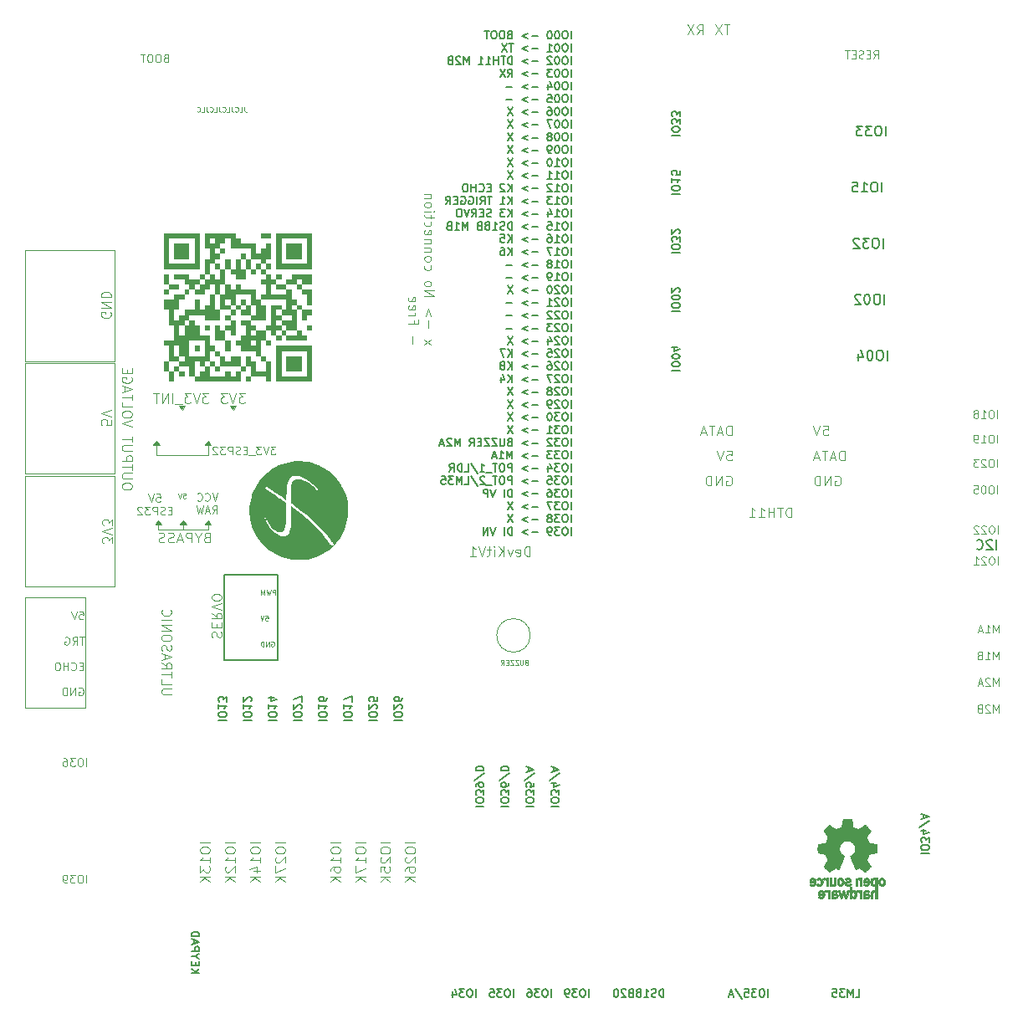
<source format=gbo>
G04 #@! TF.GenerationSoftware,KiCad,Pcbnew,8.0.7*
G04 #@! TF.CreationDate,2025-01-05T11:06:51-06:00*
G04 #@! TF.ProjectId,base_esp32,62617365-5f65-4737-9033-322e6b696361,v0.1*
G04 #@! TF.SameCoordinates,Original*
G04 #@! TF.FileFunction,Legend,Bot*
G04 #@! TF.FilePolarity,Positive*
%FSLAX46Y46*%
G04 Gerber Fmt 4.6, Leading zero omitted, Abs format (unit mm)*
G04 Created by KiCad (PCBNEW 8.0.7) date 2025-01-05 11:06:51*
%MOMM*%
%LPD*%
G01*
G04 APERTURE LIST*
%ADD10C,0.100000*%
%ADD11C,0.200000*%
%ADD12C,0.125000*%
%ADD13C,0.150000*%
%ADD14C,0.160000*%
%ADD15C,0.000000*%
%ADD16C,0.010000*%
%ADD17R,1.700000X1.700000*%
%ADD18O,1.700000X1.700000*%
%ADD19R,1.800000X1.800000*%
%ADD20C,1.800000*%
%ADD21C,1.600000*%
%ADD22R,1.600000X1.600000*%
%ADD23O,1.600000X1.600000*%
%ADD24C,2.000000*%
%ADD25R,1.050000X1.500000*%
%ADD26O,1.050000X1.500000*%
%ADD27C,3.400000*%
%ADD28C,6.000000*%
%ADD29R,2.600000X2.600000*%
%ADD30C,2.600000*%
%ADD31C,2.340000*%
%ADD32R,3.000000X3.000000*%
%ADD33C,3.000000*%
%ADD34R,2.000000X1.905000*%
%ADD35O,2.000000X1.905000*%
%ADD36R,2.000000X2.000000*%
G04 APERTURE END LIST*
D10*
X119608600Y-102716584D02*
X122123200Y-102716584D01*
X119608600Y-102716584D02*
X119608600Y-101802184D01*
X116890800Y-95149416D02*
X122128950Y-95149416D01*
X122428000Y-94132400D02*
X121818400Y-94132400D01*
X122123200Y-93726000D01*
X122428000Y-94132400D01*
G36*
X122428000Y-94132400D02*
G01*
X121818400Y-94132400D01*
X122123200Y-93726000D01*
X122428000Y-94132400D01*
G37*
X122123200Y-102717600D02*
X122123200Y-101803200D01*
D11*
X123748800Y-107264200D02*
X129159000Y-107264200D01*
X129159000Y-115925600D01*
X123748800Y-115925600D01*
X123748800Y-107264200D01*
D10*
X116890800Y-93726000D02*
X116890800Y-95149416D01*
X103581200Y-85852000D02*
X112674400Y-85852000D01*
X112674400Y-97028000D01*
X103581200Y-97028000D01*
X103581200Y-85852000D01*
X154729391Y-113411000D02*
G75*
G02*
X151340609Y-113411000I-1694391J0D01*
G01*
X151340609Y-113411000D02*
G75*
G02*
X154729391Y-113411000I1694391J0D01*
G01*
X103581200Y-97256600D02*
X112674400Y-97256600D01*
X112674400Y-108458000D01*
X103581200Y-108458000D01*
X103581200Y-97256600D01*
X117195600Y-94132400D02*
X116586000Y-94132400D01*
X116890800Y-93726000D01*
X117195600Y-94132400D01*
G36*
X117195600Y-94132400D02*
G01*
X116586000Y-94132400D01*
X116890800Y-93726000D01*
X117195600Y-94132400D01*
G37*
X103632000Y-109524800D02*
X109702600Y-109524800D01*
X109702600Y-120751600D01*
X103632000Y-120751600D01*
X103632000Y-109524800D01*
X117094000Y-102715568D02*
X119608600Y-102715568D01*
X103606600Y-74396600D02*
X112674400Y-74396600D01*
X112674400Y-85648800D01*
X103606600Y-85648800D01*
X103606600Y-74396600D01*
X117094000Y-101775768D02*
X117094000Y-102715568D01*
X119913400Y-102156768D02*
X119303800Y-102156768D01*
X119608600Y-101750368D01*
X119913400Y-102156768D01*
G36*
X119913400Y-102156768D02*
G01*
X119303800Y-102156768D01*
X119608600Y-101750368D01*
X119913400Y-102156768D01*
G37*
X124663200Y-90576400D02*
X124358400Y-90170000D01*
X124968000Y-90170000D01*
X124663200Y-90576400D01*
G36*
X124663200Y-90576400D02*
G01*
X124358400Y-90170000D01*
X124968000Y-90170000D01*
X124663200Y-90576400D01*
G37*
X122428000Y-102157784D02*
X121818400Y-102157784D01*
X122123200Y-101751384D01*
X122428000Y-102157784D01*
G36*
X122428000Y-102157784D02*
G01*
X121818400Y-102157784D01*
X122123200Y-101751384D01*
X122428000Y-102157784D01*
G37*
X122128950Y-95149416D02*
X122128950Y-93878400D01*
X119481600Y-90576400D02*
X119176800Y-90170000D01*
X119786400Y-90170000D01*
X119481600Y-90576400D01*
G36*
X119481600Y-90576400D02*
G01*
X119176800Y-90170000D01*
X119786400Y-90170000D01*
X119481600Y-90576400D01*
G37*
X119913400Y-102183184D02*
X119303800Y-102183184D01*
X119608600Y-101776784D01*
X119913400Y-102183184D01*
G36*
X119913400Y-102183184D02*
G01*
X119303800Y-102183184D01*
X119608600Y-101776784D01*
X119913400Y-102183184D01*
G37*
X119608600Y-101776784D02*
X119608600Y-102716584D01*
X117398800Y-102182168D02*
X116789200Y-102182168D01*
X117094000Y-101775768D01*
X117398800Y-102182168D01*
G36*
X117398800Y-102182168D02*
G01*
X116789200Y-102182168D01*
X117094000Y-101775768D01*
X117398800Y-102182168D01*
G37*
X127939219Y-111434909D02*
X128177314Y-111434909D01*
X128177314Y-111434909D02*
X128201123Y-111673004D01*
X128201123Y-111673004D02*
X128177314Y-111649195D01*
X128177314Y-111649195D02*
X128129695Y-111625385D01*
X128129695Y-111625385D02*
X128010647Y-111625385D01*
X128010647Y-111625385D02*
X127963028Y-111649195D01*
X127963028Y-111649195D02*
X127939219Y-111673004D01*
X127939219Y-111673004D02*
X127915409Y-111720623D01*
X127915409Y-111720623D02*
X127915409Y-111839671D01*
X127915409Y-111839671D02*
X127939219Y-111887290D01*
X127939219Y-111887290D02*
X127963028Y-111911100D01*
X127963028Y-111911100D02*
X128010647Y-111934909D01*
X128010647Y-111934909D02*
X128129695Y-111934909D01*
X128129695Y-111934909D02*
X128177314Y-111911100D01*
X128177314Y-111911100D02*
X128201123Y-111887290D01*
X127772552Y-111434909D02*
X127605886Y-111934909D01*
X127605886Y-111934909D02*
X127439219Y-111434909D01*
X128957276Y-94296095D02*
X128462038Y-94296095D01*
X128462038Y-94296095D02*
X128728704Y-94600857D01*
X128728704Y-94600857D02*
X128614419Y-94600857D01*
X128614419Y-94600857D02*
X128538228Y-94638952D01*
X128538228Y-94638952D02*
X128500133Y-94677047D01*
X128500133Y-94677047D02*
X128462038Y-94753238D01*
X128462038Y-94753238D02*
X128462038Y-94943714D01*
X128462038Y-94943714D02*
X128500133Y-95019904D01*
X128500133Y-95019904D02*
X128538228Y-95058000D01*
X128538228Y-95058000D02*
X128614419Y-95096095D01*
X128614419Y-95096095D02*
X128842990Y-95096095D01*
X128842990Y-95096095D02*
X128919181Y-95058000D01*
X128919181Y-95058000D02*
X128957276Y-95019904D01*
X128233466Y-94296095D02*
X127966799Y-95096095D01*
X127966799Y-95096095D02*
X127700133Y-94296095D01*
X127509657Y-94296095D02*
X127014419Y-94296095D01*
X127014419Y-94296095D02*
X127281085Y-94600857D01*
X127281085Y-94600857D02*
X127166800Y-94600857D01*
X127166800Y-94600857D02*
X127090609Y-94638952D01*
X127090609Y-94638952D02*
X127052514Y-94677047D01*
X127052514Y-94677047D02*
X127014419Y-94753238D01*
X127014419Y-94753238D02*
X127014419Y-94943714D01*
X127014419Y-94943714D02*
X127052514Y-95019904D01*
X127052514Y-95019904D02*
X127090609Y-95058000D01*
X127090609Y-95058000D02*
X127166800Y-95096095D01*
X127166800Y-95096095D02*
X127395371Y-95096095D01*
X127395371Y-95096095D02*
X127471562Y-95058000D01*
X127471562Y-95058000D02*
X127509657Y-95019904D01*
X126862038Y-95172285D02*
X126252514Y-95172285D01*
X126062037Y-94677047D02*
X125795371Y-94677047D01*
X125681085Y-95096095D02*
X126062037Y-95096095D01*
X126062037Y-95096095D02*
X126062037Y-94296095D01*
X126062037Y-94296095D02*
X125681085Y-94296095D01*
X125376323Y-95058000D02*
X125262037Y-95096095D01*
X125262037Y-95096095D02*
X125071561Y-95096095D01*
X125071561Y-95096095D02*
X124995370Y-95058000D01*
X124995370Y-95058000D02*
X124957275Y-95019904D01*
X124957275Y-95019904D02*
X124919180Y-94943714D01*
X124919180Y-94943714D02*
X124919180Y-94867523D01*
X124919180Y-94867523D02*
X124957275Y-94791333D01*
X124957275Y-94791333D02*
X124995370Y-94753238D01*
X124995370Y-94753238D02*
X125071561Y-94715142D01*
X125071561Y-94715142D02*
X125223942Y-94677047D01*
X125223942Y-94677047D02*
X125300132Y-94638952D01*
X125300132Y-94638952D02*
X125338227Y-94600857D01*
X125338227Y-94600857D02*
X125376323Y-94524666D01*
X125376323Y-94524666D02*
X125376323Y-94448476D01*
X125376323Y-94448476D02*
X125338227Y-94372285D01*
X125338227Y-94372285D02*
X125300132Y-94334190D01*
X125300132Y-94334190D02*
X125223942Y-94296095D01*
X125223942Y-94296095D02*
X125033465Y-94296095D01*
X125033465Y-94296095D02*
X124919180Y-94334190D01*
X124576322Y-95096095D02*
X124576322Y-94296095D01*
X124576322Y-94296095D02*
X124271560Y-94296095D01*
X124271560Y-94296095D02*
X124195370Y-94334190D01*
X124195370Y-94334190D02*
X124157275Y-94372285D01*
X124157275Y-94372285D02*
X124119179Y-94448476D01*
X124119179Y-94448476D02*
X124119179Y-94562761D01*
X124119179Y-94562761D02*
X124157275Y-94638952D01*
X124157275Y-94638952D02*
X124195370Y-94677047D01*
X124195370Y-94677047D02*
X124271560Y-94715142D01*
X124271560Y-94715142D02*
X124576322Y-94715142D01*
X123852513Y-94296095D02*
X123357275Y-94296095D01*
X123357275Y-94296095D02*
X123623941Y-94600857D01*
X123623941Y-94600857D02*
X123509656Y-94600857D01*
X123509656Y-94600857D02*
X123433465Y-94638952D01*
X123433465Y-94638952D02*
X123395370Y-94677047D01*
X123395370Y-94677047D02*
X123357275Y-94753238D01*
X123357275Y-94753238D02*
X123357275Y-94943714D01*
X123357275Y-94943714D02*
X123395370Y-95019904D01*
X123395370Y-95019904D02*
X123433465Y-95058000D01*
X123433465Y-95058000D02*
X123509656Y-95096095D01*
X123509656Y-95096095D02*
X123738227Y-95096095D01*
X123738227Y-95096095D02*
X123814418Y-95058000D01*
X123814418Y-95058000D02*
X123852513Y-95019904D01*
X123052513Y-94372285D02*
X123014417Y-94334190D01*
X123014417Y-94334190D02*
X122938227Y-94296095D01*
X122938227Y-94296095D02*
X122747751Y-94296095D01*
X122747751Y-94296095D02*
X122671560Y-94334190D01*
X122671560Y-94334190D02*
X122633465Y-94372285D01*
X122633465Y-94372285D02*
X122595370Y-94448476D01*
X122595370Y-94448476D02*
X122595370Y-94524666D01*
X122595370Y-94524666D02*
X122633465Y-94638952D01*
X122633465Y-94638952D02*
X123090608Y-95096095D01*
X123090608Y-95096095D02*
X122595370Y-95096095D01*
X118424780Y-119384315D02*
X117615257Y-119384315D01*
X117615257Y-119384315D02*
X117520019Y-119336696D01*
X117520019Y-119336696D02*
X117472400Y-119289077D01*
X117472400Y-119289077D02*
X117424780Y-119193839D01*
X117424780Y-119193839D02*
X117424780Y-119003363D01*
X117424780Y-119003363D02*
X117472400Y-118908125D01*
X117472400Y-118908125D02*
X117520019Y-118860506D01*
X117520019Y-118860506D02*
X117615257Y-118812887D01*
X117615257Y-118812887D02*
X118424780Y-118812887D01*
X117424780Y-117860506D02*
X117424780Y-118336696D01*
X117424780Y-118336696D02*
X118424780Y-118336696D01*
X118424780Y-117670029D02*
X118424780Y-117098601D01*
X117424780Y-117384315D02*
X118424780Y-117384315D01*
X117424780Y-116193839D02*
X117900971Y-116527172D01*
X117424780Y-116765267D02*
X118424780Y-116765267D01*
X118424780Y-116765267D02*
X118424780Y-116384315D01*
X118424780Y-116384315D02*
X118377161Y-116289077D01*
X118377161Y-116289077D02*
X118329542Y-116241458D01*
X118329542Y-116241458D02*
X118234304Y-116193839D01*
X118234304Y-116193839D02*
X118091447Y-116193839D01*
X118091447Y-116193839D02*
X117996209Y-116241458D01*
X117996209Y-116241458D02*
X117948590Y-116289077D01*
X117948590Y-116289077D02*
X117900971Y-116384315D01*
X117900971Y-116384315D02*
X117900971Y-116765267D01*
X117710495Y-115812886D02*
X117710495Y-115336696D01*
X117424780Y-115908124D02*
X118424780Y-115574791D01*
X118424780Y-115574791D02*
X117424780Y-115241458D01*
X117472400Y-114955743D02*
X117424780Y-114812886D01*
X117424780Y-114812886D02*
X117424780Y-114574791D01*
X117424780Y-114574791D02*
X117472400Y-114479553D01*
X117472400Y-114479553D02*
X117520019Y-114431934D01*
X117520019Y-114431934D02*
X117615257Y-114384315D01*
X117615257Y-114384315D02*
X117710495Y-114384315D01*
X117710495Y-114384315D02*
X117805733Y-114431934D01*
X117805733Y-114431934D02*
X117853352Y-114479553D01*
X117853352Y-114479553D02*
X117900971Y-114574791D01*
X117900971Y-114574791D02*
X117948590Y-114765267D01*
X117948590Y-114765267D02*
X117996209Y-114860505D01*
X117996209Y-114860505D02*
X118043828Y-114908124D01*
X118043828Y-114908124D02*
X118139066Y-114955743D01*
X118139066Y-114955743D02*
X118234304Y-114955743D01*
X118234304Y-114955743D02*
X118329542Y-114908124D01*
X118329542Y-114908124D02*
X118377161Y-114860505D01*
X118377161Y-114860505D02*
X118424780Y-114765267D01*
X118424780Y-114765267D02*
X118424780Y-114527172D01*
X118424780Y-114527172D02*
X118377161Y-114384315D01*
X118424780Y-113765267D02*
X118424780Y-113574791D01*
X118424780Y-113574791D02*
X118377161Y-113479553D01*
X118377161Y-113479553D02*
X118281923Y-113384315D01*
X118281923Y-113384315D02*
X118091447Y-113336696D01*
X118091447Y-113336696D02*
X117758114Y-113336696D01*
X117758114Y-113336696D02*
X117567638Y-113384315D01*
X117567638Y-113384315D02*
X117472400Y-113479553D01*
X117472400Y-113479553D02*
X117424780Y-113574791D01*
X117424780Y-113574791D02*
X117424780Y-113765267D01*
X117424780Y-113765267D02*
X117472400Y-113860505D01*
X117472400Y-113860505D02*
X117567638Y-113955743D01*
X117567638Y-113955743D02*
X117758114Y-114003362D01*
X117758114Y-114003362D02*
X118091447Y-114003362D01*
X118091447Y-114003362D02*
X118281923Y-113955743D01*
X118281923Y-113955743D02*
X118377161Y-113860505D01*
X118377161Y-113860505D02*
X118424780Y-113765267D01*
X117424780Y-112908124D02*
X118424780Y-112908124D01*
X118424780Y-112908124D02*
X117424780Y-112336696D01*
X117424780Y-112336696D02*
X118424780Y-112336696D01*
X117424780Y-111860505D02*
X118424780Y-111860505D01*
X117520019Y-110812887D02*
X117472400Y-110860506D01*
X117472400Y-110860506D02*
X117424780Y-111003363D01*
X117424780Y-111003363D02*
X117424780Y-111098601D01*
X117424780Y-111098601D02*
X117472400Y-111241458D01*
X117472400Y-111241458D02*
X117567638Y-111336696D01*
X117567638Y-111336696D02*
X117662876Y-111384315D01*
X117662876Y-111384315D02*
X117853352Y-111431934D01*
X117853352Y-111431934D02*
X117996209Y-111431934D01*
X117996209Y-111431934D02*
X118186685Y-111384315D01*
X118186685Y-111384315D02*
X118281923Y-111336696D01*
X118281923Y-111336696D02*
X118377161Y-111241458D01*
X118377161Y-111241458D02*
X118424780Y-111098601D01*
X118424780Y-111098601D02*
X118424780Y-111003363D01*
X118424780Y-111003363D02*
X118377161Y-110860506D01*
X118377161Y-110860506D02*
X118329542Y-110812887D01*
X125874836Y-88890019D02*
X125255789Y-88890019D01*
X125255789Y-88890019D02*
X125589122Y-89270971D01*
X125589122Y-89270971D02*
X125446265Y-89270971D01*
X125446265Y-89270971D02*
X125351027Y-89318590D01*
X125351027Y-89318590D02*
X125303408Y-89366209D01*
X125303408Y-89366209D02*
X125255789Y-89461447D01*
X125255789Y-89461447D02*
X125255789Y-89699542D01*
X125255789Y-89699542D02*
X125303408Y-89794780D01*
X125303408Y-89794780D02*
X125351027Y-89842400D01*
X125351027Y-89842400D02*
X125446265Y-89890019D01*
X125446265Y-89890019D02*
X125731979Y-89890019D01*
X125731979Y-89890019D02*
X125827217Y-89842400D01*
X125827217Y-89842400D02*
X125874836Y-89794780D01*
X124970074Y-88890019D02*
X124636741Y-89890019D01*
X124636741Y-89890019D02*
X124303408Y-88890019D01*
X124065312Y-88890019D02*
X123446265Y-88890019D01*
X123446265Y-88890019D02*
X123779598Y-89270971D01*
X123779598Y-89270971D02*
X123636741Y-89270971D01*
X123636741Y-89270971D02*
X123541503Y-89318590D01*
X123541503Y-89318590D02*
X123493884Y-89366209D01*
X123493884Y-89366209D02*
X123446265Y-89461447D01*
X123446265Y-89461447D02*
X123446265Y-89699542D01*
X123446265Y-89699542D02*
X123493884Y-89794780D01*
X123493884Y-89794780D02*
X123541503Y-89842400D01*
X123541503Y-89842400D02*
X123636741Y-89890019D01*
X123636741Y-89890019D02*
X123922455Y-89890019D01*
X123922455Y-89890019D02*
X124017693Y-89842400D01*
X124017693Y-89842400D02*
X124065312Y-89794780D01*
X175114694Y-93166619D02*
X175114694Y-92166619D01*
X175114694Y-92166619D02*
X174876599Y-92166619D01*
X174876599Y-92166619D02*
X174733742Y-92214238D01*
X174733742Y-92214238D02*
X174638504Y-92309476D01*
X174638504Y-92309476D02*
X174590885Y-92404714D01*
X174590885Y-92404714D02*
X174543266Y-92595190D01*
X174543266Y-92595190D02*
X174543266Y-92738047D01*
X174543266Y-92738047D02*
X174590885Y-92928523D01*
X174590885Y-92928523D02*
X174638504Y-93023761D01*
X174638504Y-93023761D02*
X174733742Y-93119000D01*
X174733742Y-93119000D02*
X174876599Y-93166619D01*
X174876599Y-93166619D02*
X175114694Y-93166619D01*
X174162313Y-92880904D02*
X173686123Y-92880904D01*
X174257551Y-93166619D02*
X173924218Y-92166619D01*
X173924218Y-92166619D02*
X173590885Y-93166619D01*
X173400408Y-92166619D02*
X172828980Y-92166619D01*
X173114694Y-93166619D02*
X173114694Y-92166619D01*
X172543265Y-92880904D02*
X172067075Y-92880904D01*
X172638503Y-93166619D02*
X172305170Y-92166619D01*
X172305170Y-92166619D02*
X171971837Y-93166619D01*
X117841068Y-54976847D02*
X117726782Y-55014942D01*
X117726782Y-55014942D02*
X117688687Y-55053038D01*
X117688687Y-55053038D02*
X117650591Y-55129228D01*
X117650591Y-55129228D02*
X117650591Y-55243514D01*
X117650591Y-55243514D02*
X117688687Y-55319704D01*
X117688687Y-55319704D02*
X117726782Y-55357800D01*
X117726782Y-55357800D02*
X117802972Y-55395895D01*
X117802972Y-55395895D02*
X118107734Y-55395895D01*
X118107734Y-55395895D02*
X118107734Y-54595895D01*
X118107734Y-54595895D02*
X117841068Y-54595895D01*
X117841068Y-54595895D02*
X117764877Y-54633990D01*
X117764877Y-54633990D02*
X117726782Y-54672085D01*
X117726782Y-54672085D02*
X117688687Y-54748276D01*
X117688687Y-54748276D02*
X117688687Y-54824466D01*
X117688687Y-54824466D02*
X117726782Y-54900657D01*
X117726782Y-54900657D02*
X117764877Y-54938752D01*
X117764877Y-54938752D02*
X117841068Y-54976847D01*
X117841068Y-54976847D02*
X118107734Y-54976847D01*
X117155353Y-54595895D02*
X117002972Y-54595895D01*
X117002972Y-54595895D02*
X116926782Y-54633990D01*
X116926782Y-54633990D02*
X116850591Y-54710180D01*
X116850591Y-54710180D02*
X116812496Y-54862561D01*
X116812496Y-54862561D02*
X116812496Y-55129228D01*
X116812496Y-55129228D02*
X116850591Y-55281609D01*
X116850591Y-55281609D02*
X116926782Y-55357800D01*
X116926782Y-55357800D02*
X117002972Y-55395895D01*
X117002972Y-55395895D02*
X117155353Y-55395895D01*
X117155353Y-55395895D02*
X117231544Y-55357800D01*
X117231544Y-55357800D02*
X117307734Y-55281609D01*
X117307734Y-55281609D02*
X117345830Y-55129228D01*
X117345830Y-55129228D02*
X117345830Y-54862561D01*
X117345830Y-54862561D02*
X117307734Y-54710180D01*
X117307734Y-54710180D02*
X117231544Y-54633990D01*
X117231544Y-54633990D02*
X117155353Y-54595895D01*
X116317258Y-54595895D02*
X116164877Y-54595895D01*
X116164877Y-54595895D02*
X116088687Y-54633990D01*
X116088687Y-54633990D02*
X116012496Y-54710180D01*
X116012496Y-54710180D02*
X115974401Y-54862561D01*
X115974401Y-54862561D02*
X115974401Y-55129228D01*
X115974401Y-55129228D02*
X116012496Y-55281609D01*
X116012496Y-55281609D02*
X116088687Y-55357800D01*
X116088687Y-55357800D02*
X116164877Y-55395895D01*
X116164877Y-55395895D02*
X116317258Y-55395895D01*
X116317258Y-55395895D02*
X116393449Y-55357800D01*
X116393449Y-55357800D02*
X116469639Y-55281609D01*
X116469639Y-55281609D02*
X116507735Y-55129228D01*
X116507735Y-55129228D02*
X116507735Y-54862561D01*
X116507735Y-54862561D02*
X116469639Y-54710180D01*
X116469639Y-54710180D02*
X116393449Y-54633990D01*
X116393449Y-54633990D02*
X116317258Y-54595895D01*
X115745830Y-54595895D02*
X115288687Y-54595895D01*
X115517259Y-55395895D02*
X115517259Y-54595895D01*
D12*
X135507119Y-134381531D02*
X134507119Y-134381531D01*
X134507119Y-135048197D02*
X134507119Y-135238673D01*
X134507119Y-135238673D02*
X134554738Y-135333911D01*
X134554738Y-135333911D02*
X134649976Y-135429149D01*
X134649976Y-135429149D02*
X134840452Y-135476768D01*
X134840452Y-135476768D02*
X135173785Y-135476768D01*
X135173785Y-135476768D02*
X135364261Y-135429149D01*
X135364261Y-135429149D02*
X135459500Y-135333911D01*
X135459500Y-135333911D02*
X135507119Y-135238673D01*
X135507119Y-135238673D02*
X135507119Y-135048197D01*
X135507119Y-135048197D02*
X135459500Y-134952959D01*
X135459500Y-134952959D02*
X135364261Y-134857721D01*
X135364261Y-134857721D02*
X135173785Y-134810102D01*
X135173785Y-134810102D02*
X134840452Y-134810102D01*
X134840452Y-134810102D02*
X134649976Y-134857721D01*
X134649976Y-134857721D02*
X134554738Y-134952959D01*
X134554738Y-134952959D02*
X134507119Y-135048197D01*
X135507119Y-136429149D02*
X135507119Y-135857721D01*
X135507119Y-136143435D02*
X134507119Y-136143435D01*
X134507119Y-136143435D02*
X134649976Y-136048197D01*
X134649976Y-136048197D02*
X134745214Y-135952959D01*
X134745214Y-135952959D02*
X134792833Y-135857721D01*
X134507119Y-137286292D02*
X134507119Y-137095816D01*
X134507119Y-137095816D02*
X134554738Y-137000578D01*
X134554738Y-137000578D02*
X134602357Y-136952959D01*
X134602357Y-136952959D02*
X134745214Y-136857721D01*
X134745214Y-136857721D02*
X134935690Y-136810102D01*
X134935690Y-136810102D02*
X135316642Y-136810102D01*
X135316642Y-136810102D02*
X135411880Y-136857721D01*
X135411880Y-136857721D02*
X135459500Y-136905340D01*
X135459500Y-136905340D02*
X135507119Y-137000578D01*
X135507119Y-137000578D02*
X135507119Y-137191054D01*
X135507119Y-137191054D02*
X135459500Y-137286292D01*
X135459500Y-137286292D02*
X135411880Y-137333911D01*
X135411880Y-137333911D02*
X135316642Y-137381530D01*
X135316642Y-137381530D02*
X135078547Y-137381530D01*
X135078547Y-137381530D02*
X134983309Y-137333911D01*
X134983309Y-137333911D02*
X134935690Y-137286292D01*
X134935690Y-137286292D02*
X134888071Y-137191054D01*
X134888071Y-137191054D02*
X134888071Y-137000578D01*
X134888071Y-137000578D02*
X134935690Y-136905340D01*
X134935690Y-136905340D02*
X134983309Y-136857721D01*
X134983309Y-136857721D02*
X135078547Y-136810102D01*
X135507119Y-137810102D02*
X134507119Y-137810102D01*
X135507119Y-138381530D02*
X134935690Y-137952959D01*
X134507119Y-138381530D02*
X135078547Y-137810102D01*
D13*
X169070404Y-86578839D02*
X169870404Y-86578839D01*
X169870404Y-86045506D02*
X169870404Y-85893125D01*
X169870404Y-85893125D02*
X169832309Y-85816935D01*
X169832309Y-85816935D02*
X169756119Y-85740744D01*
X169756119Y-85740744D02*
X169603738Y-85702649D01*
X169603738Y-85702649D02*
X169337071Y-85702649D01*
X169337071Y-85702649D02*
X169184690Y-85740744D01*
X169184690Y-85740744D02*
X169108500Y-85816935D01*
X169108500Y-85816935D02*
X169070404Y-85893125D01*
X169070404Y-85893125D02*
X169070404Y-86045506D01*
X169070404Y-86045506D02*
X169108500Y-86121697D01*
X169108500Y-86121697D02*
X169184690Y-86197887D01*
X169184690Y-86197887D02*
X169337071Y-86235983D01*
X169337071Y-86235983D02*
X169603738Y-86235983D01*
X169603738Y-86235983D02*
X169756119Y-86197887D01*
X169756119Y-86197887D02*
X169832309Y-86121697D01*
X169832309Y-86121697D02*
X169870404Y-86045506D01*
X169870404Y-85207411D02*
X169870404Y-85131221D01*
X169870404Y-85131221D02*
X169832309Y-85055030D01*
X169832309Y-85055030D02*
X169794214Y-85016935D01*
X169794214Y-85016935D02*
X169718023Y-84978840D01*
X169718023Y-84978840D02*
X169565642Y-84940745D01*
X169565642Y-84940745D02*
X169375166Y-84940745D01*
X169375166Y-84940745D02*
X169222785Y-84978840D01*
X169222785Y-84978840D02*
X169146595Y-85016935D01*
X169146595Y-85016935D02*
X169108500Y-85055030D01*
X169108500Y-85055030D02*
X169070404Y-85131221D01*
X169070404Y-85131221D02*
X169070404Y-85207411D01*
X169070404Y-85207411D02*
X169108500Y-85283602D01*
X169108500Y-85283602D02*
X169146595Y-85321697D01*
X169146595Y-85321697D02*
X169222785Y-85359792D01*
X169222785Y-85359792D02*
X169375166Y-85397888D01*
X169375166Y-85397888D02*
X169565642Y-85397888D01*
X169565642Y-85397888D02*
X169718023Y-85359792D01*
X169718023Y-85359792D02*
X169794214Y-85321697D01*
X169794214Y-85321697D02*
X169832309Y-85283602D01*
X169832309Y-85283602D02*
X169870404Y-85207411D01*
X169603738Y-84255030D02*
X169070404Y-84255030D01*
X169908500Y-84445506D02*
X169337071Y-84635983D01*
X169337071Y-84635983D02*
X169337071Y-84140744D01*
D10*
X202016590Y-93902295D02*
X202016590Y-93102295D01*
X201483257Y-93102295D02*
X201330876Y-93102295D01*
X201330876Y-93102295D02*
X201254686Y-93140390D01*
X201254686Y-93140390D02*
X201178495Y-93216580D01*
X201178495Y-93216580D02*
X201140400Y-93368961D01*
X201140400Y-93368961D02*
X201140400Y-93635628D01*
X201140400Y-93635628D02*
X201178495Y-93788009D01*
X201178495Y-93788009D02*
X201254686Y-93864200D01*
X201254686Y-93864200D02*
X201330876Y-93902295D01*
X201330876Y-93902295D02*
X201483257Y-93902295D01*
X201483257Y-93902295D02*
X201559448Y-93864200D01*
X201559448Y-93864200D02*
X201635638Y-93788009D01*
X201635638Y-93788009D02*
X201673734Y-93635628D01*
X201673734Y-93635628D02*
X201673734Y-93368961D01*
X201673734Y-93368961D02*
X201635638Y-93216580D01*
X201635638Y-93216580D02*
X201559448Y-93140390D01*
X201559448Y-93140390D02*
X201483257Y-93102295D01*
X200378496Y-93902295D02*
X200835639Y-93902295D01*
X200607067Y-93902295D02*
X200607067Y-93102295D01*
X200607067Y-93102295D02*
X200683258Y-93216580D01*
X200683258Y-93216580D02*
X200759448Y-93292771D01*
X200759448Y-93292771D02*
X200835639Y-93330866D01*
X199997543Y-93902295D02*
X199845162Y-93902295D01*
X199845162Y-93902295D02*
X199768972Y-93864200D01*
X199768972Y-93864200D02*
X199730876Y-93826104D01*
X199730876Y-93826104D02*
X199654686Y-93711819D01*
X199654686Y-93711819D02*
X199616591Y-93559438D01*
X199616591Y-93559438D02*
X199616591Y-93254676D01*
X199616591Y-93254676D02*
X199654686Y-93178485D01*
X199654686Y-93178485D02*
X199692781Y-93140390D01*
X199692781Y-93140390D02*
X199768972Y-93102295D01*
X199768972Y-93102295D02*
X199921353Y-93102295D01*
X199921353Y-93102295D02*
X199997543Y-93140390D01*
X199997543Y-93140390D02*
X200035638Y-93178485D01*
X200035638Y-93178485D02*
X200073734Y-93254676D01*
X200073734Y-93254676D02*
X200073734Y-93445152D01*
X200073734Y-93445152D02*
X200035638Y-93521342D01*
X200035638Y-93521342D02*
X199997543Y-93559438D01*
X199997543Y-93559438D02*
X199921353Y-93597533D01*
X199921353Y-93597533D02*
X199768972Y-93597533D01*
X199768972Y-93597533D02*
X199692781Y-93559438D01*
X199692781Y-93559438D02*
X199654686Y-93521342D01*
X199654686Y-93521342D02*
X199616591Y-93445152D01*
D12*
X174930125Y-51601519D02*
X174358697Y-51601519D01*
X174644411Y-52601519D02*
X174644411Y-51601519D01*
X174120601Y-51601519D02*
X173453935Y-52601519D01*
X173453935Y-51601519D02*
X174120601Y-52601519D01*
D10*
X122552400Y-113611934D02*
X122504780Y-113469077D01*
X122504780Y-113469077D02*
X122504780Y-113230982D01*
X122504780Y-113230982D02*
X122552400Y-113135744D01*
X122552400Y-113135744D02*
X122600019Y-113088125D01*
X122600019Y-113088125D02*
X122695257Y-113040506D01*
X122695257Y-113040506D02*
X122790495Y-113040506D01*
X122790495Y-113040506D02*
X122885733Y-113088125D01*
X122885733Y-113088125D02*
X122933352Y-113135744D01*
X122933352Y-113135744D02*
X122980971Y-113230982D01*
X122980971Y-113230982D02*
X123028590Y-113421458D01*
X123028590Y-113421458D02*
X123076209Y-113516696D01*
X123076209Y-113516696D02*
X123123828Y-113564315D01*
X123123828Y-113564315D02*
X123219066Y-113611934D01*
X123219066Y-113611934D02*
X123314304Y-113611934D01*
X123314304Y-113611934D02*
X123409542Y-113564315D01*
X123409542Y-113564315D02*
X123457161Y-113516696D01*
X123457161Y-113516696D02*
X123504780Y-113421458D01*
X123504780Y-113421458D02*
X123504780Y-113183363D01*
X123504780Y-113183363D02*
X123457161Y-113040506D01*
X123028590Y-112611934D02*
X123028590Y-112278601D01*
X122504780Y-112135744D02*
X122504780Y-112611934D01*
X122504780Y-112611934D02*
X123504780Y-112611934D01*
X123504780Y-112611934D02*
X123504780Y-112135744D01*
X122504780Y-111135744D02*
X122980971Y-111469077D01*
X122504780Y-111707172D02*
X123504780Y-111707172D01*
X123504780Y-111707172D02*
X123504780Y-111326220D01*
X123504780Y-111326220D02*
X123457161Y-111230982D01*
X123457161Y-111230982D02*
X123409542Y-111183363D01*
X123409542Y-111183363D02*
X123314304Y-111135744D01*
X123314304Y-111135744D02*
X123171447Y-111135744D01*
X123171447Y-111135744D02*
X123076209Y-111183363D01*
X123076209Y-111183363D02*
X123028590Y-111230982D01*
X123028590Y-111230982D02*
X122980971Y-111326220D01*
X122980971Y-111326220D02*
X122980971Y-111707172D01*
X123504780Y-110850029D02*
X122504780Y-110516696D01*
X122504780Y-110516696D02*
X123504780Y-110183363D01*
X123504780Y-109659553D02*
X123504780Y-109469077D01*
X123504780Y-109469077D02*
X123457161Y-109373839D01*
X123457161Y-109373839D02*
X123361923Y-109278601D01*
X123361923Y-109278601D02*
X123171447Y-109230982D01*
X123171447Y-109230982D02*
X122838114Y-109230982D01*
X122838114Y-109230982D02*
X122647638Y-109278601D01*
X122647638Y-109278601D02*
X122552400Y-109373839D01*
X122552400Y-109373839D02*
X122504780Y-109469077D01*
X122504780Y-109469077D02*
X122504780Y-109659553D01*
X122504780Y-109659553D02*
X122552400Y-109754791D01*
X122552400Y-109754791D02*
X122647638Y-109850029D01*
X122647638Y-109850029D02*
X122838114Y-109897648D01*
X122838114Y-109897648D02*
X123171447Y-109897648D01*
X123171447Y-109897648D02*
X123361923Y-109850029D01*
X123361923Y-109850029D02*
X123457161Y-109754791D01*
X123457161Y-109754791D02*
X123504780Y-109659553D01*
X202130924Y-113155495D02*
X202130924Y-112355495D01*
X202130924Y-112355495D02*
X201864258Y-112926923D01*
X201864258Y-112926923D02*
X201597591Y-112355495D01*
X201597591Y-112355495D02*
X201597591Y-113155495D01*
X200797591Y-113155495D02*
X201254734Y-113155495D01*
X201026162Y-113155495D02*
X201026162Y-112355495D01*
X201026162Y-112355495D02*
X201102353Y-112469780D01*
X201102353Y-112469780D02*
X201178543Y-112545971D01*
X201178543Y-112545971D02*
X201254734Y-112584066D01*
X200492829Y-112926923D02*
X200111876Y-112926923D01*
X200569019Y-113155495D02*
X200302352Y-112355495D01*
X200302352Y-112355495D02*
X200035686Y-113155495D01*
D13*
X125730204Y-122012239D02*
X126530204Y-122012239D01*
X126530204Y-121478906D02*
X126530204Y-121326525D01*
X126530204Y-121326525D02*
X126492109Y-121250335D01*
X126492109Y-121250335D02*
X126415919Y-121174144D01*
X126415919Y-121174144D02*
X126263538Y-121136049D01*
X126263538Y-121136049D02*
X125996871Y-121136049D01*
X125996871Y-121136049D02*
X125844490Y-121174144D01*
X125844490Y-121174144D02*
X125768300Y-121250335D01*
X125768300Y-121250335D02*
X125730204Y-121326525D01*
X125730204Y-121326525D02*
X125730204Y-121478906D01*
X125730204Y-121478906D02*
X125768300Y-121555097D01*
X125768300Y-121555097D02*
X125844490Y-121631287D01*
X125844490Y-121631287D02*
X125996871Y-121669383D01*
X125996871Y-121669383D02*
X126263538Y-121669383D01*
X126263538Y-121669383D02*
X126415919Y-121631287D01*
X126415919Y-121631287D02*
X126492109Y-121555097D01*
X126492109Y-121555097D02*
X126530204Y-121478906D01*
X125730204Y-120374145D02*
X125730204Y-120831288D01*
X125730204Y-120602716D02*
X126530204Y-120602716D01*
X126530204Y-120602716D02*
X126415919Y-120678907D01*
X126415919Y-120678907D02*
X126339728Y-120755097D01*
X126339728Y-120755097D02*
X126301633Y-120831288D01*
X126454014Y-120069383D02*
X126492109Y-120031287D01*
X126492109Y-120031287D02*
X126530204Y-119955097D01*
X126530204Y-119955097D02*
X126530204Y-119764621D01*
X126530204Y-119764621D02*
X126492109Y-119688430D01*
X126492109Y-119688430D02*
X126454014Y-119650335D01*
X126454014Y-119650335D02*
X126377823Y-119612240D01*
X126377823Y-119612240D02*
X126301633Y-119612240D01*
X126301633Y-119612240D02*
X126187347Y-119650335D01*
X126187347Y-119650335D02*
X125730204Y-120107478D01*
X125730204Y-120107478D02*
X125730204Y-119612240D01*
D10*
X109814590Y-138453895D02*
X109814590Y-137653895D01*
X109281257Y-137653895D02*
X109128876Y-137653895D01*
X109128876Y-137653895D02*
X109052686Y-137691990D01*
X109052686Y-137691990D02*
X108976495Y-137768180D01*
X108976495Y-137768180D02*
X108938400Y-137920561D01*
X108938400Y-137920561D02*
X108938400Y-138187228D01*
X108938400Y-138187228D02*
X108976495Y-138339609D01*
X108976495Y-138339609D02*
X109052686Y-138415800D01*
X109052686Y-138415800D02*
X109128876Y-138453895D01*
X109128876Y-138453895D02*
X109281257Y-138453895D01*
X109281257Y-138453895D02*
X109357448Y-138415800D01*
X109357448Y-138415800D02*
X109433638Y-138339609D01*
X109433638Y-138339609D02*
X109471734Y-138187228D01*
X109471734Y-138187228D02*
X109471734Y-137920561D01*
X109471734Y-137920561D02*
X109433638Y-137768180D01*
X109433638Y-137768180D02*
X109357448Y-137691990D01*
X109357448Y-137691990D02*
X109281257Y-137653895D01*
X108671734Y-137653895D02*
X108176496Y-137653895D01*
X108176496Y-137653895D02*
X108443162Y-137958657D01*
X108443162Y-137958657D02*
X108328877Y-137958657D01*
X108328877Y-137958657D02*
X108252686Y-137996752D01*
X108252686Y-137996752D02*
X108214591Y-138034847D01*
X108214591Y-138034847D02*
X108176496Y-138111038D01*
X108176496Y-138111038D02*
X108176496Y-138301514D01*
X108176496Y-138301514D02*
X108214591Y-138377704D01*
X108214591Y-138377704D02*
X108252686Y-138415800D01*
X108252686Y-138415800D02*
X108328877Y-138453895D01*
X108328877Y-138453895D02*
X108557448Y-138453895D01*
X108557448Y-138453895D02*
X108633639Y-138415800D01*
X108633639Y-138415800D02*
X108671734Y-138377704D01*
X107795543Y-138453895D02*
X107643162Y-138453895D01*
X107643162Y-138453895D02*
X107566972Y-138415800D01*
X107566972Y-138415800D02*
X107528876Y-138377704D01*
X107528876Y-138377704D02*
X107452686Y-138263419D01*
X107452686Y-138263419D02*
X107414591Y-138111038D01*
X107414591Y-138111038D02*
X107414591Y-137806276D01*
X107414591Y-137806276D02*
X107452686Y-137730085D01*
X107452686Y-137730085D02*
X107490781Y-137691990D01*
X107490781Y-137691990D02*
X107566972Y-137653895D01*
X107566972Y-137653895D02*
X107719353Y-137653895D01*
X107719353Y-137653895D02*
X107795543Y-137691990D01*
X107795543Y-137691990D02*
X107833638Y-137730085D01*
X107833638Y-137730085D02*
X107871734Y-137806276D01*
X107871734Y-137806276D02*
X107871734Y-137996752D01*
X107871734Y-137996752D02*
X107833638Y-138072942D01*
X107833638Y-138072942D02*
X107795543Y-138111038D01*
X107795543Y-138111038D02*
X107719353Y-138149133D01*
X107719353Y-138149133D02*
X107566972Y-138149133D01*
X107566972Y-138149133D02*
X107490781Y-138111038D01*
X107490781Y-138111038D02*
X107452686Y-138072942D01*
X107452686Y-138072942D02*
X107414591Y-137996752D01*
D13*
X156845204Y-130698639D02*
X157645204Y-130698639D01*
X157645204Y-130165306D02*
X157645204Y-130012925D01*
X157645204Y-130012925D02*
X157607109Y-129936735D01*
X157607109Y-129936735D02*
X157530919Y-129860544D01*
X157530919Y-129860544D02*
X157378538Y-129822449D01*
X157378538Y-129822449D02*
X157111871Y-129822449D01*
X157111871Y-129822449D02*
X156959490Y-129860544D01*
X156959490Y-129860544D02*
X156883300Y-129936735D01*
X156883300Y-129936735D02*
X156845204Y-130012925D01*
X156845204Y-130012925D02*
X156845204Y-130165306D01*
X156845204Y-130165306D02*
X156883300Y-130241497D01*
X156883300Y-130241497D02*
X156959490Y-130317687D01*
X156959490Y-130317687D02*
X157111871Y-130355783D01*
X157111871Y-130355783D02*
X157378538Y-130355783D01*
X157378538Y-130355783D02*
X157530919Y-130317687D01*
X157530919Y-130317687D02*
X157607109Y-130241497D01*
X157607109Y-130241497D02*
X157645204Y-130165306D01*
X157645204Y-129555783D02*
X157645204Y-129060545D01*
X157645204Y-129060545D02*
X157340442Y-129327211D01*
X157340442Y-129327211D02*
X157340442Y-129212926D01*
X157340442Y-129212926D02*
X157302347Y-129136735D01*
X157302347Y-129136735D02*
X157264252Y-129098640D01*
X157264252Y-129098640D02*
X157188061Y-129060545D01*
X157188061Y-129060545D02*
X156997585Y-129060545D01*
X156997585Y-129060545D02*
X156921395Y-129098640D01*
X156921395Y-129098640D02*
X156883300Y-129136735D01*
X156883300Y-129136735D02*
X156845204Y-129212926D01*
X156845204Y-129212926D02*
X156845204Y-129441497D01*
X156845204Y-129441497D02*
X156883300Y-129517688D01*
X156883300Y-129517688D02*
X156921395Y-129555783D01*
X157378538Y-128374830D02*
X156845204Y-128374830D01*
X157683300Y-128565306D02*
X157111871Y-128755783D01*
X157111871Y-128755783D02*
X157111871Y-128260544D01*
X157683300Y-127384354D02*
X156654728Y-128070068D01*
X157073776Y-127155783D02*
X157073776Y-126774830D01*
X156845204Y-127231973D02*
X157645204Y-126965306D01*
X157645204Y-126965306D02*
X156845204Y-126698640D01*
X123190204Y-122012239D02*
X123990204Y-122012239D01*
X123990204Y-121478906D02*
X123990204Y-121326525D01*
X123990204Y-121326525D02*
X123952109Y-121250335D01*
X123952109Y-121250335D02*
X123875919Y-121174144D01*
X123875919Y-121174144D02*
X123723538Y-121136049D01*
X123723538Y-121136049D02*
X123456871Y-121136049D01*
X123456871Y-121136049D02*
X123304490Y-121174144D01*
X123304490Y-121174144D02*
X123228300Y-121250335D01*
X123228300Y-121250335D02*
X123190204Y-121326525D01*
X123190204Y-121326525D02*
X123190204Y-121478906D01*
X123190204Y-121478906D02*
X123228300Y-121555097D01*
X123228300Y-121555097D02*
X123304490Y-121631287D01*
X123304490Y-121631287D02*
X123456871Y-121669383D01*
X123456871Y-121669383D02*
X123723538Y-121669383D01*
X123723538Y-121669383D02*
X123875919Y-121631287D01*
X123875919Y-121631287D02*
X123952109Y-121555097D01*
X123952109Y-121555097D02*
X123990204Y-121478906D01*
X123190204Y-120374145D02*
X123190204Y-120831288D01*
X123190204Y-120602716D02*
X123990204Y-120602716D01*
X123990204Y-120602716D02*
X123875919Y-120678907D01*
X123875919Y-120678907D02*
X123799728Y-120755097D01*
X123799728Y-120755097D02*
X123761633Y-120831288D01*
X123990204Y-120107478D02*
X123990204Y-119612240D01*
X123990204Y-119612240D02*
X123685442Y-119878906D01*
X123685442Y-119878906D02*
X123685442Y-119764621D01*
X123685442Y-119764621D02*
X123647347Y-119688430D01*
X123647347Y-119688430D02*
X123609252Y-119650335D01*
X123609252Y-119650335D02*
X123533061Y-119612240D01*
X123533061Y-119612240D02*
X123342585Y-119612240D01*
X123342585Y-119612240D02*
X123266395Y-119650335D01*
X123266395Y-119650335D02*
X123228300Y-119688430D01*
X123228300Y-119688430D02*
X123190204Y-119764621D01*
X123190204Y-119764621D02*
X123190204Y-119993192D01*
X123190204Y-119993192D02*
X123228300Y-120069383D01*
X123228300Y-120069383D02*
X123266395Y-120107478D01*
X130810204Y-122012239D02*
X131610204Y-122012239D01*
X131610204Y-121478906D02*
X131610204Y-121326525D01*
X131610204Y-121326525D02*
X131572109Y-121250335D01*
X131572109Y-121250335D02*
X131495919Y-121174144D01*
X131495919Y-121174144D02*
X131343538Y-121136049D01*
X131343538Y-121136049D02*
X131076871Y-121136049D01*
X131076871Y-121136049D02*
X130924490Y-121174144D01*
X130924490Y-121174144D02*
X130848300Y-121250335D01*
X130848300Y-121250335D02*
X130810204Y-121326525D01*
X130810204Y-121326525D02*
X130810204Y-121478906D01*
X130810204Y-121478906D02*
X130848300Y-121555097D01*
X130848300Y-121555097D02*
X130924490Y-121631287D01*
X130924490Y-121631287D02*
X131076871Y-121669383D01*
X131076871Y-121669383D02*
X131343538Y-121669383D01*
X131343538Y-121669383D02*
X131495919Y-121631287D01*
X131495919Y-121631287D02*
X131572109Y-121555097D01*
X131572109Y-121555097D02*
X131610204Y-121478906D01*
X131534014Y-120831288D02*
X131572109Y-120793192D01*
X131572109Y-120793192D02*
X131610204Y-120717002D01*
X131610204Y-120717002D02*
X131610204Y-120526526D01*
X131610204Y-120526526D02*
X131572109Y-120450335D01*
X131572109Y-120450335D02*
X131534014Y-120412240D01*
X131534014Y-120412240D02*
X131457823Y-120374145D01*
X131457823Y-120374145D02*
X131381633Y-120374145D01*
X131381633Y-120374145D02*
X131267347Y-120412240D01*
X131267347Y-120412240D02*
X130810204Y-120869383D01*
X130810204Y-120869383D02*
X130810204Y-120374145D01*
X131610204Y-120107478D02*
X131610204Y-119574144D01*
X131610204Y-119574144D02*
X130810204Y-119917002D01*
D10*
X202130924Y-115839428D02*
X202130924Y-115039428D01*
X202130924Y-115039428D02*
X201864258Y-115610856D01*
X201864258Y-115610856D02*
X201597591Y-115039428D01*
X201597591Y-115039428D02*
X201597591Y-115839428D01*
X200797591Y-115839428D02*
X201254734Y-115839428D01*
X201026162Y-115839428D02*
X201026162Y-115039428D01*
X201026162Y-115039428D02*
X201102353Y-115153713D01*
X201102353Y-115153713D02*
X201178543Y-115229904D01*
X201178543Y-115229904D02*
X201254734Y-115267999D01*
X200188067Y-115420380D02*
X200073781Y-115458475D01*
X200073781Y-115458475D02*
X200035686Y-115496571D01*
X200035686Y-115496571D02*
X199997590Y-115572761D01*
X199997590Y-115572761D02*
X199997590Y-115687047D01*
X199997590Y-115687047D02*
X200035686Y-115763237D01*
X200035686Y-115763237D02*
X200073781Y-115801333D01*
X200073781Y-115801333D02*
X200149971Y-115839428D01*
X200149971Y-115839428D02*
X200454733Y-115839428D01*
X200454733Y-115839428D02*
X200454733Y-115039428D01*
X200454733Y-115039428D02*
X200188067Y-115039428D01*
X200188067Y-115039428D02*
X200111876Y-115077523D01*
X200111876Y-115077523D02*
X200073781Y-115115618D01*
X200073781Y-115115618D02*
X200035686Y-115191809D01*
X200035686Y-115191809D02*
X200035686Y-115267999D01*
X200035686Y-115267999D02*
X200073781Y-115344190D01*
X200073781Y-115344190D02*
X200111876Y-115382285D01*
X200111876Y-115382285D02*
X200188067Y-115420380D01*
X200188067Y-115420380D02*
X200454733Y-115420380D01*
D12*
X138030185Y-134381531D02*
X137030185Y-134381531D01*
X137030185Y-135048197D02*
X137030185Y-135238673D01*
X137030185Y-135238673D02*
X137077804Y-135333911D01*
X137077804Y-135333911D02*
X137173042Y-135429149D01*
X137173042Y-135429149D02*
X137363518Y-135476768D01*
X137363518Y-135476768D02*
X137696851Y-135476768D01*
X137696851Y-135476768D02*
X137887327Y-135429149D01*
X137887327Y-135429149D02*
X137982566Y-135333911D01*
X137982566Y-135333911D02*
X138030185Y-135238673D01*
X138030185Y-135238673D02*
X138030185Y-135048197D01*
X138030185Y-135048197D02*
X137982566Y-134952959D01*
X137982566Y-134952959D02*
X137887327Y-134857721D01*
X137887327Y-134857721D02*
X137696851Y-134810102D01*
X137696851Y-134810102D02*
X137363518Y-134810102D01*
X137363518Y-134810102D02*
X137173042Y-134857721D01*
X137173042Y-134857721D02*
X137077804Y-134952959D01*
X137077804Y-134952959D02*
X137030185Y-135048197D01*
X138030185Y-136429149D02*
X138030185Y-135857721D01*
X138030185Y-136143435D02*
X137030185Y-136143435D01*
X137030185Y-136143435D02*
X137173042Y-136048197D01*
X137173042Y-136048197D02*
X137268280Y-135952959D01*
X137268280Y-135952959D02*
X137315899Y-135857721D01*
X137030185Y-136762483D02*
X137030185Y-137429149D01*
X137030185Y-137429149D02*
X138030185Y-137000578D01*
X138030185Y-137810102D02*
X137030185Y-137810102D01*
X138030185Y-138381530D02*
X137458756Y-137952959D01*
X137030185Y-138381530D02*
X137601613Y-137810102D01*
D10*
X109814590Y-126642895D02*
X109814590Y-125842895D01*
X109281257Y-125842895D02*
X109128876Y-125842895D01*
X109128876Y-125842895D02*
X109052686Y-125880990D01*
X109052686Y-125880990D02*
X108976495Y-125957180D01*
X108976495Y-125957180D02*
X108938400Y-126109561D01*
X108938400Y-126109561D02*
X108938400Y-126376228D01*
X108938400Y-126376228D02*
X108976495Y-126528609D01*
X108976495Y-126528609D02*
X109052686Y-126604800D01*
X109052686Y-126604800D02*
X109128876Y-126642895D01*
X109128876Y-126642895D02*
X109281257Y-126642895D01*
X109281257Y-126642895D02*
X109357448Y-126604800D01*
X109357448Y-126604800D02*
X109433638Y-126528609D01*
X109433638Y-126528609D02*
X109471734Y-126376228D01*
X109471734Y-126376228D02*
X109471734Y-126109561D01*
X109471734Y-126109561D02*
X109433638Y-125957180D01*
X109433638Y-125957180D02*
X109357448Y-125880990D01*
X109357448Y-125880990D02*
X109281257Y-125842895D01*
X108671734Y-125842895D02*
X108176496Y-125842895D01*
X108176496Y-125842895D02*
X108443162Y-126147657D01*
X108443162Y-126147657D02*
X108328877Y-126147657D01*
X108328877Y-126147657D02*
X108252686Y-126185752D01*
X108252686Y-126185752D02*
X108214591Y-126223847D01*
X108214591Y-126223847D02*
X108176496Y-126300038D01*
X108176496Y-126300038D02*
X108176496Y-126490514D01*
X108176496Y-126490514D02*
X108214591Y-126566704D01*
X108214591Y-126566704D02*
X108252686Y-126604800D01*
X108252686Y-126604800D02*
X108328877Y-126642895D01*
X108328877Y-126642895D02*
X108557448Y-126642895D01*
X108557448Y-126642895D02*
X108633639Y-126604800D01*
X108633639Y-126604800D02*
X108671734Y-126566704D01*
X107490781Y-125842895D02*
X107643162Y-125842895D01*
X107643162Y-125842895D02*
X107719353Y-125880990D01*
X107719353Y-125880990D02*
X107757448Y-125919085D01*
X107757448Y-125919085D02*
X107833638Y-126033371D01*
X107833638Y-126033371D02*
X107871734Y-126185752D01*
X107871734Y-126185752D02*
X107871734Y-126490514D01*
X107871734Y-126490514D02*
X107833638Y-126566704D01*
X107833638Y-126566704D02*
X107795543Y-126604800D01*
X107795543Y-126604800D02*
X107719353Y-126642895D01*
X107719353Y-126642895D02*
X107566972Y-126642895D01*
X107566972Y-126642895D02*
X107490781Y-126604800D01*
X107490781Y-126604800D02*
X107452686Y-126566704D01*
X107452686Y-126566704D02*
X107414591Y-126490514D01*
X107414591Y-126490514D02*
X107414591Y-126300038D01*
X107414591Y-126300038D02*
X107452686Y-126223847D01*
X107452686Y-126223847D02*
X107490781Y-126185752D01*
X107490781Y-126185752D02*
X107566972Y-126147657D01*
X107566972Y-126147657D02*
X107719353Y-126147657D01*
X107719353Y-126147657D02*
X107795543Y-126185752D01*
X107795543Y-126185752D02*
X107833638Y-126223847D01*
X107833638Y-126223847D02*
X107871734Y-126300038D01*
X112255761Y-80731706D02*
X112303380Y-80826944D01*
X112303380Y-80826944D02*
X112303380Y-80969801D01*
X112303380Y-80969801D02*
X112255761Y-81112658D01*
X112255761Y-81112658D02*
X112160523Y-81207896D01*
X112160523Y-81207896D02*
X112065285Y-81255515D01*
X112065285Y-81255515D02*
X111874809Y-81303134D01*
X111874809Y-81303134D02*
X111731952Y-81303134D01*
X111731952Y-81303134D02*
X111541476Y-81255515D01*
X111541476Y-81255515D02*
X111446238Y-81207896D01*
X111446238Y-81207896D02*
X111351000Y-81112658D01*
X111351000Y-81112658D02*
X111303380Y-80969801D01*
X111303380Y-80969801D02*
X111303380Y-80874563D01*
X111303380Y-80874563D02*
X111351000Y-80731706D01*
X111351000Y-80731706D02*
X111398619Y-80684087D01*
X111398619Y-80684087D02*
X111731952Y-80684087D01*
X111731952Y-80684087D02*
X111731952Y-80874563D01*
X111303380Y-80255515D02*
X112303380Y-80255515D01*
X112303380Y-80255515D02*
X111303380Y-79684087D01*
X111303380Y-79684087D02*
X112303380Y-79684087D01*
X111303380Y-79207896D02*
X112303380Y-79207896D01*
X112303380Y-79207896D02*
X112303380Y-78969801D01*
X112303380Y-78969801D02*
X112255761Y-78826944D01*
X112255761Y-78826944D02*
X112160523Y-78731706D01*
X112160523Y-78731706D02*
X112065285Y-78684087D01*
X112065285Y-78684087D02*
X111874809Y-78636468D01*
X111874809Y-78636468D02*
X111731952Y-78636468D01*
X111731952Y-78636468D02*
X111541476Y-78684087D01*
X111541476Y-78684087D02*
X111446238Y-78731706D01*
X111446238Y-78731706D02*
X111351000Y-78826944D01*
X111351000Y-78826944D02*
X111303380Y-78969801D01*
X111303380Y-78969801D02*
X111303380Y-79207896D01*
X184401837Y-92166619D02*
X184878027Y-92166619D01*
X184878027Y-92166619D02*
X184925646Y-92642809D01*
X184925646Y-92642809D02*
X184878027Y-92595190D01*
X184878027Y-92595190D02*
X184782789Y-92547571D01*
X184782789Y-92547571D02*
X184544694Y-92547571D01*
X184544694Y-92547571D02*
X184449456Y-92595190D01*
X184449456Y-92595190D02*
X184401837Y-92642809D01*
X184401837Y-92642809D02*
X184354218Y-92738047D01*
X184354218Y-92738047D02*
X184354218Y-92976142D01*
X184354218Y-92976142D02*
X184401837Y-93071380D01*
X184401837Y-93071380D02*
X184449456Y-93119000D01*
X184449456Y-93119000D02*
X184544694Y-93166619D01*
X184544694Y-93166619D02*
X184782789Y-93166619D01*
X184782789Y-93166619D02*
X184878027Y-93119000D01*
X184878027Y-93119000D02*
X184925646Y-93071380D01*
X184068503Y-92166619D02*
X183735170Y-93166619D01*
X183735170Y-93166619D02*
X183401837Y-92166619D01*
X154686915Y-105384019D02*
X154686915Y-104384019D01*
X154686915Y-104384019D02*
X154448820Y-104384019D01*
X154448820Y-104384019D02*
X154305963Y-104431638D01*
X154305963Y-104431638D02*
X154210725Y-104526876D01*
X154210725Y-104526876D02*
X154163106Y-104622114D01*
X154163106Y-104622114D02*
X154115487Y-104812590D01*
X154115487Y-104812590D02*
X154115487Y-104955447D01*
X154115487Y-104955447D02*
X154163106Y-105145923D01*
X154163106Y-105145923D02*
X154210725Y-105241161D01*
X154210725Y-105241161D02*
X154305963Y-105336400D01*
X154305963Y-105336400D02*
X154448820Y-105384019D01*
X154448820Y-105384019D02*
X154686915Y-105384019D01*
X153305963Y-105336400D02*
X153401201Y-105384019D01*
X153401201Y-105384019D02*
X153591677Y-105384019D01*
X153591677Y-105384019D02*
X153686915Y-105336400D01*
X153686915Y-105336400D02*
X153734534Y-105241161D01*
X153734534Y-105241161D02*
X153734534Y-104860209D01*
X153734534Y-104860209D02*
X153686915Y-104764971D01*
X153686915Y-104764971D02*
X153591677Y-104717352D01*
X153591677Y-104717352D02*
X153401201Y-104717352D01*
X153401201Y-104717352D02*
X153305963Y-104764971D01*
X153305963Y-104764971D02*
X153258344Y-104860209D01*
X153258344Y-104860209D02*
X153258344Y-104955447D01*
X153258344Y-104955447D02*
X153734534Y-105050685D01*
X152925010Y-104717352D02*
X152686915Y-105384019D01*
X152686915Y-105384019D02*
X152448820Y-104717352D01*
X152067867Y-105384019D02*
X152067867Y-104384019D01*
X151496439Y-105384019D02*
X151925010Y-104812590D01*
X151496439Y-104384019D02*
X152067867Y-104955447D01*
X151067867Y-105384019D02*
X151067867Y-104717352D01*
X151067867Y-104384019D02*
X151115486Y-104431638D01*
X151115486Y-104431638D02*
X151067867Y-104479257D01*
X151067867Y-104479257D02*
X151020248Y-104431638D01*
X151020248Y-104431638D02*
X151067867Y-104384019D01*
X151067867Y-104384019D02*
X151067867Y-104479257D01*
X150734534Y-104717352D02*
X150353582Y-104717352D01*
X150591677Y-104384019D02*
X150591677Y-105241161D01*
X150591677Y-105241161D02*
X150544058Y-105336400D01*
X150544058Y-105336400D02*
X150448820Y-105384019D01*
X150448820Y-105384019D02*
X150353582Y-105384019D01*
X150163105Y-104384019D02*
X149829772Y-105384019D01*
X149829772Y-105384019D02*
X149496439Y-104384019D01*
X148639296Y-105384019D02*
X149210724Y-105384019D01*
X148925010Y-105384019D02*
X148925010Y-104384019D01*
X148925010Y-104384019D02*
X149020248Y-104526876D01*
X149020248Y-104526876D02*
X149115486Y-104622114D01*
X149115486Y-104622114D02*
X149210724Y-104669733D01*
X116890780Y-99104140D02*
X117271732Y-99104140D01*
X117271732Y-99104140D02*
X117309828Y-99485092D01*
X117309828Y-99485092D02*
X117271732Y-99446997D01*
X117271732Y-99446997D02*
X117195542Y-99408902D01*
X117195542Y-99408902D02*
X117005066Y-99408902D01*
X117005066Y-99408902D02*
X116928875Y-99446997D01*
X116928875Y-99446997D02*
X116890780Y-99485092D01*
X116890780Y-99485092D02*
X116852685Y-99561283D01*
X116852685Y-99561283D02*
X116852685Y-99751759D01*
X116852685Y-99751759D02*
X116890780Y-99827949D01*
X116890780Y-99827949D02*
X116928875Y-99866045D01*
X116928875Y-99866045D02*
X117005066Y-99904140D01*
X117005066Y-99904140D02*
X117195542Y-99904140D01*
X117195542Y-99904140D02*
X117271732Y-99866045D01*
X117271732Y-99866045D02*
X117309828Y-99827949D01*
X116624113Y-99104140D02*
X116357446Y-99904140D01*
X116357446Y-99904140D02*
X116090780Y-99104140D01*
X118452685Y-100773047D02*
X118186019Y-100773047D01*
X118071733Y-101192095D02*
X118452685Y-101192095D01*
X118452685Y-101192095D02*
X118452685Y-100392095D01*
X118452685Y-100392095D02*
X118071733Y-100392095D01*
X117766971Y-101154000D02*
X117652685Y-101192095D01*
X117652685Y-101192095D02*
X117462209Y-101192095D01*
X117462209Y-101192095D02*
X117386018Y-101154000D01*
X117386018Y-101154000D02*
X117347923Y-101115904D01*
X117347923Y-101115904D02*
X117309828Y-101039714D01*
X117309828Y-101039714D02*
X117309828Y-100963523D01*
X117309828Y-100963523D02*
X117347923Y-100887333D01*
X117347923Y-100887333D02*
X117386018Y-100849238D01*
X117386018Y-100849238D02*
X117462209Y-100811142D01*
X117462209Y-100811142D02*
X117614590Y-100773047D01*
X117614590Y-100773047D02*
X117690780Y-100734952D01*
X117690780Y-100734952D02*
X117728875Y-100696857D01*
X117728875Y-100696857D02*
X117766971Y-100620666D01*
X117766971Y-100620666D02*
X117766971Y-100544476D01*
X117766971Y-100544476D02*
X117728875Y-100468285D01*
X117728875Y-100468285D02*
X117690780Y-100430190D01*
X117690780Y-100430190D02*
X117614590Y-100392095D01*
X117614590Y-100392095D02*
X117424113Y-100392095D01*
X117424113Y-100392095D02*
X117309828Y-100430190D01*
X116966970Y-101192095D02*
X116966970Y-100392095D01*
X116966970Y-100392095D02*
X116662208Y-100392095D01*
X116662208Y-100392095D02*
X116586018Y-100430190D01*
X116586018Y-100430190D02*
X116547923Y-100468285D01*
X116547923Y-100468285D02*
X116509827Y-100544476D01*
X116509827Y-100544476D02*
X116509827Y-100658761D01*
X116509827Y-100658761D02*
X116547923Y-100734952D01*
X116547923Y-100734952D02*
X116586018Y-100773047D01*
X116586018Y-100773047D02*
X116662208Y-100811142D01*
X116662208Y-100811142D02*
X116966970Y-100811142D01*
X116243161Y-100392095D02*
X115747923Y-100392095D01*
X115747923Y-100392095D02*
X116014589Y-100696857D01*
X116014589Y-100696857D02*
X115900304Y-100696857D01*
X115900304Y-100696857D02*
X115824113Y-100734952D01*
X115824113Y-100734952D02*
X115786018Y-100773047D01*
X115786018Y-100773047D02*
X115747923Y-100849238D01*
X115747923Y-100849238D02*
X115747923Y-101039714D01*
X115747923Y-101039714D02*
X115786018Y-101115904D01*
X115786018Y-101115904D02*
X115824113Y-101154000D01*
X115824113Y-101154000D02*
X115900304Y-101192095D01*
X115900304Y-101192095D02*
X116128875Y-101192095D01*
X116128875Y-101192095D02*
X116205066Y-101154000D01*
X116205066Y-101154000D02*
X116243161Y-101115904D01*
X115443161Y-100468285D02*
X115405065Y-100430190D01*
X115405065Y-100430190D02*
X115328875Y-100392095D01*
X115328875Y-100392095D02*
X115138399Y-100392095D01*
X115138399Y-100392095D02*
X115062208Y-100430190D01*
X115062208Y-100430190D02*
X115024113Y-100468285D01*
X115024113Y-100468285D02*
X114986018Y-100544476D01*
X114986018Y-100544476D02*
X114986018Y-100620666D01*
X114986018Y-100620666D02*
X115024113Y-100734952D01*
X115024113Y-100734952D02*
X115481256Y-101192095D01*
X115481256Y-101192095D02*
X114986018Y-101192095D01*
D12*
X144029624Y-84001306D02*
X144696291Y-83477497D01*
X144696291Y-84001306D02*
X144029624Y-83477497D01*
X144410577Y-82334639D02*
X144410577Y-81572735D01*
X144696291Y-81096544D02*
X144410577Y-80334640D01*
X144410577Y-80334640D02*
X144124863Y-81096544D01*
X144029624Y-79096544D02*
X145029624Y-79096544D01*
X145029624Y-79096544D02*
X144029624Y-78525116D01*
X144029624Y-78525116D02*
X145029624Y-78525116D01*
X144029624Y-77906068D02*
X144077244Y-78001306D01*
X144077244Y-78001306D02*
X144124863Y-78048925D01*
X144124863Y-78048925D02*
X144220101Y-78096544D01*
X144220101Y-78096544D02*
X144505815Y-78096544D01*
X144505815Y-78096544D02*
X144601053Y-78048925D01*
X144601053Y-78048925D02*
X144648672Y-78001306D01*
X144648672Y-78001306D02*
X144696291Y-77906068D01*
X144696291Y-77906068D02*
X144696291Y-77763211D01*
X144696291Y-77763211D02*
X144648672Y-77667973D01*
X144648672Y-77667973D02*
X144601053Y-77620354D01*
X144601053Y-77620354D02*
X144505815Y-77572735D01*
X144505815Y-77572735D02*
X144220101Y-77572735D01*
X144220101Y-77572735D02*
X144124863Y-77620354D01*
X144124863Y-77620354D02*
X144077244Y-77667973D01*
X144077244Y-77667973D02*
X144029624Y-77763211D01*
X144029624Y-77763211D02*
X144029624Y-77906068D01*
X144077244Y-75953687D02*
X144029624Y-76048925D01*
X144029624Y-76048925D02*
X144029624Y-76239401D01*
X144029624Y-76239401D02*
X144077244Y-76334639D01*
X144077244Y-76334639D02*
X144124863Y-76382258D01*
X144124863Y-76382258D02*
X144220101Y-76429877D01*
X144220101Y-76429877D02*
X144505815Y-76429877D01*
X144505815Y-76429877D02*
X144601053Y-76382258D01*
X144601053Y-76382258D02*
X144648672Y-76334639D01*
X144648672Y-76334639D02*
X144696291Y-76239401D01*
X144696291Y-76239401D02*
X144696291Y-76048925D01*
X144696291Y-76048925D02*
X144648672Y-75953687D01*
X144029624Y-75382258D02*
X144077244Y-75477496D01*
X144077244Y-75477496D02*
X144124863Y-75525115D01*
X144124863Y-75525115D02*
X144220101Y-75572734D01*
X144220101Y-75572734D02*
X144505815Y-75572734D01*
X144505815Y-75572734D02*
X144601053Y-75525115D01*
X144601053Y-75525115D02*
X144648672Y-75477496D01*
X144648672Y-75477496D02*
X144696291Y-75382258D01*
X144696291Y-75382258D02*
X144696291Y-75239401D01*
X144696291Y-75239401D02*
X144648672Y-75144163D01*
X144648672Y-75144163D02*
X144601053Y-75096544D01*
X144601053Y-75096544D02*
X144505815Y-75048925D01*
X144505815Y-75048925D02*
X144220101Y-75048925D01*
X144220101Y-75048925D02*
X144124863Y-75096544D01*
X144124863Y-75096544D02*
X144077244Y-75144163D01*
X144077244Y-75144163D02*
X144029624Y-75239401D01*
X144029624Y-75239401D02*
X144029624Y-75382258D01*
X144696291Y-74620353D02*
X144029624Y-74620353D01*
X144601053Y-74620353D02*
X144648672Y-74572734D01*
X144648672Y-74572734D02*
X144696291Y-74477496D01*
X144696291Y-74477496D02*
X144696291Y-74334639D01*
X144696291Y-74334639D02*
X144648672Y-74239401D01*
X144648672Y-74239401D02*
X144553434Y-74191782D01*
X144553434Y-74191782D02*
X144029624Y-74191782D01*
X144696291Y-73715591D02*
X144029624Y-73715591D01*
X144601053Y-73715591D02*
X144648672Y-73667972D01*
X144648672Y-73667972D02*
X144696291Y-73572734D01*
X144696291Y-73572734D02*
X144696291Y-73429877D01*
X144696291Y-73429877D02*
X144648672Y-73334639D01*
X144648672Y-73334639D02*
X144553434Y-73287020D01*
X144553434Y-73287020D02*
X144029624Y-73287020D01*
X144077244Y-72429877D02*
X144029624Y-72525115D01*
X144029624Y-72525115D02*
X144029624Y-72715591D01*
X144029624Y-72715591D02*
X144077244Y-72810829D01*
X144077244Y-72810829D02*
X144172482Y-72858448D01*
X144172482Y-72858448D02*
X144553434Y-72858448D01*
X144553434Y-72858448D02*
X144648672Y-72810829D01*
X144648672Y-72810829D02*
X144696291Y-72715591D01*
X144696291Y-72715591D02*
X144696291Y-72525115D01*
X144696291Y-72525115D02*
X144648672Y-72429877D01*
X144648672Y-72429877D02*
X144553434Y-72382258D01*
X144553434Y-72382258D02*
X144458196Y-72382258D01*
X144458196Y-72382258D02*
X144362958Y-72858448D01*
X144077244Y-71525115D02*
X144029624Y-71620353D01*
X144029624Y-71620353D02*
X144029624Y-71810829D01*
X144029624Y-71810829D02*
X144077244Y-71906067D01*
X144077244Y-71906067D02*
X144124863Y-71953686D01*
X144124863Y-71953686D02*
X144220101Y-72001305D01*
X144220101Y-72001305D02*
X144505815Y-72001305D01*
X144505815Y-72001305D02*
X144601053Y-71953686D01*
X144601053Y-71953686D02*
X144648672Y-71906067D01*
X144648672Y-71906067D02*
X144696291Y-71810829D01*
X144696291Y-71810829D02*
X144696291Y-71620353D01*
X144696291Y-71620353D02*
X144648672Y-71525115D01*
X144696291Y-71239400D02*
X144696291Y-70858448D01*
X145029624Y-71096543D02*
X144172482Y-71096543D01*
X144172482Y-71096543D02*
X144077244Y-71048924D01*
X144077244Y-71048924D02*
X144029624Y-70953686D01*
X144029624Y-70953686D02*
X144029624Y-70858448D01*
X144029624Y-70525114D02*
X144696291Y-70525114D01*
X145029624Y-70525114D02*
X144982005Y-70572733D01*
X144982005Y-70572733D02*
X144934386Y-70525114D01*
X144934386Y-70525114D02*
X144982005Y-70477495D01*
X144982005Y-70477495D02*
X145029624Y-70525114D01*
X145029624Y-70525114D02*
X144934386Y-70525114D01*
X144029624Y-69906067D02*
X144077244Y-70001305D01*
X144077244Y-70001305D02*
X144124863Y-70048924D01*
X144124863Y-70048924D02*
X144220101Y-70096543D01*
X144220101Y-70096543D02*
X144505815Y-70096543D01*
X144505815Y-70096543D02*
X144601053Y-70048924D01*
X144601053Y-70048924D02*
X144648672Y-70001305D01*
X144648672Y-70001305D02*
X144696291Y-69906067D01*
X144696291Y-69906067D02*
X144696291Y-69763210D01*
X144696291Y-69763210D02*
X144648672Y-69667972D01*
X144648672Y-69667972D02*
X144601053Y-69620353D01*
X144601053Y-69620353D02*
X144505815Y-69572734D01*
X144505815Y-69572734D02*
X144220101Y-69572734D01*
X144220101Y-69572734D02*
X144124863Y-69620353D01*
X144124863Y-69620353D02*
X144077244Y-69667972D01*
X144077244Y-69667972D02*
X144029624Y-69763210D01*
X144029624Y-69763210D02*
X144029624Y-69906067D01*
X144696291Y-69144162D02*
X144029624Y-69144162D01*
X144601053Y-69144162D02*
X144648672Y-69096543D01*
X144648672Y-69096543D02*
X144696291Y-69001305D01*
X144696291Y-69001305D02*
X144696291Y-68858448D01*
X144696291Y-68858448D02*
X144648672Y-68763210D01*
X144648672Y-68763210D02*
X144553434Y-68715591D01*
X144553434Y-68715591D02*
X144029624Y-68715591D01*
X142800633Y-83906068D02*
X142800633Y-83144164D01*
X142943490Y-81572735D02*
X142943490Y-81906068D01*
X142419680Y-81906068D02*
X143419680Y-81906068D01*
X143419680Y-81906068D02*
X143419680Y-81429878D01*
X142419680Y-81048925D02*
X143086347Y-81048925D01*
X142895871Y-81048925D02*
X142991109Y-81001306D01*
X142991109Y-81001306D02*
X143038728Y-80953687D01*
X143038728Y-80953687D02*
X143086347Y-80858449D01*
X143086347Y-80858449D02*
X143086347Y-80763211D01*
X142467300Y-80048925D02*
X142419680Y-80144163D01*
X142419680Y-80144163D02*
X142419680Y-80334639D01*
X142419680Y-80334639D02*
X142467300Y-80429877D01*
X142467300Y-80429877D02*
X142562538Y-80477496D01*
X142562538Y-80477496D02*
X142943490Y-80477496D01*
X142943490Y-80477496D02*
X143038728Y-80429877D01*
X143038728Y-80429877D02*
X143086347Y-80334639D01*
X143086347Y-80334639D02*
X143086347Y-80144163D01*
X143086347Y-80144163D02*
X143038728Y-80048925D01*
X143038728Y-80048925D02*
X142943490Y-80001306D01*
X142943490Y-80001306D02*
X142848252Y-80001306D01*
X142848252Y-80001306D02*
X142753014Y-80477496D01*
X142467300Y-79191782D02*
X142419680Y-79287020D01*
X142419680Y-79287020D02*
X142419680Y-79477496D01*
X142419680Y-79477496D02*
X142467300Y-79572734D01*
X142467300Y-79572734D02*
X142562538Y-79620353D01*
X142562538Y-79620353D02*
X142943490Y-79620353D01*
X142943490Y-79620353D02*
X143038728Y-79572734D01*
X143038728Y-79572734D02*
X143086347Y-79477496D01*
X143086347Y-79477496D02*
X143086347Y-79287020D01*
X143086347Y-79287020D02*
X143038728Y-79191782D01*
X143038728Y-79191782D02*
X142943490Y-79144163D01*
X142943490Y-79144163D02*
X142848252Y-79144163D01*
X142848252Y-79144163D02*
X142753014Y-79620353D01*
D13*
X187670887Y-150008295D02*
X188051839Y-150008295D01*
X188051839Y-150008295D02*
X188051839Y-149208295D01*
X187404220Y-150008295D02*
X187404220Y-149208295D01*
X187404220Y-149208295D02*
X187137554Y-149779723D01*
X187137554Y-149779723D02*
X186870887Y-149208295D01*
X186870887Y-149208295D02*
X186870887Y-150008295D01*
X186566125Y-149208295D02*
X186070887Y-149208295D01*
X186070887Y-149208295D02*
X186337553Y-149513057D01*
X186337553Y-149513057D02*
X186223268Y-149513057D01*
X186223268Y-149513057D02*
X186147077Y-149551152D01*
X186147077Y-149551152D02*
X186108982Y-149589247D01*
X186108982Y-149589247D02*
X186070887Y-149665438D01*
X186070887Y-149665438D02*
X186070887Y-149855914D01*
X186070887Y-149855914D02*
X186108982Y-149932104D01*
X186108982Y-149932104D02*
X186147077Y-149970200D01*
X186147077Y-149970200D02*
X186223268Y-150008295D01*
X186223268Y-150008295D02*
X186451839Y-150008295D01*
X186451839Y-150008295D02*
X186528030Y-149970200D01*
X186528030Y-149970200D02*
X186566125Y-149932104D01*
X185347077Y-149208295D02*
X185728029Y-149208295D01*
X185728029Y-149208295D02*
X185766125Y-149589247D01*
X185766125Y-149589247D02*
X185728029Y-149551152D01*
X185728029Y-149551152D02*
X185651839Y-149513057D01*
X185651839Y-149513057D02*
X185461363Y-149513057D01*
X185461363Y-149513057D02*
X185385172Y-149551152D01*
X185385172Y-149551152D02*
X185347077Y-149589247D01*
X185347077Y-149589247D02*
X185308982Y-149665438D01*
X185308982Y-149665438D02*
X185308982Y-149855914D01*
X185308982Y-149855914D02*
X185347077Y-149932104D01*
X185347077Y-149932104D02*
X185385172Y-149970200D01*
X185385172Y-149970200D02*
X185461363Y-150008295D01*
X185461363Y-150008295D02*
X185651839Y-150008295D01*
X185651839Y-150008295D02*
X185728029Y-149970200D01*
X185728029Y-149970200D02*
X185766125Y-149932104D01*
X190455320Y-74215619D02*
X190455320Y-73215619D01*
X189788654Y-73215619D02*
X189598178Y-73215619D01*
X189598178Y-73215619D02*
X189502940Y-73263238D01*
X189502940Y-73263238D02*
X189407702Y-73358476D01*
X189407702Y-73358476D02*
X189360083Y-73548952D01*
X189360083Y-73548952D02*
X189360083Y-73882285D01*
X189360083Y-73882285D02*
X189407702Y-74072761D01*
X189407702Y-74072761D02*
X189502940Y-74168000D01*
X189502940Y-74168000D02*
X189598178Y-74215619D01*
X189598178Y-74215619D02*
X189788654Y-74215619D01*
X189788654Y-74215619D02*
X189883892Y-74168000D01*
X189883892Y-74168000D02*
X189979130Y-74072761D01*
X189979130Y-74072761D02*
X190026749Y-73882285D01*
X190026749Y-73882285D02*
X190026749Y-73548952D01*
X190026749Y-73548952D02*
X189979130Y-73358476D01*
X189979130Y-73358476D02*
X189883892Y-73263238D01*
X189883892Y-73263238D02*
X189788654Y-73215619D01*
X189026749Y-73215619D02*
X188407702Y-73215619D01*
X188407702Y-73215619D02*
X188741035Y-73596571D01*
X188741035Y-73596571D02*
X188598178Y-73596571D01*
X188598178Y-73596571D02*
X188502940Y-73644190D01*
X188502940Y-73644190D02*
X188455321Y-73691809D01*
X188455321Y-73691809D02*
X188407702Y-73787047D01*
X188407702Y-73787047D02*
X188407702Y-74025142D01*
X188407702Y-74025142D02*
X188455321Y-74120380D01*
X188455321Y-74120380D02*
X188502940Y-74168000D01*
X188502940Y-74168000D02*
X188598178Y-74215619D01*
X188598178Y-74215619D02*
X188883892Y-74215619D01*
X188883892Y-74215619D02*
X188979130Y-74168000D01*
X188979130Y-74168000D02*
X189026749Y-74120380D01*
X188026749Y-73310857D02*
X187979130Y-73263238D01*
X187979130Y-73263238D02*
X187883892Y-73215619D01*
X187883892Y-73215619D02*
X187645797Y-73215619D01*
X187645797Y-73215619D02*
X187550559Y-73263238D01*
X187550559Y-73263238D02*
X187502940Y-73310857D01*
X187502940Y-73310857D02*
X187455321Y-73406095D01*
X187455321Y-73406095D02*
X187455321Y-73501333D01*
X187455321Y-73501333D02*
X187502940Y-73644190D01*
X187502940Y-73644190D02*
X188074368Y-74215619D01*
X188074368Y-74215619D02*
X187455321Y-74215619D01*
D10*
X185592313Y-97294238D02*
X185687551Y-97246619D01*
X185687551Y-97246619D02*
X185830408Y-97246619D01*
X185830408Y-97246619D02*
X185973265Y-97294238D01*
X185973265Y-97294238D02*
X186068503Y-97389476D01*
X186068503Y-97389476D02*
X186116122Y-97484714D01*
X186116122Y-97484714D02*
X186163741Y-97675190D01*
X186163741Y-97675190D02*
X186163741Y-97818047D01*
X186163741Y-97818047D02*
X186116122Y-98008523D01*
X186116122Y-98008523D02*
X186068503Y-98103761D01*
X186068503Y-98103761D02*
X185973265Y-98199000D01*
X185973265Y-98199000D02*
X185830408Y-98246619D01*
X185830408Y-98246619D02*
X185735170Y-98246619D01*
X185735170Y-98246619D02*
X185592313Y-98199000D01*
X185592313Y-98199000D02*
X185544694Y-98151380D01*
X185544694Y-98151380D02*
X185544694Y-97818047D01*
X185544694Y-97818047D02*
X185735170Y-97818047D01*
X185116122Y-98246619D02*
X185116122Y-97246619D01*
X185116122Y-97246619D02*
X184544694Y-98246619D01*
X184544694Y-98246619D02*
X184544694Y-97246619D01*
X184068503Y-98246619D02*
X184068503Y-97246619D01*
X184068503Y-97246619D02*
X183830408Y-97246619D01*
X183830408Y-97246619D02*
X183687551Y-97294238D01*
X183687551Y-97294238D02*
X183592313Y-97389476D01*
X183592313Y-97389476D02*
X183544694Y-97484714D01*
X183544694Y-97484714D02*
X183497075Y-97675190D01*
X183497075Y-97675190D02*
X183497075Y-97818047D01*
X183497075Y-97818047D02*
X183544694Y-98008523D01*
X183544694Y-98008523D02*
X183592313Y-98103761D01*
X183592313Y-98103761D02*
X183687551Y-98199000D01*
X183687551Y-98199000D02*
X183830408Y-98246619D01*
X183830408Y-98246619D02*
X184068503Y-98246619D01*
X181179115Y-101472419D02*
X181179115Y-100472419D01*
X181179115Y-100472419D02*
X180941020Y-100472419D01*
X180941020Y-100472419D02*
X180798163Y-100520038D01*
X180798163Y-100520038D02*
X180702925Y-100615276D01*
X180702925Y-100615276D02*
X180655306Y-100710514D01*
X180655306Y-100710514D02*
X180607687Y-100900990D01*
X180607687Y-100900990D02*
X180607687Y-101043847D01*
X180607687Y-101043847D02*
X180655306Y-101234323D01*
X180655306Y-101234323D02*
X180702925Y-101329561D01*
X180702925Y-101329561D02*
X180798163Y-101424800D01*
X180798163Y-101424800D02*
X180941020Y-101472419D01*
X180941020Y-101472419D02*
X181179115Y-101472419D01*
X180321972Y-100472419D02*
X179750544Y-100472419D01*
X180036258Y-101472419D02*
X180036258Y-100472419D01*
X179417210Y-101472419D02*
X179417210Y-100472419D01*
X179417210Y-100948609D02*
X178845782Y-100948609D01*
X178845782Y-101472419D02*
X178845782Y-100472419D01*
X177845782Y-101472419D02*
X178417210Y-101472419D01*
X178131496Y-101472419D02*
X178131496Y-100472419D01*
X178131496Y-100472419D02*
X178226734Y-100615276D01*
X178226734Y-100615276D02*
X178321972Y-100710514D01*
X178321972Y-100710514D02*
X178417210Y-100758133D01*
X176893401Y-101472419D02*
X177464829Y-101472419D01*
X177179115Y-101472419D02*
X177179115Y-100472419D01*
X177179115Y-100472419D02*
X177274353Y-100615276D01*
X177274353Y-100615276D02*
X177369591Y-100710514D01*
X177369591Y-100710514D02*
X177464829Y-100758133D01*
D13*
X190874420Y-85569419D02*
X190874420Y-84569419D01*
X190207754Y-84569419D02*
X190017278Y-84569419D01*
X190017278Y-84569419D02*
X189922040Y-84617038D01*
X189922040Y-84617038D02*
X189826802Y-84712276D01*
X189826802Y-84712276D02*
X189779183Y-84902752D01*
X189779183Y-84902752D02*
X189779183Y-85236085D01*
X189779183Y-85236085D02*
X189826802Y-85426561D01*
X189826802Y-85426561D02*
X189922040Y-85521800D01*
X189922040Y-85521800D02*
X190017278Y-85569419D01*
X190017278Y-85569419D02*
X190207754Y-85569419D01*
X190207754Y-85569419D02*
X190302992Y-85521800D01*
X190302992Y-85521800D02*
X190398230Y-85426561D01*
X190398230Y-85426561D02*
X190445849Y-85236085D01*
X190445849Y-85236085D02*
X190445849Y-84902752D01*
X190445849Y-84902752D02*
X190398230Y-84712276D01*
X190398230Y-84712276D02*
X190302992Y-84617038D01*
X190302992Y-84617038D02*
X190207754Y-84569419D01*
X189160135Y-84569419D02*
X189064897Y-84569419D01*
X189064897Y-84569419D02*
X188969659Y-84617038D01*
X188969659Y-84617038D02*
X188922040Y-84664657D01*
X188922040Y-84664657D02*
X188874421Y-84759895D01*
X188874421Y-84759895D02*
X188826802Y-84950371D01*
X188826802Y-84950371D02*
X188826802Y-85188466D01*
X188826802Y-85188466D02*
X188874421Y-85378942D01*
X188874421Y-85378942D02*
X188922040Y-85474180D01*
X188922040Y-85474180D02*
X188969659Y-85521800D01*
X188969659Y-85521800D02*
X189064897Y-85569419D01*
X189064897Y-85569419D02*
X189160135Y-85569419D01*
X189160135Y-85569419D02*
X189255373Y-85521800D01*
X189255373Y-85521800D02*
X189302992Y-85474180D01*
X189302992Y-85474180D02*
X189350611Y-85378942D01*
X189350611Y-85378942D02*
X189398230Y-85188466D01*
X189398230Y-85188466D02*
X189398230Y-84950371D01*
X189398230Y-84950371D02*
X189350611Y-84759895D01*
X189350611Y-84759895D02*
X189302992Y-84664657D01*
X189302992Y-84664657D02*
X189255373Y-84617038D01*
X189255373Y-84617038D02*
X189160135Y-84569419D01*
X187969659Y-84902752D02*
X187969659Y-85569419D01*
X188207754Y-84521800D02*
X188445849Y-85236085D01*
X188445849Y-85236085D02*
X187826802Y-85236085D01*
X169070404Y-80635239D02*
X169870404Y-80635239D01*
X169870404Y-80101906D02*
X169870404Y-79949525D01*
X169870404Y-79949525D02*
X169832309Y-79873335D01*
X169832309Y-79873335D02*
X169756119Y-79797144D01*
X169756119Y-79797144D02*
X169603738Y-79759049D01*
X169603738Y-79759049D02*
X169337071Y-79759049D01*
X169337071Y-79759049D02*
X169184690Y-79797144D01*
X169184690Y-79797144D02*
X169108500Y-79873335D01*
X169108500Y-79873335D02*
X169070404Y-79949525D01*
X169070404Y-79949525D02*
X169070404Y-80101906D01*
X169070404Y-80101906D02*
X169108500Y-80178097D01*
X169108500Y-80178097D02*
X169184690Y-80254287D01*
X169184690Y-80254287D02*
X169337071Y-80292383D01*
X169337071Y-80292383D02*
X169603738Y-80292383D01*
X169603738Y-80292383D02*
X169756119Y-80254287D01*
X169756119Y-80254287D02*
X169832309Y-80178097D01*
X169832309Y-80178097D02*
X169870404Y-80101906D01*
X169870404Y-79263811D02*
X169870404Y-79187621D01*
X169870404Y-79187621D02*
X169832309Y-79111430D01*
X169832309Y-79111430D02*
X169794214Y-79073335D01*
X169794214Y-79073335D02*
X169718023Y-79035240D01*
X169718023Y-79035240D02*
X169565642Y-78997145D01*
X169565642Y-78997145D02*
X169375166Y-78997145D01*
X169375166Y-78997145D02*
X169222785Y-79035240D01*
X169222785Y-79035240D02*
X169146595Y-79073335D01*
X169146595Y-79073335D02*
X169108500Y-79111430D01*
X169108500Y-79111430D02*
X169070404Y-79187621D01*
X169070404Y-79187621D02*
X169070404Y-79263811D01*
X169070404Y-79263811D02*
X169108500Y-79340002D01*
X169108500Y-79340002D02*
X169146595Y-79378097D01*
X169146595Y-79378097D02*
X169222785Y-79416192D01*
X169222785Y-79416192D02*
X169375166Y-79454288D01*
X169375166Y-79454288D02*
X169565642Y-79454288D01*
X169565642Y-79454288D02*
X169718023Y-79416192D01*
X169718023Y-79416192D02*
X169794214Y-79378097D01*
X169794214Y-79378097D02*
X169832309Y-79340002D01*
X169832309Y-79340002D02*
X169870404Y-79263811D01*
X169794214Y-78692383D02*
X169832309Y-78654287D01*
X169832309Y-78654287D02*
X169870404Y-78578097D01*
X169870404Y-78578097D02*
X169870404Y-78387621D01*
X169870404Y-78387621D02*
X169832309Y-78311430D01*
X169832309Y-78311430D02*
X169794214Y-78273335D01*
X169794214Y-78273335D02*
X169718023Y-78235240D01*
X169718023Y-78235240D02*
X169641833Y-78235240D01*
X169641833Y-78235240D02*
X169527547Y-78273335D01*
X169527547Y-78273335D02*
X169070404Y-78730478D01*
X169070404Y-78730478D02*
X169070404Y-78235240D01*
X178780839Y-150008295D02*
X178780839Y-149208295D01*
X178247506Y-149208295D02*
X178095125Y-149208295D01*
X178095125Y-149208295D02*
X178018935Y-149246390D01*
X178018935Y-149246390D02*
X177942744Y-149322580D01*
X177942744Y-149322580D02*
X177904649Y-149474961D01*
X177904649Y-149474961D02*
X177904649Y-149741628D01*
X177904649Y-149741628D02*
X177942744Y-149894009D01*
X177942744Y-149894009D02*
X178018935Y-149970200D01*
X178018935Y-149970200D02*
X178095125Y-150008295D01*
X178095125Y-150008295D02*
X178247506Y-150008295D01*
X178247506Y-150008295D02*
X178323697Y-149970200D01*
X178323697Y-149970200D02*
X178399887Y-149894009D01*
X178399887Y-149894009D02*
X178437983Y-149741628D01*
X178437983Y-149741628D02*
X178437983Y-149474961D01*
X178437983Y-149474961D02*
X178399887Y-149322580D01*
X178399887Y-149322580D02*
X178323697Y-149246390D01*
X178323697Y-149246390D02*
X178247506Y-149208295D01*
X177637983Y-149208295D02*
X177142745Y-149208295D01*
X177142745Y-149208295D02*
X177409411Y-149513057D01*
X177409411Y-149513057D02*
X177295126Y-149513057D01*
X177295126Y-149513057D02*
X177218935Y-149551152D01*
X177218935Y-149551152D02*
X177180840Y-149589247D01*
X177180840Y-149589247D02*
X177142745Y-149665438D01*
X177142745Y-149665438D02*
X177142745Y-149855914D01*
X177142745Y-149855914D02*
X177180840Y-149932104D01*
X177180840Y-149932104D02*
X177218935Y-149970200D01*
X177218935Y-149970200D02*
X177295126Y-150008295D01*
X177295126Y-150008295D02*
X177523697Y-150008295D01*
X177523697Y-150008295D02*
X177599888Y-149970200D01*
X177599888Y-149970200D02*
X177637983Y-149932104D01*
X176418935Y-149208295D02*
X176799887Y-149208295D01*
X176799887Y-149208295D02*
X176837983Y-149589247D01*
X176837983Y-149589247D02*
X176799887Y-149551152D01*
X176799887Y-149551152D02*
X176723697Y-149513057D01*
X176723697Y-149513057D02*
X176533221Y-149513057D01*
X176533221Y-149513057D02*
X176457030Y-149551152D01*
X176457030Y-149551152D02*
X176418935Y-149589247D01*
X176418935Y-149589247D02*
X176380840Y-149665438D01*
X176380840Y-149665438D02*
X176380840Y-149855914D01*
X176380840Y-149855914D02*
X176418935Y-149932104D01*
X176418935Y-149932104D02*
X176457030Y-149970200D01*
X176457030Y-149970200D02*
X176533221Y-150008295D01*
X176533221Y-150008295D02*
X176723697Y-150008295D01*
X176723697Y-150008295D02*
X176799887Y-149970200D01*
X176799887Y-149970200D02*
X176837983Y-149932104D01*
X175466554Y-149170200D02*
X176152268Y-150198771D01*
X175237983Y-149779723D02*
X174857030Y-149779723D01*
X175314173Y-150008295D02*
X175047506Y-149208295D01*
X175047506Y-149208295D02*
X174780840Y-150008295D01*
D10*
X114411580Y-98413239D02*
X114411580Y-98222763D01*
X114411580Y-98222763D02*
X114363961Y-98127525D01*
X114363961Y-98127525D02*
X114268723Y-98032287D01*
X114268723Y-98032287D02*
X114078247Y-97984668D01*
X114078247Y-97984668D02*
X113744914Y-97984668D01*
X113744914Y-97984668D02*
X113554438Y-98032287D01*
X113554438Y-98032287D02*
X113459200Y-98127525D01*
X113459200Y-98127525D02*
X113411580Y-98222763D01*
X113411580Y-98222763D02*
X113411580Y-98413239D01*
X113411580Y-98413239D02*
X113459200Y-98508477D01*
X113459200Y-98508477D02*
X113554438Y-98603715D01*
X113554438Y-98603715D02*
X113744914Y-98651334D01*
X113744914Y-98651334D02*
X114078247Y-98651334D01*
X114078247Y-98651334D02*
X114268723Y-98603715D01*
X114268723Y-98603715D02*
X114363961Y-98508477D01*
X114363961Y-98508477D02*
X114411580Y-98413239D01*
X114411580Y-97556096D02*
X113602057Y-97556096D01*
X113602057Y-97556096D02*
X113506819Y-97508477D01*
X113506819Y-97508477D02*
X113459200Y-97460858D01*
X113459200Y-97460858D02*
X113411580Y-97365620D01*
X113411580Y-97365620D02*
X113411580Y-97175144D01*
X113411580Y-97175144D02*
X113459200Y-97079906D01*
X113459200Y-97079906D02*
X113506819Y-97032287D01*
X113506819Y-97032287D02*
X113602057Y-96984668D01*
X113602057Y-96984668D02*
X114411580Y-96984668D01*
X114411580Y-96651334D02*
X114411580Y-96079906D01*
X113411580Y-96365620D02*
X114411580Y-96365620D01*
X113411580Y-95746572D02*
X114411580Y-95746572D01*
X114411580Y-95746572D02*
X114411580Y-95365620D01*
X114411580Y-95365620D02*
X114363961Y-95270382D01*
X114363961Y-95270382D02*
X114316342Y-95222763D01*
X114316342Y-95222763D02*
X114221104Y-95175144D01*
X114221104Y-95175144D02*
X114078247Y-95175144D01*
X114078247Y-95175144D02*
X113983009Y-95222763D01*
X113983009Y-95222763D02*
X113935390Y-95270382D01*
X113935390Y-95270382D02*
X113887771Y-95365620D01*
X113887771Y-95365620D02*
X113887771Y-95746572D01*
X114411580Y-94746572D02*
X113602057Y-94746572D01*
X113602057Y-94746572D02*
X113506819Y-94698953D01*
X113506819Y-94698953D02*
X113459200Y-94651334D01*
X113459200Y-94651334D02*
X113411580Y-94556096D01*
X113411580Y-94556096D02*
X113411580Y-94365620D01*
X113411580Y-94365620D02*
X113459200Y-94270382D01*
X113459200Y-94270382D02*
X113506819Y-94222763D01*
X113506819Y-94222763D02*
X113602057Y-94175144D01*
X113602057Y-94175144D02*
X114411580Y-94175144D01*
X114411580Y-93841810D02*
X114411580Y-93270382D01*
X113411580Y-93556096D02*
X114411580Y-93556096D01*
X114411580Y-92318000D02*
X113411580Y-91984667D01*
X113411580Y-91984667D02*
X114411580Y-91651334D01*
X114411580Y-91127524D02*
X114411580Y-90937048D01*
X114411580Y-90937048D02*
X114363961Y-90841810D01*
X114363961Y-90841810D02*
X114268723Y-90746572D01*
X114268723Y-90746572D02*
X114078247Y-90698953D01*
X114078247Y-90698953D02*
X113744914Y-90698953D01*
X113744914Y-90698953D02*
X113554438Y-90746572D01*
X113554438Y-90746572D02*
X113459200Y-90841810D01*
X113459200Y-90841810D02*
X113411580Y-90937048D01*
X113411580Y-90937048D02*
X113411580Y-91127524D01*
X113411580Y-91127524D02*
X113459200Y-91222762D01*
X113459200Y-91222762D02*
X113554438Y-91318000D01*
X113554438Y-91318000D02*
X113744914Y-91365619D01*
X113744914Y-91365619D02*
X114078247Y-91365619D01*
X114078247Y-91365619D02*
X114268723Y-91318000D01*
X114268723Y-91318000D02*
X114363961Y-91222762D01*
X114363961Y-91222762D02*
X114411580Y-91127524D01*
X113411580Y-89794191D02*
X113411580Y-90270381D01*
X113411580Y-90270381D02*
X114411580Y-90270381D01*
X114411580Y-89603714D02*
X114411580Y-89032286D01*
X113411580Y-89318000D02*
X114411580Y-89318000D01*
X113697295Y-88746571D02*
X113697295Y-88270381D01*
X113411580Y-88841809D02*
X114411580Y-88508476D01*
X114411580Y-88508476D02*
X113411580Y-88175143D01*
X114363961Y-87318000D02*
X114411580Y-87413238D01*
X114411580Y-87413238D02*
X114411580Y-87556095D01*
X114411580Y-87556095D02*
X114363961Y-87698952D01*
X114363961Y-87698952D02*
X114268723Y-87794190D01*
X114268723Y-87794190D02*
X114173485Y-87841809D01*
X114173485Y-87841809D02*
X113983009Y-87889428D01*
X113983009Y-87889428D02*
X113840152Y-87889428D01*
X113840152Y-87889428D02*
X113649676Y-87841809D01*
X113649676Y-87841809D02*
X113554438Y-87794190D01*
X113554438Y-87794190D02*
X113459200Y-87698952D01*
X113459200Y-87698952D02*
X113411580Y-87556095D01*
X113411580Y-87556095D02*
X113411580Y-87460857D01*
X113411580Y-87460857D02*
X113459200Y-87318000D01*
X113459200Y-87318000D02*
X113506819Y-87270381D01*
X113506819Y-87270381D02*
X113840152Y-87270381D01*
X113840152Y-87270381D02*
X113840152Y-87460857D01*
X113935390Y-86841809D02*
X113935390Y-86508476D01*
X113411580Y-86365619D02*
X113411580Y-86841809D01*
X113411580Y-86841809D02*
X114411580Y-86841809D01*
X114411580Y-86841809D02*
X114411580Y-86365619D01*
X202130924Y-118523361D02*
X202130924Y-117723361D01*
X202130924Y-117723361D02*
X201864258Y-118294789D01*
X201864258Y-118294789D02*
X201597591Y-117723361D01*
X201597591Y-117723361D02*
X201597591Y-118523361D01*
X201254734Y-117799551D02*
X201216638Y-117761456D01*
X201216638Y-117761456D02*
X201140448Y-117723361D01*
X201140448Y-117723361D02*
X200949972Y-117723361D01*
X200949972Y-117723361D02*
X200873781Y-117761456D01*
X200873781Y-117761456D02*
X200835686Y-117799551D01*
X200835686Y-117799551D02*
X200797591Y-117875742D01*
X200797591Y-117875742D02*
X200797591Y-117951932D01*
X200797591Y-117951932D02*
X200835686Y-118066218D01*
X200835686Y-118066218D02*
X201292829Y-118523361D01*
X201292829Y-118523361D02*
X200797591Y-118523361D01*
X200492829Y-118294789D02*
X200111876Y-118294789D01*
X200569019Y-118523361D02*
X200302352Y-117723361D01*
X200302352Y-117723361D02*
X200035686Y-118523361D01*
X174638504Y-94706619D02*
X175114694Y-94706619D01*
X175114694Y-94706619D02*
X175162313Y-95182809D01*
X175162313Y-95182809D02*
X175114694Y-95135190D01*
X175114694Y-95135190D02*
X175019456Y-95087571D01*
X175019456Y-95087571D02*
X174781361Y-95087571D01*
X174781361Y-95087571D02*
X174686123Y-95135190D01*
X174686123Y-95135190D02*
X174638504Y-95182809D01*
X174638504Y-95182809D02*
X174590885Y-95278047D01*
X174590885Y-95278047D02*
X174590885Y-95516142D01*
X174590885Y-95516142D02*
X174638504Y-95611380D01*
X174638504Y-95611380D02*
X174686123Y-95659000D01*
X174686123Y-95659000D02*
X174781361Y-95706619D01*
X174781361Y-95706619D02*
X175019456Y-95706619D01*
X175019456Y-95706619D02*
X175114694Y-95659000D01*
X175114694Y-95659000D02*
X175162313Y-95611380D01*
X174305170Y-94706619D02*
X173971837Y-95706619D01*
X173971837Y-95706619D02*
X173638504Y-94706619D01*
D13*
X138430204Y-122012239D02*
X139230204Y-122012239D01*
X139230204Y-121478906D02*
X139230204Y-121326525D01*
X139230204Y-121326525D02*
X139192109Y-121250335D01*
X139192109Y-121250335D02*
X139115919Y-121174144D01*
X139115919Y-121174144D02*
X138963538Y-121136049D01*
X138963538Y-121136049D02*
X138696871Y-121136049D01*
X138696871Y-121136049D02*
X138544490Y-121174144D01*
X138544490Y-121174144D02*
X138468300Y-121250335D01*
X138468300Y-121250335D02*
X138430204Y-121326525D01*
X138430204Y-121326525D02*
X138430204Y-121478906D01*
X138430204Y-121478906D02*
X138468300Y-121555097D01*
X138468300Y-121555097D02*
X138544490Y-121631287D01*
X138544490Y-121631287D02*
X138696871Y-121669383D01*
X138696871Y-121669383D02*
X138963538Y-121669383D01*
X138963538Y-121669383D02*
X139115919Y-121631287D01*
X139115919Y-121631287D02*
X139192109Y-121555097D01*
X139192109Y-121555097D02*
X139230204Y-121478906D01*
X139154014Y-120831288D02*
X139192109Y-120793192D01*
X139192109Y-120793192D02*
X139230204Y-120717002D01*
X139230204Y-120717002D02*
X139230204Y-120526526D01*
X139230204Y-120526526D02*
X139192109Y-120450335D01*
X139192109Y-120450335D02*
X139154014Y-120412240D01*
X139154014Y-120412240D02*
X139077823Y-120374145D01*
X139077823Y-120374145D02*
X139001633Y-120374145D01*
X139001633Y-120374145D02*
X138887347Y-120412240D01*
X138887347Y-120412240D02*
X138430204Y-120869383D01*
X138430204Y-120869383D02*
X138430204Y-120374145D01*
X139230204Y-119650335D02*
X139230204Y-120031287D01*
X139230204Y-120031287D02*
X138849252Y-120069383D01*
X138849252Y-120069383D02*
X138887347Y-120031287D01*
X138887347Y-120031287D02*
X138925442Y-119955097D01*
X138925442Y-119955097D02*
X138925442Y-119764621D01*
X138925442Y-119764621D02*
X138887347Y-119688430D01*
X138887347Y-119688430D02*
X138849252Y-119650335D01*
X138849252Y-119650335D02*
X138773061Y-119612240D01*
X138773061Y-119612240D02*
X138582585Y-119612240D01*
X138582585Y-119612240D02*
X138506395Y-119650335D01*
X138506395Y-119650335D02*
X138468300Y-119688430D01*
X138468300Y-119688430D02*
X138430204Y-119764621D01*
X138430204Y-119764621D02*
X138430204Y-119955097D01*
X138430204Y-119955097D02*
X138468300Y-120031287D01*
X138468300Y-120031287D02*
X138506395Y-120069383D01*
D10*
X202016590Y-91413095D02*
X202016590Y-90613095D01*
X201483257Y-90613095D02*
X201330876Y-90613095D01*
X201330876Y-90613095D02*
X201254686Y-90651190D01*
X201254686Y-90651190D02*
X201178495Y-90727380D01*
X201178495Y-90727380D02*
X201140400Y-90879761D01*
X201140400Y-90879761D02*
X201140400Y-91146428D01*
X201140400Y-91146428D02*
X201178495Y-91298809D01*
X201178495Y-91298809D02*
X201254686Y-91375000D01*
X201254686Y-91375000D02*
X201330876Y-91413095D01*
X201330876Y-91413095D02*
X201483257Y-91413095D01*
X201483257Y-91413095D02*
X201559448Y-91375000D01*
X201559448Y-91375000D02*
X201635638Y-91298809D01*
X201635638Y-91298809D02*
X201673734Y-91146428D01*
X201673734Y-91146428D02*
X201673734Y-90879761D01*
X201673734Y-90879761D02*
X201635638Y-90727380D01*
X201635638Y-90727380D02*
X201559448Y-90651190D01*
X201559448Y-90651190D02*
X201483257Y-90613095D01*
X200378496Y-91413095D02*
X200835639Y-91413095D01*
X200607067Y-91413095D02*
X200607067Y-90613095D01*
X200607067Y-90613095D02*
X200683258Y-90727380D01*
X200683258Y-90727380D02*
X200759448Y-90803571D01*
X200759448Y-90803571D02*
X200835639Y-90841666D01*
X199921353Y-90955952D02*
X199997543Y-90917857D01*
X199997543Y-90917857D02*
X200035638Y-90879761D01*
X200035638Y-90879761D02*
X200073734Y-90803571D01*
X200073734Y-90803571D02*
X200073734Y-90765476D01*
X200073734Y-90765476D02*
X200035638Y-90689285D01*
X200035638Y-90689285D02*
X199997543Y-90651190D01*
X199997543Y-90651190D02*
X199921353Y-90613095D01*
X199921353Y-90613095D02*
X199768972Y-90613095D01*
X199768972Y-90613095D02*
X199692781Y-90651190D01*
X199692781Y-90651190D02*
X199654686Y-90689285D01*
X199654686Y-90689285D02*
X199616591Y-90765476D01*
X199616591Y-90765476D02*
X199616591Y-90803571D01*
X199616591Y-90803571D02*
X199654686Y-90879761D01*
X199654686Y-90879761D02*
X199692781Y-90917857D01*
X199692781Y-90917857D02*
X199768972Y-90955952D01*
X199768972Y-90955952D02*
X199921353Y-90955952D01*
X199921353Y-90955952D02*
X199997543Y-90994047D01*
X199997543Y-90994047D02*
X200035638Y-91032142D01*
X200035638Y-91032142D02*
X200073734Y-91108333D01*
X200073734Y-91108333D02*
X200073734Y-91260714D01*
X200073734Y-91260714D02*
X200035638Y-91336904D01*
X200035638Y-91336904D02*
X199997543Y-91375000D01*
X199997543Y-91375000D02*
X199921353Y-91413095D01*
X199921353Y-91413095D02*
X199768972Y-91413095D01*
X199768972Y-91413095D02*
X199692781Y-91375000D01*
X199692781Y-91375000D02*
X199654686Y-91336904D01*
X199654686Y-91336904D02*
X199616591Y-91260714D01*
X199616591Y-91260714D02*
X199616591Y-91108333D01*
X199616591Y-91108333D02*
X199654686Y-91032142D01*
X199654686Y-91032142D02*
X199692781Y-90994047D01*
X199692781Y-90994047D02*
X199768972Y-90955952D01*
D13*
X169070404Y-68748039D02*
X169870404Y-68748039D01*
X169870404Y-68214706D02*
X169870404Y-68062325D01*
X169870404Y-68062325D02*
X169832309Y-67986135D01*
X169832309Y-67986135D02*
X169756119Y-67909944D01*
X169756119Y-67909944D02*
X169603738Y-67871849D01*
X169603738Y-67871849D02*
X169337071Y-67871849D01*
X169337071Y-67871849D02*
X169184690Y-67909944D01*
X169184690Y-67909944D02*
X169108500Y-67986135D01*
X169108500Y-67986135D02*
X169070404Y-68062325D01*
X169070404Y-68062325D02*
X169070404Y-68214706D01*
X169070404Y-68214706D02*
X169108500Y-68290897D01*
X169108500Y-68290897D02*
X169184690Y-68367087D01*
X169184690Y-68367087D02*
X169337071Y-68405183D01*
X169337071Y-68405183D02*
X169603738Y-68405183D01*
X169603738Y-68405183D02*
X169756119Y-68367087D01*
X169756119Y-68367087D02*
X169832309Y-68290897D01*
X169832309Y-68290897D02*
X169870404Y-68214706D01*
X169070404Y-67109945D02*
X169070404Y-67567088D01*
X169070404Y-67338516D02*
X169870404Y-67338516D01*
X169870404Y-67338516D02*
X169756119Y-67414707D01*
X169756119Y-67414707D02*
X169679928Y-67490897D01*
X169679928Y-67490897D02*
X169641833Y-67567088D01*
X169870404Y-66386135D02*
X169870404Y-66767087D01*
X169870404Y-66767087D02*
X169489452Y-66805183D01*
X169489452Y-66805183D02*
X169527547Y-66767087D01*
X169527547Y-66767087D02*
X169565642Y-66690897D01*
X169565642Y-66690897D02*
X169565642Y-66500421D01*
X169565642Y-66500421D02*
X169527547Y-66424230D01*
X169527547Y-66424230D02*
X169489452Y-66386135D01*
X169489452Y-66386135D02*
X169413261Y-66348040D01*
X169413261Y-66348040D02*
X169222785Y-66348040D01*
X169222785Y-66348040D02*
X169146595Y-66386135D01*
X169146595Y-66386135D02*
X169108500Y-66424230D01*
X169108500Y-66424230D02*
X169070404Y-66500421D01*
X169070404Y-66500421D02*
X169070404Y-66690897D01*
X169070404Y-66690897D02*
X169108500Y-66767087D01*
X169108500Y-66767087D02*
X169146595Y-66805183D01*
X135890204Y-122012239D02*
X136690204Y-122012239D01*
X136690204Y-121478906D02*
X136690204Y-121326525D01*
X136690204Y-121326525D02*
X136652109Y-121250335D01*
X136652109Y-121250335D02*
X136575919Y-121174144D01*
X136575919Y-121174144D02*
X136423538Y-121136049D01*
X136423538Y-121136049D02*
X136156871Y-121136049D01*
X136156871Y-121136049D02*
X136004490Y-121174144D01*
X136004490Y-121174144D02*
X135928300Y-121250335D01*
X135928300Y-121250335D02*
X135890204Y-121326525D01*
X135890204Y-121326525D02*
X135890204Y-121478906D01*
X135890204Y-121478906D02*
X135928300Y-121555097D01*
X135928300Y-121555097D02*
X136004490Y-121631287D01*
X136004490Y-121631287D02*
X136156871Y-121669383D01*
X136156871Y-121669383D02*
X136423538Y-121669383D01*
X136423538Y-121669383D02*
X136575919Y-121631287D01*
X136575919Y-121631287D02*
X136652109Y-121555097D01*
X136652109Y-121555097D02*
X136690204Y-121478906D01*
X135890204Y-120374145D02*
X135890204Y-120831288D01*
X135890204Y-120602716D02*
X136690204Y-120602716D01*
X136690204Y-120602716D02*
X136575919Y-120678907D01*
X136575919Y-120678907D02*
X136499728Y-120755097D01*
X136499728Y-120755097D02*
X136461633Y-120831288D01*
X136690204Y-120107478D02*
X136690204Y-119574144D01*
X136690204Y-119574144D02*
X135890204Y-119917002D01*
X133350204Y-122012239D02*
X134150204Y-122012239D01*
X134150204Y-121478906D02*
X134150204Y-121326525D01*
X134150204Y-121326525D02*
X134112109Y-121250335D01*
X134112109Y-121250335D02*
X134035919Y-121174144D01*
X134035919Y-121174144D02*
X133883538Y-121136049D01*
X133883538Y-121136049D02*
X133616871Y-121136049D01*
X133616871Y-121136049D02*
X133464490Y-121174144D01*
X133464490Y-121174144D02*
X133388300Y-121250335D01*
X133388300Y-121250335D02*
X133350204Y-121326525D01*
X133350204Y-121326525D02*
X133350204Y-121478906D01*
X133350204Y-121478906D02*
X133388300Y-121555097D01*
X133388300Y-121555097D02*
X133464490Y-121631287D01*
X133464490Y-121631287D02*
X133616871Y-121669383D01*
X133616871Y-121669383D02*
X133883538Y-121669383D01*
X133883538Y-121669383D02*
X134035919Y-121631287D01*
X134035919Y-121631287D02*
X134112109Y-121555097D01*
X134112109Y-121555097D02*
X134150204Y-121478906D01*
X133350204Y-120374145D02*
X133350204Y-120831288D01*
X133350204Y-120602716D02*
X134150204Y-120602716D01*
X134150204Y-120602716D02*
X134035919Y-120678907D01*
X134035919Y-120678907D02*
X133959728Y-120755097D01*
X133959728Y-120755097D02*
X133921633Y-120831288D01*
X134150204Y-119688430D02*
X134150204Y-119840811D01*
X134150204Y-119840811D02*
X134112109Y-119917002D01*
X134112109Y-119917002D02*
X134074014Y-119955097D01*
X134074014Y-119955097D02*
X133959728Y-120031287D01*
X133959728Y-120031287D02*
X133807347Y-120069383D01*
X133807347Y-120069383D02*
X133502585Y-120069383D01*
X133502585Y-120069383D02*
X133426395Y-120031287D01*
X133426395Y-120031287D02*
X133388300Y-119993192D01*
X133388300Y-119993192D02*
X133350204Y-119917002D01*
X133350204Y-119917002D02*
X133350204Y-119764621D01*
X133350204Y-119764621D02*
X133388300Y-119688430D01*
X133388300Y-119688430D02*
X133426395Y-119650335D01*
X133426395Y-119650335D02*
X133502585Y-119612240D01*
X133502585Y-119612240D02*
X133693061Y-119612240D01*
X133693061Y-119612240D02*
X133769252Y-119650335D01*
X133769252Y-119650335D02*
X133807347Y-119688430D01*
X133807347Y-119688430D02*
X133845442Y-119764621D01*
X133845442Y-119764621D02*
X133845442Y-119917002D01*
X133845442Y-119917002D02*
X133807347Y-119993192D01*
X133807347Y-119993192D02*
X133769252Y-120031287D01*
X133769252Y-120031287D02*
X133693061Y-120069383D01*
D12*
X143076319Y-134381531D02*
X142076319Y-134381531D01*
X142076319Y-135048197D02*
X142076319Y-135238673D01*
X142076319Y-135238673D02*
X142123938Y-135333911D01*
X142123938Y-135333911D02*
X142219176Y-135429149D01*
X142219176Y-135429149D02*
X142409652Y-135476768D01*
X142409652Y-135476768D02*
X142742985Y-135476768D01*
X142742985Y-135476768D02*
X142933461Y-135429149D01*
X142933461Y-135429149D02*
X143028700Y-135333911D01*
X143028700Y-135333911D02*
X143076319Y-135238673D01*
X143076319Y-135238673D02*
X143076319Y-135048197D01*
X143076319Y-135048197D02*
X143028700Y-134952959D01*
X143028700Y-134952959D02*
X142933461Y-134857721D01*
X142933461Y-134857721D02*
X142742985Y-134810102D01*
X142742985Y-134810102D02*
X142409652Y-134810102D01*
X142409652Y-134810102D02*
X142219176Y-134857721D01*
X142219176Y-134857721D02*
X142123938Y-134952959D01*
X142123938Y-134952959D02*
X142076319Y-135048197D01*
X142171557Y-135857721D02*
X142123938Y-135905340D01*
X142123938Y-135905340D02*
X142076319Y-136000578D01*
X142076319Y-136000578D02*
X142076319Y-136238673D01*
X142076319Y-136238673D02*
X142123938Y-136333911D01*
X142123938Y-136333911D02*
X142171557Y-136381530D01*
X142171557Y-136381530D02*
X142266795Y-136429149D01*
X142266795Y-136429149D02*
X142362033Y-136429149D01*
X142362033Y-136429149D02*
X142504890Y-136381530D01*
X142504890Y-136381530D02*
X143076319Y-135810102D01*
X143076319Y-135810102D02*
X143076319Y-136429149D01*
X142076319Y-137286292D02*
X142076319Y-137095816D01*
X142076319Y-137095816D02*
X142123938Y-137000578D01*
X142123938Y-137000578D02*
X142171557Y-136952959D01*
X142171557Y-136952959D02*
X142314414Y-136857721D01*
X142314414Y-136857721D02*
X142504890Y-136810102D01*
X142504890Y-136810102D02*
X142885842Y-136810102D01*
X142885842Y-136810102D02*
X142981080Y-136857721D01*
X142981080Y-136857721D02*
X143028700Y-136905340D01*
X143028700Y-136905340D02*
X143076319Y-137000578D01*
X143076319Y-137000578D02*
X143076319Y-137191054D01*
X143076319Y-137191054D02*
X143028700Y-137286292D01*
X143028700Y-137286292D02*
X142981080Y-137333911D01*
X142981080Y-137333911D02*
X142885842Y-137381530D01*
X142885842Y-137381530D02*
X142647747Y-137381530D01*
X142647747Y-137381530D02*
X142552509Y-137333911D01*
X142552509Y-137333911D02*
X142504890Y-137286292D01*
X142504890Y-137286292D02*
X142457271Y-137191054D01*
X142457271Y-137191054D02*
X142457271Y-137000578D01*
X142457271Y-137000578D02*
X142504890Y-136905340D01*
X142504890Y-136905340D02*
X142552509Y-136857721D01*
X142552509Y-136857721D02*
X142647747Y-136810102D01*
X143076319Y-137810102D02*
X142076319Y-137810102D01*
X143076319Y-138381530D02*
X142504890Y-137952959D01*
X142076319Y-138381530D02*
X142647747Y-137810102D01*
D13*
X149225204Y-130698639D02*
X150025204Y-130698639D01*
X150025204Y-130165306D02*
X150025204Y-130012925D01*
X150025204Y-130012925D02*
X149987109Y-129936735D01*
X149987109Y-129936735D02*
X149910919Y-129860544D01*
X149910919Y-129860544D02*
X149758538Y-129822449D01*
X149758538Y-129822449D02*
X149491871Y-129822449D01*
X149491871Y-129822449D02*
X149339490Y-129860544D01*
X149339490Y-129860544D02*
X149263300Y-129936735D01*
X149263300Y-129936735D02*
X149225204Y-130012925D01*
X149225204Y-130012925D02*
X149225204Y-130165306D01*
X149225204Y-130165306D02*
X149263300Y-130241497D01*
X149263300Y-130241497D02*
X149339490Y-130317687D01*
X149339490Y-130317687D02*
X149491871Y-130355783D01*
X149491871Y-130355783D02*
X149758538Y-130355783D01*
X149758538Y-130355783D02*
X149910919Y-130317687D01*
X149910919Y-130317687D02*
X149987109Y-130241497D01*
X149987109Y-130241497D02*
X150025204Y-130165306D01*
X150025204Y-129555783D02*
X150025204Y-129060545D01*
X150025204Y-129060545D02*
X149720442Y-129327211D01*
X149720442Y-129327211D02*
X149720442Y-129212926D01*
X149720442Y-129212926D02*
X149682347Y-129136735D01*
X149682347Y-129136735D02*
X149644252Y-129098640D01*
X149644252Y-129098640D02*
X149568061Y-129060545D01*
X149568061Y-129060545D02*
X149377585Y-129060545D01*
X149377585Y-129060545D02*
X149301395Y-129098640D01*
X149301395Y-129098640D02*
X149263300Y-129136735D01*
X149263300Y-129136735D02*
X149225204Y-129212926D01*
X149225204Y-129212926D02*
X149225204Y-129441497D01*
X149225204Y-129441497D02*
X149263300Y-129517688D01*
X149263300Y-129517688D02*
X149301395Y-129555783D01*
X149225204Y-128679592D02*
X149225204Y-128527211D01*
X149225204Y-128527211D02*
X149263300Y-128451021D01*
X149263300Y-128451021D02*
X149301395Y-128412925D01*
X149301395Y-128412925D02*
X149415680Y-128336735D01*
X149415680Y-128336735D02*
X149568061Y-128298640D01*
X149568061Y-128298640D02*
X149872823Y-128298640D01*
X149872823Y-128298640D02*
X149949014Y-128336735D01*
X149949014Y-128336735D02*
X149987109Y-128374830D01*
X149987109Y-128374830D02*
X150025204Y-128451021D01*
X150025204Y-128451021D02*
X150025204Y-128603402D01*
X150025204Y-128603402D02*
X149987109Y-128679592D01*
X149987109Y-128679592D02*
X149949014Y-128717687D01*
X149949014Y-128717687D02*
X149872823Y-128755783D01*
X149872823Y-128755783D02*
X149682347Y-128755783D01*
X149682347Y-128755783D02*
X149606157Y-128717687D01*
X149606157Y-128717687D02*
X149568061Y-128679592D01*
X149568061Y-128679592D02*
X149529966Y-128603402D01*
X149529966Y-128603402D02*
X149529966Y-128451021D01*
X149529966Y-128451021D02*
X149568061Y-128374830D01*
X149568061Y-128374830D02*
X149606157Y-128336735D01*
X149606157Y-128336735D02*
X149682347Y-128298640D01*
X150063300Y-127384354D02*
X149034728Y-128070068D01*
X149225204Y-127117687D02*
X150025204Y-127117687D01*
X150025204Y-127117687D02*
X150025204Y-126927211D01*
X150025204Y-126927211D02*
X149987109Y-126812925D01*
X149987109Y-126812925D02*
X149910919Y-126736735D01*
X149910919Y-126736735D02*
X149834728Y-126698640D01*
X149834728Y-126698640D02*
X149682347Y-126660544D01*
X149682347Y-126660544D02*
X149568061Y-126660544D01*
X149568061Y-126660544D02*
X149415680Y-126698640D01*
X149415680Y-126698640D02*
X149339490Y-126736735D01*
X149339490Y-126736735D02*
X149263300Y-126812925D01*
X149263300Y-126812925D02*
X149225204Y-126927211D01*
X149225204Y-126927211D02*
X149225204Y-127117687D01*
D12*
X171625040Y-52601519D02*
X171958373Y-52125328D01*
X172196468Y-52601519D02*
X172196468Y-51601519D01*
X172196468Y-51601519D02*
X171815516Y-51601519D01*
X171815516Y-51601519D02*
X171720278Y-51649138D01*
X171720278Y-51649138D02*
X171672659Y-51696757D01*
X171672659Y-51696757D02*
X171625040Y-51791995D01*
X171625040Y-51791995D02*
X171625040Y-51934852D01*
X171625040Y-51934852D02*
X171672659Y-52030090D01*
X171672659Y-52030090D02*
X171720278Y-52077709D01*
X171720278Y-52077709D02*
X171815516Y-52125328D01*
X171815516Y-52125328D02*
X172196468Y-52125328D01*
X171291706Y-51601519D02*
X170625040Y-52601519D01*
X170625040Y-51601519D02*
X171291706Y-52601519D01*
D13*
X149225495Y-150008295D02*
X149225495Y-149208295D01*
X148692162Y-149208295D02*
X148539781Y-149208295D01*
X148539781Y-149208295D02*
X148463591Y-149246390D01*
X148463591Y-149246390D02*
X148387400Y-149322580D01*
X148387400Y-149322580D02*
X148349305Y-149474961D01*
X148349305Y-149474961D02*
X148349305Y-149741628D01*
X148349305Y-149741628D02*
X148387400Y-149894009D01*
X148387400Y-149894009D02*
X148463591Y-149970200D01*
X148463591Y-149970200D02*
X148539781Y-150008295D01*
X148539781Y-150008295D02*
X148692162Y-150008295D01*
X148692162Y-150008295D02*
X148768353Y-149970200D01*
X148768353Y-149970200D02*
X148844543Y-149894009D01*
X148844543Y-149894009D02*
X148882639Y-149741628D01*
X148882639Y-149741628D02*
X148882639Y-149474961D01*
X148882639Y-149474961D02*
X148844543Y-149322580D01*
X148844543Y-149322580D02*
X148768353Y-149246390D01*
X148768353Y-149246390D02*
X148692162Y-149208295D01*
X148082639Y-149208295D02*
X147587401Y-149208295D01*
X147587401Y-149208295D02*
X147854067Y-149513057D01*
X147854067Y-149513057D02*
X147739782Y-149513057D01*
X147739782Y-149513057D02*
X147663591Y-149551152D01*
X147663591Y-149551152D02*
X147625496Y-149589247D01*
X147625496Y-149589247D02*
X147587401Y-149665438D01*
X147587401Y-149665438D02*
X147587401Y-149855914D01*
X147587401Y-149855914D02*
X147625496Y-149932104D01*
X147625496Y-149932104D02*
X147663591Y-149970200D01*
X147663591Y-149970200D02*
X147739782Y-150008295D01*
X147739782Y-150008295D02*
X147968353Y-150008295D01*
X147968353Y-150008295D02*
X148044544Y-149970200D01*
X148044544Y-149970200D02*
X148082639Y-149932104D01*
X146901686Y-149474961D02*
X146901686Y-150008295D01*
X147092162Y-149170200D02*
X147282639Y-149741628D01*
X147282639Y-149741628D02*
X146787400Y-149741628D01*
D12*
X129919119Y-134381531D02*
X128919119Y-134381531D01*
X128919119Y-135048197D02*
X128919119Y-135238673D01*
X128919119Y-135238673D02*
X128966738Y-135333911D01*
X128966738Y-135333911D02*
X129061976Y-135429149D01*
X129061976Y-135429149D02*
X129252452Y-135476768D01*
X129252452Y-135476768D02*
X129585785Y-135476768D01*
X129585785Y-135476768D02*
X129776261Y-135429149D01*
X129776261Y-135429149D02*
X129871500Y-135333911D01*
X129871500Y-135333911D02*
X129919119Y-135238673D01*
X129919119Y-135238673D02*
X129919119Y-135048197D01*
X129919119Y-135048197D02*
X129871500Y-134952959D01*
X129871500Y-134952959D02*
X129776261Y-134857721D01*
X129776261Y-134857721D02*
X129585785Y-134810102D01*
X129585785Y-134810102D02*
X129252452Y-134810102D01*
X129252452Y-134810102D02*
X129061976Y-134857721D01*
X129061976Y-134857721D02*
X128966738Y-134952959D01*
X128966738Y-134952959D02*
X128919119Y-135048197D01*
X129014357Y-135857721D02*
X128966738Y-135905340D01*
X128966738Y-135905340D02*
X128919119Y-136000578D01*
X128919119Y-136000578D02*
X128919119Y-136238673D01*
X128919119Y-136238673D02*
X128966738Y-136333911D01*
X128966738Y-136333911D02*
X129014357Y-136381530D01*
X129014357Y-136381530D02*
X129109595Y-136429149D01*
X129109595Y-136429149D02*
X129204833Y-136429149D01*
X129204833Y-136429149D02*
X129347690Y-136381530D01*
X129347690Y-136381530D02*
X129919119Y-135810102D01*
X129919119Y-135810102D02*
X129919119Y-136429149D01*
X128919119Y-136762483D02*
X128919119Y-137429149D01*
X128919119Y-137429149D02*
X129919119Y-137000578D01*
X129919119Y-137810102D02*
X128919119Y-137810102D01*
X129919119Y-138381530D02*
X129347690Y-137952959D01*
X128919119Y-138381530D02*
X129490547Y-137810102D01*
X124839119Y-134381531D02*
X123839119Y-134381531D01*
X123839119Y-135048197D02*
X123839119Y-135238673D01*
X123839119Y-135238673D02*
X123886738Y-135333911D01*
X123886738Y-135333911D02*
X123981976Y-135429149D01*
X123981976Y-135429149D02*
X124172452Y-135476768D01*
X124172452Y-135476768D02*
X124505785Y-135476768D01*
X124505785Y-135476768D02*
X124696261Y-135429149D01*
X124696261Y-135429149D02*
X124791500Y-135333911D01*
X124791500Y-135333911D02*
X124839119Y-135238673D01*
X124839119Y-135238673D02*
X124839119Y-135048197D01*
X124839119Y-135048197D02*
X124791500Y-134952959D01*
X124791500Y-134952959D02*
X124696261Y-134857721D01*
X124696261Y-134857721D02*
X124505785Y-134810102D01*
X124505785Y-134810102D02*
X124172452Y-134810102D01*
X124172452Y-134810102D02*
X123981976Y-134857721D01*
X123981976Y-134857721D02*
X123886738Y-134952959D01*
X123886738Y-134952959D02*
X123839119Y-135048197D01*
X124839119Y-136429149D02*
X124839119Y-135857721D01*
X124839119Y-136143435D02*
X123839119Y-136143435D01*
X123839119Y-136143435D02*
X123981976Y-136048197D01*
X123981976Y-136048197D02*
X124077214Y-135952959D01*
X124077214Y-135952959D02*
X124124833Y-135857721D01*
X123934357Y-136810102D02*
X123886738Y-136857721D01*
X123886738Y-136857721D02*
X123839119Y-136952959D01*
X123839119Y-136952959D02*
X123839119Y-137191054D01*
X123839119Y-137191054D02*
X123886738Y-137286292D01*
X123886738Y-137286292D02*
X123934357Y-137333911D01*
X123934357Y-137333911D02*
X124029595Y-137381530D01*
X124029595Y-137381530D02*
X124124833Y-137381530D01*
X124124833Y-137381530D02*
X124267690Y-137333911D01*
X124267690Y-137333911D02*
X124839119Y-136762483D01*
X124839119Y-136762483D02*
X124839119Y-137381530D01*
X124839119Y-137810102D02*
X123839119Y-137810102D01*
X124839119Y-138381530D02*
X124267690Y-137952959D01*
X123839119Y-138381530D02*
X124410547Y-137810102D01*
D13*
X168239839Y-150008295D02*
X168239839Y-149208295D01*
X168239839Y-149208295D02*
X168049363Y-149208295D01*
X168049363Y-149208295D02*
X167935077Y-149246390D01*
X167935077Y-149246390D02*
X167858887Y-149322580D01*
X167858887Y-149322580D02*
X167820792Y-149398771D01*
X167820792Y-149398771D02*
X167782696Y-149551152D01*
X167782696Y-149551152D02*
X167782696Y-149665438D01*
X167782696Y-149665438D02*
X167820792Y-149817819D01*
X167820792Y-149817819D02*
X167858887Y-149894009D01*
X167858887Y-149894009D02*
X167935077Y-149970200D01*
X167935077Y-149970200D02*
X168049363Y-150008295D01*
X168049363Y-150008295D02*
X168239839Y-150008295D01*
X167477935Y-149970200D02*
X167363649Y-150008295D01*
X167363649Y-150008295D02*
X167173173Y-150008295D01*
X167173173Y-150008295D02*
X167096982Y-149970200D01*
X167096982Y-149970200D02*
X167058887Y-149932104D01*
X167058887Y-149932104D02*
X167020792Y-149855914D01*
X167020792Y-149855914D02*
X167020792Y-149779723D01*
X167020792Y-149779723D02*
X167058887Y-149703533D01*
X167058887Y-149703533D02*
X167096982Y-149665438D01*
X167096982Y-149665438D02*
X167173173Y-149627342D01*
X167173173Y-149627342D02*
X167325554Y-149589247D01*
X167325554Y-149589247D02*
X167401744Y-149551152D01*
X167401744Y-149551152D02*
X167439839Y-149513057D01*
X167439839Y-149513057D02*
X167477935Y-149436866D01*
X167477935Y-149436866D02*
X167477935Y-149360676D01*
X167477935Y-149360676D02*
X167439839Y-149284485D01*
X167439839Y-149284485D02*
X167401744Y-149246390D01*
X167401744Y-149246390D02*
X167325554Y-149208295D01*
X167325554Y-149208295D02*
X167135077Y-149208295D01*
X167135077Y-149208295D02*
X167020792Y-149246390D01*
X166258887Y-150008295D02*
X166716030Y-150008295D01*
X166487458Y-150008295D02*
X166487458Y-149208295D01*
X166487458Y-149208295D02*
X166563649Y-149322580D01*
X166563649Y-149322580D02*
X166639839Y-149398771D01*
X166639839Y-149398771D02*
X166716030Y-149436866D01*
X165801744Y-149551152D02*
X165877934Y-149513057D01*
X165877934Y-149513057D02*
X165916029Y-149474961D01*
X165916029Y-149474961D02*
X165954125Y-149398771D01*
X165954125Y-149398771D02*
X165954125Y-149360676D01*
X165954125Y-149360676D02*
X165916029Y-149284485D01*
X165916029Y-149284485D02*
X165877934Y-149246390D01*
X165877934Y-149246390D02*
X165801744Y-149208295D01*
X165801744Y-149208295D02*
X165649363Y-149208295D01*
X165649363Y-149208295D02*
X165573172Y-149246390D01*
X165573172Y-149246390D02*
X165535077Y-149284485D01*
X165535077Y-149284485D02*
X165496982Y-149360676D01*
X165496982Y-149360676D02*
X165496982Y-149398771D01*
X165496982Y-149398771D02*
X165535077Y-149474961D01*
X165535077Y-149474961D02*
X165573172Y-149513057D01*
X165573172Y-149513057D02*
X165649363Y-149551152D01*
X165649363Y-149551152D02*
X165801744Y-149551152D01*
X165801744Y-149551152D02*
X165877934Y-149589247D01*
X165877934Y-149589247D02*
X165916029Y-149627342D01*
X165916029Y-149627342D02*
X165954125Y-149703533D01*
X165954125Y-149703533D02*
X165954125Y-149855914D01*
X165954125Y-149855914D02*
X165916029Y-149932104D01*
X165916029Y-149932104D02*
X165877934Y-149970200D01*
X165877934Y-149970200D02*
X165801744Y-150008295D01*
X165801744Y-150008295D02*
X165649363Y-150008295D01*
X165649363Y-150008295D02*
X165573172Y-149970200D01*
X165573172Y-149970200D02*
X165535077Y-149932104D01*
X165535077Y-149932104D02*
X165496982Y-149855914D01*
X165496982Y-149855914D02*
X165496982Y-149703533D01*
X165496982Y-149703533D02*
X165535077Y-149627342D01*
X165535077Y-149627342D02*
X165573172Y-149589247D01*
X165573172Y-149589247D02*
X165649363Y-149551152D01*
X164887458Y-149589247D02*
X164773172Y-149627342D01*
X164773172Y-149627342D02*
X164735077Y-149665438D01*
X164735077Y-149665438D02*
X164696981Y-149741628D01*
X164696981Y-149741628D02*
X164696981Y-149855914D01*
X164696981Y-149855914D02*
X164735077Y-149932104D01*
X164735077Y-149932104D02*
X164773172Y-149970200D01*
X164773172Y-149970200D02*
X164849362Y-150008295D01*
X164849362Y-150008295D02*
X165154124Y-150008295D01*
X165154124Y-150008295D02*
X165154124Y-149208295D01*
X165154124Y-149208295D02*
X164887458Y-149208295D01*
X164887458Y-149208295D02*
X164811267Y-149246390D01*
X164811267Y-149246390D02*
X164773172Y-149284485D01*
X164773172Y-149284485D02*
X164735077Y-149360676D01*
X164735077Y-149360676D02*
X164735077Y-149436866D01*
X164735077Y-149436866D02*
X164773172Y-149513057D01*
X164773172Y-149513057D02*
X164811267Y-149551152D01*
X164811267Y-149551152D02*
X164887458Y-149589247D01*
X164887458Y-149589247D02*
X165154124Y-149589247D01*
X164392220Y-149284485D02*
X164354124Y-149246390D01*
X164354124Y-149246390D02*
X164277934Y-149208295D01*
X164277934Y-149208295D02*
X164087458Y-149208295D01*
X164087458Y-149208295D02*
X164011267Y-149246390D01*
X164011267Y-149246390D02*
X163973172Y-149284485D01*
X163973172Y-149284485D02*
X163935077Y-149360676D01*
X163935077Y-149360676D02*
X163935077Y-149436866D01*
X163935077Y-149436866D02*
X163973172Y-149551152D01*
X163973172Y-149551152D02*
X164430315Y-150008295D01*
X164430315Y-150008295D02*
X163935077Y-150008295D01*
X163439838Y-149208295D02*
X163363648Y-149208295D01*
X163363648Y-149208295D02*
X163287457Y-149246390D01*
X163287457Y-149246390D02*
X163249362Y-149284485D01*
X163249362Y-149284485D02*
X163211267Y-149360676D01*
X163211267Y-149360676D02*
X163173172Y-149513057D01*
X163173172Y-149513057D02*
X163173172Y-149703533D01*
X163173172Y-149703533D02*
X163211267Y-149855914D01*
X163211267Y-149855914D02*
X163249362Y-149932104D01*
X163249362Y-149932104D02*
X163287457Y-149970200D01*
X163287457Y-149970200D02*
X163363648Y-150008295D01*
X163363648Y-150008295D02*
X163439838Y-150008295D01*
X163439838Y-150008295D02*
X163516029Y-149970200D01*
X163516029Y-149970200D02*
X163554124Y-149932104D01*
X163554124Y-149932104D02*
X163592219Y-149855914D01*
X163592219Y-149855914D02*
X163630315Y-149703533D01*
X163630315Y-149703533D02*
X163630315Y-149513057D01*
X163630315Y-149513057D02*
X163592219Y-149360676D01*
X163592219Y-149360676D02*
X163554124Y-149284485D01*
X163554124Y-149284485D02*
X163516029Y-149246390D01*
X163516029Y-149246390D02*
X163439838Y-149208295D01*
D10*
X202041990Y-103097095D02*
X202041990Y-102297095D01*
X201508657Y-102297095D02*
X201356276Y-102297095D01*
X201356276Y-102297095D02*
X201280086Y-102335190D01*
X201280086Y-102335190D02*
X201203895Y-102411380D01*
X201203895Y-102411380D02*
X201165800Y-102563761D01*
X201165800Y-102563761D02*
X201165800Y-102830428D01*
X201165800Y-102830428D02*
X201203895Y-102982809D01*
X201203895Y-102982809D02*
X201280086Y-103059000D01*
X201280086Y-103059000D02*
X201356276Y-103097095D01*
X201356276Y-103097095D02*
X201508657Y-103097095D01*
X201508657Y-103097095D02*
X201584848Y-103059000D01*
X201584848Y-103059000D02*
X201661038Y-102982809D01*
X201661038Y-102982809D02*
X201699134Y-102830428D01*
X201699134Y-102830428D02*
X201699134Y-102563761D01*
X201699134Y-102563761D02*
X201661038Y-102411380D01*
X201661038Y-102411380D02*
X201584848Y-102335190D01*
X201584848Y-102335190D02*
X201508657Y-102297095D01*
X200861039Y-102373285D02*
X200822943Y-102335190D01*
X200822943Y-102335190D02*
X200746753Y-102297095D01*
X200746753Y-102297095D02*
X200556277Y-102297095D01*
X200556277Y-102297095D02*
X200480086Y-102335190D01*
X200480086Y-102335190D02*
X200441991Y-102373285D01*
X200441991Y-102373285D02*
X200403896Y-102449476D01*
X200403896Y-102449476D02*
X200403896Y-102525666D01*
X200403896Y-102525666D02*
X200441991Y-102639952D01*
X200441991Y-102639952D02*
X200899134Y-103097095D01*
X200899134Y-103097095D02*
X200403896Y-103097095D01*
X200099134Y-102373285D02*
X200061038Y-102335190D01*
X200061038Y-102335190D02*
X199984848Y-102297095D01*
X199984848Y-102297095D02*
X199794372Y-102297095D01*
X199794372Y-102297095D02*
X199718181Y-102335190D01*
X199718181Y-102335190D02*
X199680086Y-102373285D01*
X199680086Y-102373285D02*
X199641991Y-102449476D01*
X199641991Y-102449476D02*
X199641991Y-102525666D01*
X199641991Y-102525666D02*
X199680086Y-102639952D01*
X199680086Y-102639952D02*
X200137229Y-103097095D01*
X200137229Y-103097095D02*
X199641991Y-103097095D01*
X128534458Y-114062219D02*
X128582077Y-114038409D01*
X128582077Y-114038409D02*
X128653506Y-114038409D01*
X128653506Y-114038409D02*
X128724934Y-114062219D01*
X128724934Y-114062219D02*
X128772553Y-114109838D01*
X128772553Y-114109838D02*
X128796363Y-114157457D01*
X128796363Y-114157457D02*
X128820172Y-114252695D01*
X128820172Y-114252695D02*
X128820172Y-114324123D01*
X128820172Y-114324123D02*
X128796363Y-114419361D01*
X128796363Y-114419361D02*
X128772553Y-114466980D01*
X128772553Y-114466980D02*
X128724934Y-114514600D01*
X128724934Y-114514600D02*
X128653506Y-114538409D01*
X128653506Y-114538409D02*
X128605887Y-114538409D01*
X128605887Y-114538409D02*
X128534458Y-114514600D01*
X128534458Y-114514600D02*
X128510649Y-114490790D01*
X128510649Y-114490790D02*
X128510649Y-114324123D01*
X128510649Y-114324123D02*
X128605887Y-114324123D01*
X128296363Y-114538409D02*
X128296363Y-114038409D01*
X128296363Y-114038409D02*
X128010649Y-114538409D01*
X128010649Y-114538409D02*
X128010649Y-114038409D01*
X127772553Y-114538409D02*
X127772553Y-114038409D01*
X127772553Y-114038409D02*
X127653505Y-114038409D01*
X127653505Y-114038409D02*
X127582077Y-114062219D01*
X127582077Y-114062219D02*
X127534458Y-114109838D01*
X127534458Y-114109838D02*
X127510648Y-114157457D01*
X127510648Y-114157457D02*
X127486839Y-114252695D01*
X127486839Y-114252695D02*
X127486839Y-114324123D01*
X127486839Y-114324123D02*
X127510648Y-114419361D01*
X127510648Y-114419361D02*
X127534458Y-114466980D01*
X127534458Y-114466980D02*
X127582077Y-114514600D01*
X127582077Y-114514600D02*
X127653505Y-114538409D01*
X127653505Y-114538409D02*
X127772553Y-114538409D01*
D13*
X156845495Y-150008295D02*
X156845495Y-149208295D01*
X156312162Y-149208295D02*
X156159781Y-149208295D01*
X156159781Y-149208295D02*
X156083591Y-149246390D01*
X156083591Y-149246390D02*
X156007400Y-149322580D01*
X156007400Y-149322580D02*
X155969305Y-149474961D01*
X155969305Y-149474961D02*
X155969305Y-149741628D01*
X155969305Y-149741628D02*
X156007400Y-149894009D01*
X156007400Y-149894009D02*
X156083591Y-149970200D01*
X156083591Y-149970200D02*
X156159781Y-150008295D01*
X156159781Y-150008295D02*
X156312162Y-150008295D01*
X156312162Y-150008295D02*
X156388353Y-149970200D01*
X156388353Y-149970200D02*
X156464543Y-149894009D01*
X156464543Y-149894009D02*
X156502639Y-149741628D01*
X156502639Y-149741628D02*
X156502639Y-149474961D01*
X156502639Y-149474961D02*
X156464543Y-149322580D01*
X156464543Y-149322580D02*
X156388353Y-149246390D01*
X156388353Y-149246390D02*
X156312162Y-149208295D01*
X155702639Y-149208295D02*
X155207401Y-149208295D01*
X155207401Y-149208295D02*
X155474067Y-149513057D01*
X155474067Y-149513057D02*
X155359782Y-149513057D01*
X155359782Y-149513057D02*
X155283591Y-149551152D01*
X155283591Y-149551152D02*
X155245496Y-149589247D01*
X155245496Y-149589247D02*
X155207401Y-149665438D01*
X155207401Y-149665438D02*
X155207401Y-149855914D01*
X155207401Y-149855914D02*
X155245496Y-149932104D01*
X155245496Y-149932104D02*
X155283591Y-149970200D01*
X155283591Y-149970200D02*
X155359782Y-150008295D01*
X155359782Y-150008295D02*
X155588353Y-150008295D01*
X155588353Y-150008295D02*
X155664544Y-149970200D01*
X155664544Y-149970200D02*
X155702639Y-149932104D01*
X154521686Y-149208295D02*
X154674067Y-149208295D01*
X154674067Y-149208295D02*
X154750258Y-149246390D01*
X154750258Y-149246390D02*
X154788353Y-149284485D01*
X154788353Y-149284485D02*
X154864543Y-149398771D01*
X154864543Y-149398771D02*
X154902639Y-149551152D01*
X154902639Y-149551152D02*
X154902639Y-149855914D01*
X154902639Y-149855914D02*
X154864543Y-149932104D01*
X154864543Y-149932104D02*
X154826448Y-149970200D01*
X154826448Y-149970200D02*
X154750258Y-150008295D01*
X154750258Y-150008295D02*
X154597877Y-150008295D01*
X154597877Y-150008295D02*
X154521686Y-149970200D01*
X154521686Y-149970200D02*
X154483591Y-149932104D01*
X154483591Y-149932104D02*
X154445496Y-149855914D01*
X154445496Y-149855914D02*
X154445496Y-149665438D01*
X154445496Y-149665438D02*
X154483591Y-149589247D01*
X154483591Y-149589247D02*
X154521686Y-149551152D01*
X154521686Y-149551152D02*
X154597877Y-149513057D01*
X154597877Y-149513057D02*
X154750258Y-149513057D01*
X154750258Y-149513057D02*
X154826448Y-149551152D01*
X154826448Y-149551152D02*
X154864543Y-149589247D01*
X154864543Y-149589247D02*
X154902639Y-149665438D01*
X140970204Y-122012239D02*
X141770204Y-122012239D01*
X141770204Y-121478906D02*
X141770204Y-121326525D01*
X141770204Y-121326525D02*
X141732109Y-121250335D01*
X141732109Y-121250335D02*
X141655919Y-121174144D01*
X141655919Y-121174144D02*
X141503538Y-121136049D01*
X141503538Y-121136049D02*
X141236871Y-121136049D01*
X141236871Y-121136049D02*
X141084490Y-121174144D01*
X141084490Y-121174144D02*
X141008300Y-121250335D01*
X141008300Y-121250335D02*
X140970204Y-121326525D01*
X140970204Y-121326525D02*
X140970204Y-121478906D01*
X140970204Y-121478906D02*
X141008300Y-121555097D01*
X141008300Y-121555097D02*
X141084490Y-121631287D01*
X141084490Y-121631287D02*
X141236871Y-121669383D01*
X141236871Y-121669383D02*
X141503538Y-121669383D01*
X141503538Y-121669383D02*
X141655919Y-121631287D01*
X141655919Y-121631287D02*
X141732109Y-121555097D01*
X141732109Y-121555097D02*
X141770204Y-121478906D01*
X141694014Y-120831288D02*
X141732109Y-120793192D01*
X141732109Y-120793192D02*
X141770204Y-120717002D01*
X141770204Y-120717002D02*
X141770204Y-120526526D01*
X141770204Y-120526526D02*
X141732109Y-120450335D01*
X141732109Y-120450335D02*
X141694014Y-120412240D01*
X141694014Y-120412240D02*
X141617823Y-120374145D01*
X141617823Y-120374145D02*
X141541633Y-120374145D01*
X141541633Y-120374145D02*
X141427347Y-120412240D01*
X141427347Y-120412240D02*
X140970204Y-120869383D01*
X140970204Y-120869383D02*
X140970204Y-120374145D01*
X141770204Y-119688430D02*
X141770204Y-119840811D01*
X141770204Y-119840811D02*
X141732109Y-119917002D01*
X141732109Y-119917002D02*
X141694014Y-119955097D01*
X141694014Y-119955097D02*
X141579728Y-120031287D01*
X141579728Y-120031287D02*
X141427347Y-120069383D01*
X141427347Y-120069383D02*
X141122585Y-120069383D01*
X141122585Y-120069383D02*
X141046395Y-120031287D01*
X141046395Y-120031287D02*
X141008300Y-119993192D01*
X141008300Y-119993192D02*
X140970204Y-119917002D01*
X140970204Y-119917002D02*
X140970204Y-119764621D01*
X140970204Y-119764621D02*
X141008300Y-119688430D01*
X141008300Y-119688430D02*
X141046395Y-119650335D01*
X141046395Y-119650335D02*
X141122585Y-119612240D01*
X141122585Y-119612240D02*
X141313061Y-119612240D01*
X141313061Y-119612240D02*
X141389252Y-119650335D01*
X141389252Y-119650335D02*
X141427347Y-119688430D01*
X141427347Y-119688430D02*
X141465442Y-119764621D01*
X141465442Y-119764621D02*
X141465442Y-119917002D01*
X141465442Y-119917002D02*
X141427347Y-119993192D01*
X141427347Y-119993192D02*
X141389252Y-120031287D01*
X141389252Y-120031287D02*
X141313061Y-120069383D01*
X190315620Y-68538719D02*
X190315620Y-67538719D01*
X189648954Y-67538719D02*
X189458478Y-67538719D01*
X189458478Y-67538719D02*
X189363240Y-67586338D01*
X189363240Y-67586338D02*
X189268002Y-67681576D01*
X189268002Y-67681576D02*
X189220383Y-67872052D01*
X189220383Y-67872052D02*
X189220383Y-68205385D01*
X189220383Y-68205385D02*
X189268002Y-68395861D01*
X189268002Y-68395861D02*
X189363240Y-68491100D01*
X189363240Y-68491100D02*
X189458478Y-68538719D01*
X189458478Y-68538719D02*
X189648954Y-68538719D01*
X189648954Y-68538719D02*
X189744192Y-68491100D01*
X189744192Y-68491100D02*
X189839430Y-68395861D01*
X189839430Y-68395861D02*
X189887049Y-68205385D01*
X189887049Y-68205385D02*
X189887049Y-67872052D01*
X189887049Y-67872052D02*
X189839430Y-67681576D01*
X189839430Y-67681576D02*
X189744192Y-67586338D01*
X189744192Y-67586338D02*
X189648954Y-67538719D01*
X188268002Y-68538719D02*
X188839430Y-68538719D01*
X188553716Y-68538719D02*
X188553716Y-67538719D01*
X188553716Y-67538719D02*
X188648954Y-67681576D01*
X188648954Y-67681576D02*
X188744192Y-67776814D01*
X188744192Y-67776814D02*
X188839430Y-67824433D01*
X187363240Y-67538719D02*
X187839430Y-67538719D01*
X187839430Y-67538719D02*
X187887049Y-68014909D01*
X187887049Y-68014909D02*
X187839430Y-67967290D01*
X187839430Y-67967290D02*
X187744192Y-67919671D01*
X187744192Y-67919671D02*
X187506097Y-67919671D01*
X187506097Y-67919671D02*
X187410859Y-67967290D01*
X187410859Y-67967290D02*
X187363240Y-68014909D01*
X187363240Y-68014909D02*
X187315621Y-68110147D01*
X187315621Y-68110147D02*
X187315621Y-68348242D01*
X187315621Y-68348242D02*
X187363240Y-68443480D01*
X187363240Y-68443480D02*
X187410859Y-68491100D01*
X187410859Y-68491100D02*
X187506097Y-68538719D01*
X187506097Y-68538719D02*
X187744192Y-68538719D01*
X187744192Y-68538719D02*
X187839430Y-68491100D01*
X187839430Y-68491100D02*
X187887049Y-68443480D01*
X194288704Y-135473839D02*
X195088704Y-135473839D01*
X195088704Y-134940506D02*
X195088704Y-134788125D01*
X195088704Y-134788125D02*
X195050609Y-134711935D01*
X195050609Y-134711935D02*
X194974419Y-134635744D01*
X194974419Y-134635744D02*
X194822038Y-134597649D01*
X194822038Y-134597649D02*
X194555371Y-134597649D01*
X194555371Y-134597649D02*
X194402990Y-134635744D01*
X194402990Y-134635744D02*
X194326800Y-134711935D01*
X194326800Y-134711935D02*
X194288704Y-134788125D01*
X194288704Y-134788125D02*
X194288704Y-134940506D01*
X194288704Y-134940506D02*
X194326800Y-135016697D01*
X194326800Y-135016697D02*
X194402990Y-135092887D01*
X194402990Y-135092887D02*
X194555371Y-135130983D01*
X194555371Y-135130983D02*
X194822038Y-135130983D01*
X194822038Y-135130983D02*
X194974419Y-135092887D01*
X194974419Y-135092887D02*
X195050609Y-135016697D01*
X195050609Y-135016697D02*
X195088704Y-134940506D01*
X195088704Y-134330983D02*
X195088704Y-133835745D01*
X195088704Y-133835745D02*
X194783942Y-134102411D01*
X194783942Y-134102411D02*
X194783942Y-133988126D01*
X194783942Y-133988126D02*
X194745847Y-133911935D01*
X194745847Y-133911935D02*
X194707752Y-133873840D01*
X194707752Y-133873840D02*
X194631561Y-133835745D01*
X194631561Y-133835745D02*
X194441085Y-133835745D01*
X194441085Y-133835745D02*
X194364895Y-133873840D01*
X194364895Y-133873840D02*
X194326800Y-133911935D01*
X194326800Y-133911935D02*
X194288704Y-133988126D01*
X194288704Y-133988126D02*
X194288704Y-134216697D01*
X194288704Y-134216697D02*
X194326800Y-134292888D01*
X194326800Y-134292888D02*
X194364895Y-134330983D01*
X194822038Y-133150030D02*
X194288704Y-133150030D01*
X195126800Y-133340506D02*
X194555371Y-133530983D01*
X194555371Y-133530983D02*
X194555371Y-133035744D01*
X195126800Y-132159554D02*
X194098228Y-132845268D01*
X194517276Y-131930983D02*
X194517276Y-131550030D01*
X194288704Y-132007173D02*
X195088704Y-131740506D01*
X195088704Y-131740506D02*
X194288704Y-131473840D01*
D12*
X140553251Y-134381531D02*
X139553251Y-134381531D01*
X139553251Y-135048197D02*
X139553251Y-135238673D01*
X139553251Y-135238673D02*
X139600870Y-135333911D01*
X139600870Y-135333911D02*
X139696108Y-135429149D01*
X139696108Y-135429149D02*
X139886584Y-135476768D01*
X139886584Y-135476768D02*
X140219917Y-135476768D01*
X140219917Y-135476768D02*
X140410393Y-135429149D01*
X140410393Y-135429149D02*
X140505632Y-135333911D01*
X140505632Y-135333911D02*
X140553251Y-135238673D01*
X140553251Y-135238673D02*
X140553251Y-135048197D01*
X140553251Y-135048197D02*
X140505632Y-134952959D01*
X140505632Y-134952959D02*
X140410393Y-134857721D01*
X140410393Y-134857721D02*
X140219917Y-134810102D01*
X140219917Y-134810102D02*
X139886584Y-134810102D01*
X139886584Y-134810102D02*
X139696108Y-134857721D01*
X139696108Y-134857721D02*
X139600870Y-134952959D01*
X139600870Y-134952959D02*
X139553251Y-135048197D01*
X139648489Y-135857721D02*
X139600870Y-135905340D01*
X139600870Y-135905340D02*
X139553251Y-136000578D01*
X139553251Y-136000578D02*
X139553251Y-136238673D01*
X139553251Y-136238673D02*
X139600870Y-136333911D01*
X139600870Y-136333911D02*
X139648489Y-136381530D01*
X139648489Y-136381530D02*
X139743727Y-136429149D01*
X139743727Y-136429149D02*
X139838965Y-136429149D01*
X139838965Y-136429149D02*
X139981822Y-136381530D01*
X139981822Y-136381530D02*
X140553251Y-135810102D01*
X140553251Y-135810102D02*
X140553251Y-136429149D01*
X139553251Y-137333911D02*
X139553251Y-136857721D01*
X139553251Y-136857721D02*
X140029441Y-136810102D01*
X140029441Y-136810102D02*
X139981822Y-136857721D01*
X139981822Y-136857721D02*
X139934203Y-136952959D01*
X139934203Y-136952959D02*
X139934203Y-137191054D01*
X139934203Y-137191054D02*
X139981822Y-137286292D01*
X139981822Y-137286292D02*
X140029441Y-137333911D01*
X140029441Y-137333911D02*
X140124679Y-137381530D01*
X140124679Y-137381530D02*
X140362774Y-137381530D01*
X140362774Y-137381530D02*
X140458012Y-137333911D01*
X140458012Y-137333911D02*
X140505632Y-137286292D01*
X140505632Y-137286292D02*
X140553251Y-137191054D01*
X140553251Y-137191054D02*
X140553251Y-136952959D01*
X140553251Y-136952959D02*
X140505632Y-136857721D01*
X140505632Y-136857721D02*
X140458012Y-136810102D01*
X140553251Y-137810102D02*
X139553251Y-137810102D01*
X140553251Y-138381530D02*
X139981822Y-137952959D01*
X139553251Y-138381530D02*
X140124679Y-137810102D01*
X127379119Y-134381531D02*
X126379119Y-134381531D01*
X126379119Y-135048197D02*
X126379119Y-135238673D01*
X126379119Y-135238673D02*
X126426738Y-135333911D01*
X126426738Y-135333911D02*
X126521976Y-135429149D01*
X126521976Y-135429149D02*
X126712452Y-135476768D01*
X126712452Y-135476768D02*
X127045785Y-135476768D01*
X127045785Y-135476768D02*
X127236261Y-135429149D01*
X127236261Y-135429149D02*
X127331500Y-135333911D01*
X127331500Y-135333911D02*
X127379119Y-135238673D01*
X127379119Y-135238673D02*
X127379119Y-135048197D01*
X127379119Y-135048197D02*
X127331500Y-134952959D01*
X127331500Y-134952959D02*
X127236261Y-134857721D01*
X127236261Y-134857721D02*
X127045785Y-134810102D01*
X127045785Y-134810102D02*
X126712452Y-134810102D01*
X126712452Y-134810102D02*
X126521976Y-134857721D01*
X126521976Y-134857721D02*
X126426738Y-134952959D01*
X126426738Y-134952959D02*
X126379119Y-135048197D01*
X127379119Y-136429149D02*
X127379119Y-135857721D01*
X127379119Y-136143435D02*
X126379119Y-136143435D01*
X126379119Y-136143435D02*
X126521976Y-136048197D01*
X126521976Y-136048197D02*
X126617214Y-135952959D01*
X126617214Y-135952959D02*
X126664833Y-135857721D01*
X126712452Y-137286292D02*
X127379119Y-137286292D01*
X126331500Y-137048197D02*
X127045785Y-136810102D01*
X127045785Y-136810102D02*
X127045785Y-137429149D01*
X127379119Y-137810102D02*
X126379119Y-137810102D01*
X127379119Y-138381530D02*
X126807690Y-137952959D01*
X126379119Y-138381530D02*
X126950547Y-137810102D01*
D10*
X202016590Y-99058495D02*
X202016590Y-98258495D01*
X201483257Y-98258495D02*
X201330876Y-98258495D01*
X201330876Y-98258495D02*
X201254686Y-98296590D01*
X201254686Y-98296590D02*
X201178495Y-98372780D01*
X201178495Y-98372780D02*
X201140400Y-98525161D01*
X201140400Y-98525161D02*
X201140400Y-98791828D01*
X201140400Y-98791828D02*
X201178495Y-98944209D01*
X201178495Y-98944209D02*
X201254686Y-99020400D01*
X201254686Y-99020400D02*
X201330876Y-99058495D01*
X201330876Y-99058495D02*
X201483257Y-99058495D01*
X201483257Y-99058495D02*
X201559448Y-99020400D01*
X201559448Y-99020400D02*
X201635638Y-98944209D01*
X201635638Y-98944209D02*
X201673734Y-98791828D01*
X201673734Y-98791828D02*
X201673734Y-98525161D01*
X201673734Y-98525161D02*
X201635638Y-98372780D01*
X201635638Y-98372780D02*
X201559448Y-98296590D01*
X201559448Y-98296590D02*
X201483257Y-98258495D01*
X200645162Y-98258495D02*
X200568972Y-98258495D01*
X200568972Y-98258495D02*
X200492781Y-98296590D01*
X200492781Y-98296590D02*
X200454686Y-98334685D01*
X200454686Y-98334685D02*
X200416591Y-98410876D01*
X200416591Y-98410876D02*
X200378496Y-98563257D01*
X200378496Y-98563257D02*
X200378496Y-98753733D01*
X200378496Y-98753733D02*
X200416591Y-98906114D01*
X200416591Y-98906114D02*
X200454686Y-98982304D01*
X200454686Y-98982304D02*
X200492781Y-99020400D01*
X200492781Y-99020400D02*
X200568972Y-99058495D01*
X200568972Y-99058495D02*
X200645162Y-99058495D01*
X200645162Y-99058495D02*
X200721353Y-99020400D01*
X200721353Y-99020400D02*
X200759448Y-98982304D01*
X200759448Y-98982304D02*
X200797543Y-98906114D01*
X200797543Y-98906114D02*
X200835639Y-98753733D01*
X200835639Y-98753733D02*
X200835639Y-98563257D01*
X200835639Y-98563257D02*
X200797543Y-98410876D01*
X200797543Y-98410876D02*
X200759448Y-98334685D01*
X200759448Y-98334685D02*
X200721353Y-98296590D01*
X200721353Y-98296590D02*
X200645162Y-98258495D01*
X199654686Y-98258495D02*
X200035638Y-98258495D01*
X200035638Y-98258495D02*
X200073734Y-98639447D01*
X200073734Y-98639447D02*
X200035638Y-98601352D01*
X200035638Y-98601352D02*
X199959448Y-98563257D01*
X199959448Y-98563257D02*
X199768972Y-98563257D01*
X199768972Y-98563257D02*
X199692781Y-98601352D01*
X199692781Y-98601352D02*
X199654686Y-98639447D01*
X199654686Y-98639447D02*
X199616591Y-98715638D01*
X199616591Y-98715638D02*
X199616591Y-98906114D01*
X199616591Y-98906114D02*
X199654686Y-98982304D01*
X199654686Y-98982304D02*
X199692781Y-99020400D01*
X199692781Y-99020400D02*
X199768972Y-99058495D01*
X199768972Y-99058495D02*
X199959448Y-99058495D01*
X199959448Y-99058495D02*
X200035638Y-99020400D01*
X200035638Y-99020400D02*
X200073734Y-98982304D01*
X122166055Y-88890019D02*
X121547008Y-88890019D01*
X121547008Y-88890019D02*
X121880341Y-89270971D01*
X121880341Y-89270971D02*
X121737484Y-89270971D01*
X121737484Y-89270971D02*
X121642246Y-89318590D01*
X121642246Y-89318590D02*
X121594627Y-89366209D01*
X121594627Y-89366209D02*
X121547008Y-89461447D01*
X121547008Y-89461447D02*
X121547008Y-89699542D01*
X121547008Y-89699542D02*
X121594627Y-89794780D01*
X121594627Y-89794780D02*
X121642246Y-89842400D01*
X121642246Y-89842400D02*
X121737484Y-89890019D01*
X121737484Y-89890019D02*
X122023198Y-89890019D01*
X122023198Y-89890019D02*
X122118436Y-89842400D01*
X122118436Y-89842400D02*
X122166055Y-89794780D01*
X121261293Y-88890019D02*
X120927960Y-89890019D01*
X120927960Y-89890019D02*
X120594627Y-88890019D01*
X120356531Y-88890019D02*
X119737484Y-88890019D01*
X119737484Y-88890019D02*
X120070817Y-89270971D01*
X120070817Y-89270971D02*
X119927960Y-89270971D01*
X119927960Y-89270971D02*
X119832722Y-89318590D01*
X119832722Y-89318590D02*
X119785103Y-89366209D01*
X119785103Y-89366209D02*
X119737484Y-89461447D01*
X119737484Y-89461447D02*
X119737484Y-89699542D01*
X119737484Y-89699542D02*
X119785103Y-89794780D01*
X119785103Y-89794780D02*
X119832722Y-89842400D01*
X119832722Y-89842400D02*
X119927960Y-89890019D01*
X119927960Y-89890019D02*
X120213674Y-89890019D01*
X120213674Y-89890019D02*
X120308912Y-89842400D01*
X120308912Y-89842400D02*
X120356531Y-89794780D01*
X119547008Y-89985257D02*
X118785103Y-89985257D01*
X118547007Y-89890019D02*
X118547007Y-88890019D01*
X118070817Y-89890019D02*
X118070817Y-88890019D01*
X118070817Y-88890019D02*
X117499389Y-89890019D01*
X117499389Y-89890019D02*
X117499389Y-88890019D01*
X117166055Y-88890019D02*
X116594627Y-88890019D01*
X116880341Y-89890019D02*
X116880341Y-88890019D01*
D13*
X154305204Y-130698639D02*
X155105204Y-130698639D01*
X155105204Y-130165306D02*
X155105204Y-130012925D01*
X155105204Y-130012925D02*
X155067109Y-129936735D01*
X155067109Y-129936735D02*
X154990919Y-129860544D01*
X154990919Y-129860544D02*
X154838538Y-129822449D01*
X154838538Y-129822449D02*
X154571871Y-129822449D01*
X154571871Y-129822449D02*
X154419490Y-129860544D01*
X154419490Y-129860544D02*
X154343300Y-129936735D01*
X154343300Y-129936735D02*
X154305204Y-130012925D01*
X154305204Y-130012925D02*
X154305204Y-130165306D01*
X154305204Y-130165306D02*
X154343300Y-130241497D01*
X154343300Y-130241497D02*
X154419490Y-130317687D01*
X154419490Y-130317687D02*
X154571871Y-130355783D01*
X154571871Y-130355783D02*
X154838538Y-130355783D01*
X154838538Y-130355783D02*
X154990919Y-130317687D01*
X154990919Y-130317687D02*
X155067109Y-130241497D01*
X155067109Y-130241497D02*
X155105204Y-130165306D01*
X155105204Y-129555783D02*
X155105204Y-129060545D01*
X155105204Y-129060545D02*
X154800442Y-129327211D01*
X154800442Y-129327211D02*
X154800442Y-129212926D01*
X154800442Y-129212926D02*
X154762347Y-129136735D01*
X154762347Y-129136735D02*
X154724252Y-129098640D01*
X154724252Y-129098640D02*
X154648061Y-129060545D01*
X154648061Y-129060545D02*
X154457585Y-129060545D01*
X154457585Y-129060545D02*
X154381395Y-129098640D01*
X154381395Y-129098640D02*
X154343300Y-129136735D01*
X154343300Y-129136735D02*
X154305204Y-129212926D01*
X154305204Y-129212926D02*
X154305204Y-129441497D01*
X154305204Y-129441497D02*
X154343300Y-129517688D01*
X154343300Y-129517688D02*
X154381395Y-129555783D01*
X155105204Y-128336735D02*
X155105204Y-128717687D01*
X155105204Y-128717687D02*
X154724252Y-128755783D01*
X154724252Y-128755783D02*
X154762347Y-128717687D01*
X154762347Y-128717687D02*
X154800442Y-128641497D01*
X154800442Y-128641497D02*
X154800442Y-128451021D01*
X154800442Y-128451021D02*
X154762347Y-128374830D01*
X154762347Y-128374830D02*
X154724252Y-128336735D01*
X154724252Y-128336735D02*
X154648061Y-128298640D01*
X154648061Y-128298640D02*
X154457585Y-128298640D01*
X154457585Y-128298640D02*
X154381395Y-128336735D01*
X154381395Y-128336735D02*
X154343300Y-128374830D01*
X154343300Y-128374830D02*
X154305204Y-128451021D01*
X154305204Y-128451021D02*
X154305204Y-128641497D01*
X154305204Y-128641497D02*
X154343300Y-128717687D01*
X154343300Y-128717687D02*
X154381395Y-128755783D01*
X155143300Y-127384354D02*
X154114728Y-128070068D01*
X154533776Y-127155783D02*
X154533776Y-126774830D01*
X154305204Y-127231973D02*
X155105204Y-126965306D01*
X155105204Y-126965306D02*
X154305204Y-126698640D01*
D10*
X189481791Y-55014895D02*
X189748458Y-54633942D01*
X189938934Y-55014895D02*
X189938934Y-54214895D01*
X189938934Y-54214895D02*
X189634172Y-54214895D01*
X189634172Y-54214895D02*
X189557982Y-54252990D01*
X189557982Y-54252990D02*
X189519887Y-54291085D01*
X189519887Y-54291085D02*
X189481791Y-54367276D01*
X189481791Y-54367276D02*
X189481791Y-54481561D01*
X189481791Y-54481561D02*
X189519887Y-54557752D01*
X189519887Y-54557752D02*
X189557982Y-54595847D01*
X189557982Y-54595847D02*
X189634172Y-54633942D01*
X189634172Y-54633942D02*
X189938934Y-54633942D01*
X189138934Y-54595847D02*
X188872268Y-54595847D01*
X188757982Y-55014895D02*
X189138934Y-55014895D01*
X189138934Y-55014895D02*
X189138934Y-54214895D01*
X189138934Y-54214895D02*
X188757982Y-54214895D01*
X188453220Y-54976800D02*
X188338934Y-55014895D01*
X188338934Y-55014895D02*
X188148458Y-55014895D01*
X188148458Y-55014895D02*
X188072267Y-54976800D01*
X188072267Y-54976800D02*
X188034172Y-54938704D01*
X188034172Y-54938704D02*
X187996077Y-54862514D01*
X187996077Y-54862514D02*
X187996077Y-54786323D01*
X187996077Y-54786323D02*
X188034172Y-54710133D01*
X188034172Y-54710133D02*
X188072267Y-54672038D01*
X188072267Y-54672038D02*
X188148458Y-54633942D01*
X188148458Y-54633942D02*
X188300839Y-54595847D01*
X188300839Y-54595847D02*
X188377029Y-54557752D01*
X188377029Y-54557752D02*
X188415124Y-54519657D01*
X188415124Y-54519657D02*
X188453220Y-54443466D01*
X188453220Y-54443466D02*
X188453220Y-54367276D01*
X188453220Y-54367276D02*
X188415124Y-54291085D01*
X188415124Y-54291085D02*
X188377029Y-54252990D01*
X188377029Y-54252990D02*
X188300839Y-54214895D01*
X188300839Y-54214895D02*
X188110362Y-54214895D01*
X188110362Y-54214895D02*
X187996077Y-54252990D01*
X187653219Y-54595847D02*
X187386553Y-54595847D01*
X187272267Y-55014895D02*
X187653219Y-55014895D01*
X187653219Y-55014895D02*
X187653219Y-54214895D01*
X187653219Y-54214895D02*
X187272267Y-54214895D01*
X187043695Y-54214895D02*
X186586552Y-54214895D01*
X186815124Y-55014895D02*
X186815124Y-54214895D01*
D13*
X190734720Y-62861819D02*
X190734720Y-61861819D01*
X190068054Y-61861819D02*
X189877578Y-61861819D01*
X189877578Y-61861819D02*
X189782340Y-61909438D01*
X189782340Y-61909438D02*
X189687102Y-62004676D01*
X189687102Y-62004676D02*
X189639483Y-62195152D01*
X189639483Y-62195152D02*
X189639483Y-62528485D01*
X189639483Y-62528485D02*
X189687102Y-62718961D01*
X189687102Y-62718961D02*
X189782340Y-62814200D01*
X189782340Y-62814200D02*
X189877578Y-62861819D01*
X189877578Y-62861819D02*
X190068054Y-62861819D01*
X190068054Y-62861819D02*
X190163292Y-62814200D01*
X190163292Y-62814200D02*
X190258530Y-62718961D01*
X190258530Y-62718961D02*
X190306149Y-62528485D01*
X190306149Y-62528485D02*
X190306149Y-62195152D01*
X190306149Y-62195152D02*
X190258530Y-62004676D01*
X190258530Y-62004676D02*
X190163292Y-61909438D01*
X190163292Y-61909438D02*
X190068054Y-61861819D01*
X189306149Y-61861819D02*
X188687102Y-61861819D01*
X188687102Y-61861819D02*
X189020435Y-62242771D01*
X189020435Y-62242771D02*
X188877578Y-62242771D01*
X188877578Y-62242771D02*
X188782340Y-62290390D01*
X188782340Y-62290390D02*
X188734721Y-62338009D01*
X188734721Y-62338009D02*
X188687102Y-62433247D01*
X188687102Y-62433247D02*
X188687102Y-62671342D01*
X188687102Y-62671342D02*
X188734721Y-62766580D01*
X188734721Y-62766580D02*
X188782340Y-62814200D01*
X188782340Y-62814200D02*
X188877578Y-62861819D01*
X188877578Y-62861819D02*
X189163292Y-62861819D01*
X189163292Y-62861819D02*
X189258530Y-62814200D01*
X189258530Y-62814200D02*
X189306149Y-62766580D01*
X188353768Y-61861819D02*
X187734721Y-61861819D01*
X187734721Y-61861819D02*
X188068054Y-62242771D01*
X188068054Y-62242771D02*
X187925197Y-62242771D01*
X187925197Y-62242771D02*
X187829959Y-62290390D01*
X187829959Y-62290390D02*
X187782340Y-62338009D01*
X187782340Y-62338009D02*
X187734721Y-62433247D01*
X187734721Y-62433247D02*
X187734721Y-62671342D01*
X187734721Y-62671342D02*
X187782340Y-62766580D01*
X187782340Y-62766580D02*
X187829959Y-62814200D01*
X187829959Y-62814200D02*
X187925197Y-62861819D01*
X187925197Y-62861819D02*
X188210911Y-62861819D01*
X188210911Y-62861819D02*
X188306149Y-62814200D01*
X188306149Y-62814200D02*
X188353768Y-62766580D01*
D10*
X174590885Y-97294238D02*
X174686123Y-97246619D01*
X174686123Y-97246619D02*
X174828980Y-97246619D01*
X174828980Y-97246619D02*
X174971837Y-97294238D01*
X174971837Y-97294238D02*
X175067075Y-97389476D01*
X175067075Y-97389476D02*
X175114694Y-97484714D01*
X175114694Y-97484714D02*
X175162313Y-97675190D01*
X175162313Y-97675190D02*
X175162313Y-97818047D01*
X175162313Y-97818047D02*
X175114694Y-98008523D01*
X175114694Y-98008523D02*
X175067075Y-98103761D01*
X175067075Y-98103761D02*
X174971837Y-98199000D01*
X174971837Y-98199000D02*
X174828980Y-98246619D01*
X174828980Y-98246619D02*
X174733742Y-98246619D01*
X174733742Y-98246619D02*
X174590885Y-98199000D01*
X174590885Y-98199000D02*
X174543266Y-98151380D01*
X174543266Y-98151380D02*
X174543266Y-97818047D01*
X174543266Y-97818047D02*
X174733742Y-97818047D01*
X174114694Y-98246619D02*
X174114694Y-97246619D01*
X174114694Y-97246619D02*
X173543266Y-98246619D01*
X173543266Y-98246619D02*
X173543266Y-97246619D01*
X173067075Y-98246619D02*
X173067075Y-97246619D01*
X173067075Y-97246619D02*
X172828980Y-97246619D01*
X172828980Y-97246619D02*
X172686123Y-97294238D01*
X172686123Y-97294238D02*
X172590885Y-97389476D01*
X172590885Y-97389476D02*
X172543266Y-97484714D01*
X172543266Y-97484714D02*
X172495647Y-97675190D01*
X172495647Y-97675190D02*
X172495647Y-97818047D01*
X172495647Y-97818047D02*
X172543266Y-98008523D01*
X172543266Y-98008523D02*
X172590885Y-98103761D01*
X172590885Y-98103761D02*
X172686123Y-98199000D01*
X172686123Y-98199000D02*
X172828980Y-98246619D01*
X172828980Y-98246619D02*
X173067075Y-98246619D01*
X121978808Y-103487593D02*
X121835951Y-103535212D01*
X121835951Y-103535212D02*
X121788332Y-103582831D01*
X121788332Y-103582831D02*
X121740713Y-103678069D01*
X121740713Y-103678069D02*
X121740713Y-103820926D01*
X121740713Y-103820926D02*
X121788332Y-103916164D01*
X121788332Y-103916164D02*
X121835951Y-103963784D01*
X121835951Y-103963784D02*
X121931189Y-104011403D01*
X121931189Y-104011403D02*
X122312141Y-104011403D01*
X122312141Y-104011403D02*
X122312141Y-103011403D01*
X122312141Y-103011403D02*
X121978808Y-103011403D01*
X121978808Y-103011403D02*
X121883570Y-103059022D01*
X121883570Y-103059022D02*
X121835951Y-103106641D01*
X121835951Y-103106641D02*
X121788332Y-103201879D01*
X121788332Y-103201879D02*
X121788332Y-103297117D01*
X121788332Y-103297117D02*
X121835951Y-103392355D01*
X121835951Y-103392355D02*
X121883570Y-103439974D01*
X121883570Y-103439974D02*
X121978808Y-103487593D01*
X121978808Y-103487593D02*
X122312141Y-103487593D01*
X121121665Y-103535212D02*
X121121665Y-104011403D01*
X121454998Y-103011403D02*
X121121665Y-103535212D01*
X121121665Y-103535212D02*
X120788332Y-103011403D01*
X120454998Y-104011403D02*
X120454998Y-103011403D01*
X120454998Y-103011403D02*
X120074046Y-103011403D01*
X120074046Y-103011403D02*
X119978808Y-103059022D01*
X119978808Y-103059022D02*
X119931189Y-103106641D01*
X119931189Y-103106641D02*
X119883570Y-103201879D01*
X119883570Y-103201879D02*
X119883570Y-103344736D01*
X119883570Y-103344736D02*
X119931189Y-103439974D01*
X119931189Y-103439974D02*
X119978808Y-103487593D01*
X119978808Y-103487593D02*
X120074046Y-103535212D01*
X120074046Y-103535212D02*
X120454998Y-103535212D01*
X119502617Y-103725688D02*
X119026427Y-103725688D01*
X119597855Y-104011403D02*
X119264522Y-103011403D01*
X119264522Y-103011403D02*
X118931189Y-104011403D01*
X118645474Y-103963784D02*
X118502617Y-104011403D01*
X118502617Y-104011403D02*
X118264522Y-104011403D01*
X118264522Y-104011403D02*
X118169284Y-103963784D01*
X118169284Y-103963784D02*
X118121665Y-103916164D01*
X118121665Y-103916164D02*
X118074046Y-103820926D01*
X118074046Y-103820926D02*
X118074046Y-103725688D01*
X118074046Y-103725688D02*
X118121665Y-103630450D01*
X118121665Y-103630450D02*
X118169284Y-103582831D01*
X118169284Y-103582831D02*
X118264522Y-103535212D01*
X118264522Y-103535212D02*
X118454998Y-103487593D01*
X118454998Y-103487593D02*
X118550236Y-103439974D01*
X118550236Y-103439974D02*
X118597855Y-103392355D01*
X118597855Y-103392355D02*
X118645474Y-103297117D01*
X118645474Y-103297117D02*
X118645474Y-103201879D01*
X118645474Y-103201879D02*
X118597855Y-103106641D01*
X118597855Y-103106641D02*
X118550236Y-103059022D01*
X118550236Y-103059022D02*
X118454998Y-103011403D01*
X118454998Y-103011403D02*
X118216903Y-103011403D01*
X118216903Y-103011403D02*
X118074046Y-103059022D01*
X117693093Y-103963784D02*
X117550236Y-104011403D01*
X117550236Y-104011403D02*
X117312141Y-104011403D01*
X117312141Y-104011403D02*
X117216903Y-103963784D01*
X117216903Y-103963784D02*
X117169284Y-103916164D01*
X117169284Y-103916164D02*
X117121665Y-103820926D01*
X117121665Y-103820926D02*
X117121665Y-103725688D01*
X117121665Y-103725688D02*
X117169284Y-103630450D01*
X117169284Y-103630450D02*
X117216903Y-103582831D01*
X117216903Y-103582831D02*
X117312141Y-103535212D01*
X117312141Y-103535212D02*
X117502617Y-103487593D01*
X117502617Y-103487593D02*
X117597855Y-103439974D01*
X117597855Y-103439974D02*
X117645474Y-103392355D01*
X117645474Y-103392355D02*
X117693093Y-103297117D01*
X117693093Y-103297117D02*
X117693093Y-103201879D01*
X117693093Y-103201879D02*
X117645474Y-103106641D01*
X117645474Y-103106641D02*
X117597855Y-103059022D01*
X117597855Y-103059022D02*
X117502617Y-103011403D01*
X117502617Y-103011403D02*
X117264522Y-103011403D01*
X117264522Y-103011403D02*
X117121665Y-103059022D01*
X112303380Y-91604249D02*
X112303380Y-92080439D01*
X112303380Y-92080439D02*
X111827190Y-92128058D01*
X111827190Y-92128058D02*
X111874809Y-92080439D01*
X111874809Y-92080439D02*
X111922428Y-91985201D01*
X111922428Y-91985201D02*
X111922428Y-91747106D01*
X111922428Y-91747106D02*
X111874809Y-91651868D01*
X111874809Y-91651868D02*
X111827190Y-91604249D01*
X111827190Y-91604249D02*
X111731952Y-91556630D01*
X111731952Y-91556630D02*
X111493857Y-91556630D01*
X111493857Y-91556630D02*
X111398619Y-91604249D01*
X111398619Y-91604249D02*
X111351000Y-91651868D01*
X111351000Y-91651868D02*
X111303380Y-91747106D01*
X111303380Y-91747106D02*
X111303380Y-91985201D01*
X111303380Y-91985201D02*
X111351000Y-92080439D01*
X111351000Y-92080439D02*
X111398619Y-92128058D01*
X112303380Y-91270915D02*
X111303380Y-90937582D01*
X111303380Y-90937582D02*
X112303380Y-90604249D01*
X128915411Y-109331409D02*
X128915411Y-108831409D01*
X128915411Y-108831409D02*
X128724935Y-108831409D01*
X128724935Y-108831409D02*
X128677316Y-108855219D01*
X128677316Y-108855219D02*
X128653506Y-108879028D01*
X128653506Y-108879028D02*
X128629697Y-108926647D01*
X128629697Y-108926647D02*
X128629697Y-108998076D01*
X128629697Y-108998076D02*
X128653506Y-109045695D01*
X128653506Y-109045695D02*
X128677316Y-109069504D01*
X128677316Y-109069504D02*
X128724935Y-109093314D01*
X128724935Y-109093314D02*
X128915411Y-109093314D01*
X128463030Y-108831409D02*
X128343982Y-109331409D01*
X128343982Y-109331409D02*
X128248744Y-108974266D01*
X128248744Y-108974266D02*
X128153506Y-109331409D01*
X128153506Y-109331409D02*
X128034459Y-108831409D01*
X127843982Y-109331409D02*
X127843982Y-108831409D01*
X127843982Y-108831409D02*
X127677315Y-109188552D01*
X127677315Y-109188552D02*
X127510649Y-108831409D01*
X127510649Y-108831409D02*
X127510649Y-109331409D01*
D13*
X160655495Y-150008295D02*
X160655495Y-149208295D01*
X160122162Y-149208295D02*
X159969781Y-149208295D01*
X159969781Y-149208295D02*
X159893591Y-149246390D01*
X159893591Y-149246390D02*
X159817400Y-149322580D01*
X159817400Y-149322580D02*
X159779305Y-149474961D01*
X159779305Y-149474961D02*
X159779305Y-149741628D01*
X159779305Y-149741628D02*
X159817400Y-149894009D01*
X159817400Y-149894009D02*
X159893591Y-149970200D01*
X159893591Y-149970200D02*
X159969781Y-150008295D01*
X159969781Y-150008295D02*
X160122162Y-150008295D01*
X160122162Y-150008295D02*
X160198353Y-149970200D01*
X160198353Y-149970200D02*
X160274543Y-149894009D01*
X160274543Y-149894009D02*
X160312639Y-149741628D01*
X160312639Y-149741628D02*
X160312639Y-149474961D01*
X160312639Y-149474961D02*
X160274543Y-149322580D01*
X160274543Y-149322580D02*
X160198353Y-149246390D01*
X160198353Y-149246390D02*
X160122162Y-149208295D01*
X159512639Y-149208295D02*
X159017401Y-149208295D01*
X159017401Y-149208295D02*
X159284067Y-149513057D01*
X159284067Y-149513057D02*
X159169782Y-149513057D01*
X159169782Y-149513057D02*
X159093591Y-149551152D01*
X159093591Y-149551152D02*
X159055496Y-149589247D01*
X159055496Y-149589247D02*
X159017401Y-149665438D01*
X159017401Y-149665438D02*
X159017401Y-149855914D01*
X159017401Y-149855914D02*
X159055496Y-149932104D01*
X159055496Y-149932104D02*
X159093591Y-149970200D01*
X159093591Y-149970200D02*
X159169782Y-150008295D01*
X159169782Y-150008295D02*
X159398353Y-150008295D01*
X159398353Y-150008295D02*
X159474544Y-149970200D01*
X159474544Y-149970200D02*
X159512639Y-149932104D01*
X158636448Y-150008295D02*
X158484067Y-150008295D01*
X158484067Y-150008295D02*
X158407877Y-149970200D01*
X158407877Y-149970200D02*
X158369781Y-149932104D01*
X158369781Y-149932104D02*
X158293591Y-149817819D01*
X158293591Y-149817819D02*
X158255496Y-149665438D01*
X158255496Y-149665438D02*
X158255496Y-149360676D01*
X158255496Y-149360676D02*
X158293591Y-149284485D01*
X158293591Y-149284485D02*
X158331686Y-149246390D01*
X158331686Y-149246390D02*
X158407877Y-149208295D01*
X158407877Y-149208295D02*
X158560258Y-149208295D01*
X158560258Y-149208295D02*
X158636448Y-149246390D01*
X158636448Y-149246390D02*
X158674543Y-149284485D01*
X158674543Y-149284485D02*
X158712639Y-149360676D01*
X158712639Y-149360676D02*
X158712639Y-149551152D01*
X158712639Y-149551152D02*
X158674543Y-149627342D01*
X158674543Y-149627342D02*
X158636448Y-149665438D01*
X158636448Y-149665438D02*
X158560258Y-149703533D01*
X158560258Y-149703533D02*
X158407877Y-149703533D01*
X158407877Y-149703533D02*
X158331686Y-149665438D01*
X158331686Y-149665438D02*
X158293591Y-149627342D01*
X158293591Y-149627342D02*
X158255496Y-149551152D01*
D10*
X109052687Y-118743590D02*
X109128877Y-118705495D01*
X109128877Y-118705495D02*
X109243163Y-118705495D01*
X109243163Y-118705495D02*
X109357449Y-118743590D01*
X109357449Y-118743590D02*
X109433639Y-118819780D01*
X109433639Y-118819780D02*
X109471734Y-118895971D01*
X109471734Y-118895971D02*
X109509830Y-119048352D01*
X109509830Y-119048352D02*
X109509830Y-119162638D01*
X109509830Y-119162638D02*
X109471734Y-119315019D01*
X109471734Y-119315019D02*
X109433639Y-119391209D01*
X109433639Y-119391209D02*
X109357449Y-119467400D01*
X109357449Y-119467400D02*
X109243163Y-119505495D01*
X109243163Y-119505495D02*
X109166972Y-119505495D01*
X109166972Y-119505495D02*
X109052687Y-119467400D01*
X109052687Y-119467400D02*
X109014591Y-119429304D01*
X109014591Y-119429304D02*
X109014591Y-119162638D01*
X109014591Y-119162638D02*
X109166972Y-119162638D01*
X108671734Y-119505495D02*
X108671734Y-118705495D01*
X108671734Y-118705495D02*
X108214591Y-119505495D01*
X108214591Y-119505495D02*
X108214591Y-118705495D01*
X107833639Y-119505495D02*
X107833639Y-118705495D01*
X107833639Y-118705495D02*
X107643163Y-118705495D01*
X107643163Y-118705495D02*
X107528877Y-118743590D01*
X107528877Y-118743590D02*
X107452687Y-118819780D01*
X107452687Y-118819780D02*
X107414592Y-118895971D01*
X107414592Y-118895971D02*
X107376496Y-119048352D01*
X107376496Y-119048352D02*
X107376496Y-119162638D01*
X107376496Y-119162638D02*
X107414592Y-119315019D01*
X107414592Y-119315019D02*
X107452687Y-119391209D01*
X107452687Y-119391209D02*
X107528877Y-119467400D01*
X107528877Y-119467400D02*
X107643163Y-119505495D01*
X107643163Y-119505495D02*
X107833639Y-119505495D01*
D13*
X169070404Y-62804439D02*
X169870404Y-62804439D01*
X169870404Y-62271106D02*
X169870404Y-62118725D01*
X169870404Y-62118725D02*
X169832309Y-62042535D01*
X169832309Y-62042535D02*
X169756119Y-61966344D01*
X169756119Y-61966344D02*
X169603738Y-61928249D01*
X169603738Y-61928249D02*
X169337071Y-61928249D01*
X169337071Y-61928249D02*
X169184690Y-61966344D01*
X169184690Y-61966344D02*
X169108500Y-62042535D01*
X169108500Y-62042535D02*
X169070404Y-62118725D01*
X169070404Y-62118725D02*
X169070404Y-62271106D01*
X169070404Y-62271106D02*
X169108500Y-62347297D01*
X169108500Y-62347297D02*
X169184690Y-62423487D01*
X169184690Y-62423487D02*
X169337071Y-62461583D01*
X169337071Y-62461583D02*
X169603738Y-62461583D01*
X169603738Y-62461583D02*
X169756119Y-62423487D01*
X169756119Y-62423487D02*
X169832309Y-62347297D01*
X169832309Y-62347297D02*
X169870404Y-62271106D01*
X169870404Y-61661583D02*
X169870404Y-61166345D01*
X169870404Y-61166345D02*
X169565642Y-61433011D01*
X169565642Y-61433011D02*
X169565642Y-61318726D01*
X169565642Y-61318726D02*
X169527547Y-61242535D01*
X169527547Y-61242535D02*
X169489452Y-61204440D01*
X169489452Y-61204440D02*
X169413261Y-61166345D01*
X169413261Y-61166345D02*
X169222785Y-61166345D01*
X169222785Y-61166345D02*
X169146595Y-61204440D01*
X169146595Y-61204440D02*
X169108500Y-61242535D01*
X169108500Y-61242535D02*
X169070404Y-61318726D01*
X169070404Y-61318726D02*
X169070404Y-61547297D01*
X169070404Y-61547297D02*
X169108500Y-61623488D01*
X169108500Y-61623488D02*
X169146595Y-61661583D01*
X169870404Y-60899678D02*
X169870404Y-60404440D01*
X169870404Y-60404440D02*
X169565642Y-60671106D01*
X169565642Y-60671106D02*
X169565642Y-60556821D01*
X169565642Y-60556821D02*
X169527547Y-60480630D01*
X169527547Y-60480630D02*
X169489452Y-60442535D01*
X169489452Y-60442535D02*
X169413261Y-60404440D01*
X169413261Y-60404440D02*
X169222785Y-60404440D01*
X169222785Y-60404440D02*
X169146595Y-60442535D01*
X169146595Y-60442535D02*
X169108500Y-60480630D01*
X169108500Y-60480630D02*
X169070404Y-60556821D01*
X169070404Y-60556821D02*
X169070404Y-60785392D01*
X169070404Y-60785392D02*
X169108500Y-60861583D01*
X169108500Y-60861583D02*
X169146595Y-60899678D01*
D14*
X158860660Y-53041530D02*
X158860660Y-52241530D01*
X158327327Y-52241530D02*
X158174946Y-52241530D01*
X158174946Y-52241530D02*
X158098756Y-52279625D01*
X158098756Y-52279625D02*
X158022565Y-52355815D01*
X158022565Y-52355815D02*
X157984470Y-52508196D01*
X157984470Y-52508196D02*
X157984470Y-52774863D01*
X157984470Y-52774863D02*
X158022565Y-52927244D01*
X158022565Y-52927244D02*
X158098756Y-53003435D01*
X158098756Y-53003435D02*
X158174946Y-53041530D01*
X158174946Y-53041530D02*
X158327327Y-53041530D01*
X158327327Y-53041530D02*
X158403518Y-53003435D01*
X158403518Y-53003435D02*
X158479708Y-52927244D01*
X158479708Y-52927244D02*
X158517804Y-52774863D01*
X158517804Y-52774863D02*
X158517804Y-52508196D01*
X158517804Y-52508196D02*
X158479708Y-52355815D01*
X158479708Y-52355815D02*
X158403518Y-52279625D01*
X158403518Y-52279625D02*
X158327327Y-52241530D01*
X157489232Y-52241530D02*
X157413042Y-52241530D01*
X157413042Y-52241530D02*
X157336851Y-52279625D01*
X157336851Y-52279625D02*
X157298756Y-52317720D01*
X157298756Y-52317720D02*
X157260661Y-52393911D01*
X157260661Y-52393911D02*
X157222566Y-52546292D01*
X157222566Y-52546292D02*
X157222566Y-52736768D01*
X157222566Y-52736768D02*
X157260661Y-52889149D01*
X157260661Y-52889149D02*
X157298756Y-52965339D01*
X157298756Y-52965339D02*
X157336851Y-53003435D01*
X157336851Y-53003435D02*
X157413042Y-53041530D01*
X157413042Y-53041530D02*
X157489232Y-53041530D01*
X157489232Y-53041530D02*
X157565423Y-53003435D01*
X157565423Y-53003435D02*
X157603518Y-52965339D01*
X157603518Y-52965339D02*
X157641613Y-52889149D01*
X157641613Y-52889149D02*
X157679709Y-52736768D01*
X157679709Y-52736768D02*
X157679709Y-52546292D01*
X157679709Y-52546292D02*
X157641613Y-52393911D01*
X157641613Y-52393911D02*
X157603518Y-52317720D01*
X157603518Y-52317720D02*
X157565423Y-52279625D01*
X157565423Y-52279625D02*
X157489232Y-52241530D01*
X156727327Y-52241530D02*
X156651137Y-52241530D01*
X156651137Y-52241530D02*
X156574946Y-52279625D01*
X156574946Y-52279625D02*
X156536851Y-52317720D01*
X156536851Y-52317720D02*
X156498756Y-52393911D01*
X156498756Y-52393911D02*
X156460661Y-52546292D01*
X156460661Y-52546292D02*
X156460661Y-52736768D01*
X156460661Y-52736768D02*
X156498756Y-52889149D01*
X156498756Y-52889149D02*
X156536851Y-52965339D01*
X156536851Y-52965339D02*
X156574946Y-53003435D01*
X156574946Y-53003435D02*
X156651137Y-53041530D01*
X156651137Y-53041530D02*
X156727327Y-53041530D01*
X156727327Y-53041530D02*
X156803518Y-53003435D01*
X156803518Y-53003435D02*
X156841613Y-52965339D01*
X156841613Y-52965339D02*
X156879708Y-52889149D01*
X156879708Y-52889149D02*
X156917804Y-52736768D01*
X156917804Y-52736768D02*
X156917804Y-52546292D01*
X156917804Y-52546292D02*
X156879708Y-52393911D01*
X156879708Y-52393911D02*
X156841613Y-52317720D01*
X156841613Y-52317720D02*
X156803518Y-52279625D01*
X156803518Y-52279625D02*
X156727327Y-52241530D01*
X155508279Y-52736768D02*
X154898756Y-52736768D01*
X154517803Y-52508196D02*
X153908280Y-52736768D01*
X153908280Y-52736768D02*
X154517803Y-52965339D01*
X152651137Y-52622482D02*
X152536851Y-52660577D01*
X152536851Y-52660577D02*
X152498756Y-52698673D01*
X152498756Y-52698673D02*
X152460660Y-52774863D01*
X152460660Y-52774863D02*
X152460660Y-52889149D01*
X152460660Y-52889149D02*
X152498756Y-52965339D01*
X152498756Y-52965339D02*
X152536851Y-53003435D01*
X152536851Y-53003435D02*
X152613041Y-53041530D01*
X152613041Y-53041530D02*
X152917803Y-53041530D01*
X152917803Y-53041530D02*
X152917803Y-52241530D01*
X152917803Y-52241530D02*
X152651137Y-52241530D01*
X152651137Y-52241530D02*
X152574946Y-52279625D01*
X152574946Y-52279625D02*
X152536851Y-52317720D01*
X152536851Y-52317720D02*
X152498756Y-52393911D01*
X152498756Y-52393911D02*
X152498756Y-52470101D01*
X152498756Y-52470101D02*
X152536851Y-52546292D01*
X152536851Y-52546292D02*
X152574946Y-52584387D01*
X152574946Y-52584387D02*
X152651137Y-52622482D01*
X152651137Y-52622482D02*
X152917803Y-52622482D01*
X151965422Y-52241530D02*
X151813041Y-52241530D01*
X151813041Y-52241530D02*
X151736851Y-52279625D01*
X151736851Y-52279625D02*
X151660660Y-52355815D01*
X151660660Y-52355815D02*
X151622565Y-52508196D01*
X151622565Y-52508196D02*
X151622565Y-52774863D01*
X151622565Y-52774863D02*
X151660660Y-52927244D01*
X151660660Y-52927244D02*
X151736851Y-53003435D01*
X151736851Y-53003435D02*
X151813041Y-53041530D01*
X151813041Y-53041530D02*
X151965422Y-53041530D01*
X151965422Y-53041530D02*
X152041613Y-53003435D01*
X152041613Y-53003435D02*
X152117803Y-52927244D01*
X152117803Y-52927244D02*
X152155899Y-52774863D01*
X152155899Y-52774863D02*
X152155899Y-52508196D01*
X152155899Y-52508196D02*
X152117803Y-52355815D01*
X152117803Y-52355815D02*
X152041613Y-52279625D01*
X152041613Y-52279625D02*
X151965422Y-52241530D01*
X151127327Y-52241530D02*
X150974946Y-52241530D01*
X150974946Y-52241530D02*
X150898756Y-52279625D01*
X150898756Y-52279625D02*
X150822565Y-52355815D01*
X150822565Y-52355815D02*
X150784470Y-52508196D01*
X150784470Y-52508196D02*
X150784470Y-52774863D01*
X150784470Y-52774863D02*
X150822565Y-52927244D01*
X150822565Y-52927244D02*
X150898756Y-53003435D01*
X150898756Y-53003435D02*
X150974946Y-53041530D01*
X150974946Y-53041530D02*
X151127327Y-53041530D01*
X151127327Y-53041530D02*
X151203518Y-53003435D01*
X151203518Y-53003435D02*
X151279708Y-52927244D01*
X151279708Y-52927244D02*
X151317804Y-52774863D01*
X151317804Y-52774863D02*
X151317804Y-52508196D01*
X151317804Y-52508196D02*
X151279708Y-52355815D01*
X151279708Y-52355815D02*
X151203518Y-52279625D01*
X151203518Y-52279625D02*
X151127327Y-52241530D01*
X150555899Y-52241530D02*
X150098756Y-52241530D01*
X150327328Y-53041530D02*
X150327328Y-52241530D01*
X158860660Y-54329485D02*
X158860660Y-53529485D01*
X158327327Y-53529485D02*
X158174946Y-53529485D01*
X158174946Y-53529485D02*
X158098756Y-53567580D01*
X158098756Y-53567580D02*
X158022565Y-53643770D01*
X158022565Y-53643770D02*
X157984470Y-53796151D01*
X157984470Y-53796151D02*
X157984470Y-54062818D01*
X157984470Y-54062818D02*
X158022565Y-54215199D01*
X158022565Y-54215199D02*
X158098756Y-54291390D01*
X158098756Y-54291390D02*
X158174946Y-54329485D01*
X158174946Y-54329485D02*
X158327327Y-54329485D01*
X158327327Y-54329485D02*
X158403518Y-54291390D01*
X158403518Y-54291390D02*
X158479708Y-54215199D01*
X158479708Y-54215199D02*
X158517804Y-54062818D01*
X158517804Y-54062818D02*
X158517804Y-53796151D01*
X158517804Y-53796151D02*
X158479708Y-53643770D01*
X158479708Y-53643770D02*
X158403518Y-53567580D01*
X158403518Y-53567580D02*
X158327327Y-53529485D01*
X157489232Y-53529485D02*
X157413042Y-53529485D01*
X157413042Y-53529485D02*
X157336851Y-53567580D01*
X157336851Y-53567580D02*
X157298756Y-53605675D01*
X157298756Y-53605675D02*
X157260661Y-53681866D01*
X157260661Y-53681866D02*
X157222566Y-53834247D01*
X157222566Y-53834247D02*
X157222566Y-54024723D01*
X157222566Y-54024723D02*
X157260661Y-54177104D01*
X157260661Y-54177104D02*
X157298756Y-54253294D01*
X157298756Y-54253294D02*
X157336851Y-54291390D01*
X157336851Y-54291390D02*
X157413042Y-54329485D01*
X157413042Y-54329485D02*
X157489232Y-54329485D01*
X157489232Y-54329485D02*
X157565423Y-54291390D01*
X157565423Y-54291390D02*
X157603518Y-54253294D01*
X157603518Y-54253294D02*
X157641613Y-54177104D01*
X157641613Y-54177104D02*
X157679709Y-54024723D01*
X157679709Y-54024723D02*
X157679709Y-53834247D01*
X157679709Y-53834247D02*
X157641613Y-53681866D01*
X157641613Y-53681866D02*
X157603518Y-53605675D01*
X157603518Y-53605675D02*
X157565423Y-53567580D01*
X157565423Y-53567580D02*
X157489232Y-53529485D01*
X156460661Y-54329485D02*
X156917804Y-54329485D01*
X156689232Y-54329485D02*
X156689232Y-53529485D01*
X156689232Y-53529485D02*
X156765423Y-53643770D01*
X156765423Y-53643770D02*
X156841613Y-53719961D01*
X156841613Y-53719961D02*
X156917804Y-53758056D01*
X155508279Y-54024723D02*
X154898756Y-54024723D01*
X154517803Y-53796151D02*
X153908280Y-54024723D01*
X153908280Y-54024723D02*
X154517803Y-54253294D01*
X153032089Y-53529485D02*
X152574946Y-53529485D01*
X152803518Y-54329485D02*
X152803518Y-53529485D01*
X152384470Y-53529485D02*
X151851136Y-54329485D01*
X151851136Y-53529485D02*
X152384470Y-54329485D01*
X158860660Y-55617440D02*
X158860660Y-54817440D01*
X158327327Y-54817440D02*
X158174946Y-54817440D01*
X158174946Y-54817440D02*
X158098756Y-54855535D01*
X158098756Y-54855535D02*
X158022565Y-54931725D01*
X158022565Y-54931725D02*
X157984470Y-55084106D01*
X157984470Y-55084106D02*
X157984470Y-55350773D01*
X157984470Y-55350773D02*
X158022565Y-55503154D01*
X158022565Y-55503154D02*
X158098756Y-55579345D01*
X158098756Y-55579345D02*
X158174946Y-55617440D01*
X158174946Y-55617440D02*
X158327327Y-55617440D01*
X158327327Y-55617440D02*
X158403518Y-55579345D01*
X158403518Y-55579345D02*
X158479708Y-55503154D01*
X158479708Y-55503154D02*
X158517804Y-55350773D01*
X158517804Y-55350773D02*
X158517804Y-55084106D01*
X158517804Y-55084106D02*
X158479708Y-54931725D01*
X158479708Y-54931725D02*
X158403518Y-54855535D01*
X158403518Y-54855535D02*
X158327327Y-54817440D01*
X157489232Y-54817440D02*
X157413042Y-54817440D01*
X157413042Y-54817440D02*
X157336851Y-54855535D01*
X157336851Y-54855535D02*
X157298756Y-54893630D01*
X157298756Y-54893630D02*
X157260661Y-54969821D01*
X157260661Y-54969821D02*
X157222566Y-55122202D01*
X157222566Y-55122202D02*
X157222566Y-55312678D01*
X157222566Y-55312678D02*
X157260661Y-55465059D01*
X157260661Y-55465059D02*
X157298756Y-55541249D01*
X157298756Y-55541249D02*
X157336851Y-55579345D01*
X157336851Y-55579345D02*
X157413042Y-55617440D01*
X157413042Y-55617440D02*
X157489232Y-55617440D01*
X157489232Y-55617440D02*
X157565423Y-55579345D01*
X157565423Y-55579345D02*
X157603518Y-55541249D01*
X157603518Y-55541249D02*
X157641613Y-55465059D01*
X157641613Y-55465059D02*
X157679709Y-55312678D01*
X157679709Y-55312678D02*
X157679709Y-55122202D01*
X157679709Y-55122202D02*
X157641613Y-54969821D01*
X157641613Y-54969821D02*
X157603518Y-54893630D01*
X157603518Y-54893630D02*
X157565423Y-54855535D01*
X157565423Y-54855535D02*
X157489232Y-54817440D01*
X156917804Y-54893630D02*
X156879708Y-54855535D01*
X156879708Y-54855535D02*
X156803518Y-54817440D01*
X156803518Y-54817440D02*
X156613042Y-54817440D01*
X156613042Y-54817440D02*
X156536851Y-54855535D01*
X156536851Y-54855535D02*
X156498756Y-54893630D01*
X156498756Y-54893630D02*
X156460661Y-54969821D01*
X156460661Y-54969821D02*
X156460661Y-55046011D01*
X156460661Y-55046011D02*
X156498756Y-55160297D01*
X156498756Y-55160297D02*
X156955899Y-55617440D01*
X156955899Y-55617440D02*
X156460661Y-55617440D01*
X155508279Y-55312678D02*
X154898756Y-55312678D01*
X154517803Y-55084106D02*
X153908280Y-55312678D01*
X153908280Y-55312678D02*
X154517803Y-55541249D01*
X152917803Y-55617440D02*
X152917803Y-54817440D01*
X152917803Y-54817440D02*
X152727327Y-54817440D01*
X152727327Y-54817440D02*
X152613041Y-54855535D01*
X152613041Y-54855535D02*
X152536851Y-54931725D01*
X152536851Y-54931725D02*
X152498756Y-55007916D01*
X152498756Y-55007916D02*
X152460660Y-55160297D01*
X152460660Y-55160297D02*
X152460660Y-55274583D01*
X152460660Y-55274583D02*
X152498756Y-55426964D01*
X152498756Y-55426964D02*
X152536851Y-55503154D01*
X152536851Y-55503154D02*
X152613041Y-55579345D01*
X152613041Y-55579345D02*
X152727327Y-55617440D01*
X152727327Y-55617440D02*
X152917803Y-55617440D01*
X152232089Y-54817440D02*
X151774946Y-54817440D01*
X152003518Y-55617440D02*
X152003518Y-54817440D01*
X151508279Y-55617440D02*
X151508279Y-54817440D01*
X151508279Y-55198392D02*
X151051136Y-55198392D01*
X151051136Y-55617440D02*
X151051136Y-54817440D01*
X150251137Y-55617440D02*
X150708280Y-55617440D01*
X150479708Y-55617440D02*
X150479708Y-54817440D01*
X150479708Y-54817440D02*
X150555899Y-54931725D01*
X150555899Y-54931725D02*
X150632089Y-55007916D01*
X150632089Y-55007916D02*
X150708280Y-55046011D01*
X149489232Y-55617440D02*
X149946375Y-55617440D01*
X149717803Y-55617440D02*
X149717803Y-54817440D01*
X149717803Y-54817440D02*
X149793994Y-54931725D01*
X149793994Y-54931725D02*
X149870184Y-55007916D01*
X149870184Y-55007916D02*
X149946375Y-55046011D01*
X148536850Y-55617440D02*
X148536850Y-54817440D01*
X148536850Y-54817440D02*
X148270184Y-55388868D01*
X148270184Y-55388868D02*
X148003517Y-54817440D01*
X148003517Y-54817440D02*
X148003517Y-55617440D01*
X147660660Y-54893630D02*
X147622564Y-54855535D01*
X147622564Y-54855535D02*
X147546374Y-54817440D01*
X147546374Y-54817440D02*
X147355898Y-54817440D01*
X147355898Y-54817440D02*
X147279707Y-54855535D01*
X147279707Y-54855535D02*
X147241612Y-54893630D01*
X147241612Y-54893630D02*
X147203517Y-54969821D01*
X147203517Y-54969821D02*
X147203517Y-55046011D01*
X147203517Y-55046011D02*
X147241612Y-55160297D01*
X147241612Y-55160297D02*
X147698755Y-55617440D01*
X147698755Y-55617440D02*
X147203517Y-55617440D01*
X146593993Y-55198392D02*
X146479707Y-55236487D01*
X146479707Y-55236487D02*
X146441612Y-55274583D01*
X146441612Y-55274583D02*
X146403516Y-55350773D01*
X146403516Y-55350773D02*
X146403516Y-55465059D01*
X146403516Y-55465059D02*
X146441612Y-55541249D01*
X146441612Y-55541249D02*
X146479707Y-55579345D01*
X146479707Y-55579345D02*
X146555897Y-55617440D01*
X146555897Y-55617440D02*
X146860659Y-55617440D01*
X146860659Y-55617440D02*
X146860659Y-54817440D01*
X146860659Y-54817440D02*
X146593993Y-54817440D01*
X146593993Y-54817440D02*
X146517802Y-54855535D01*
X146517802Y-54855535D02*
X146479707Y-54893630D01*
X146479707Y-54893630D02*
X146441612Y-54969821D01*
X146441612Y-54969821D02*
X146441612Y-55046011D01*
X146441612Y-55046011D02*
X146479707Y-55122202D01*
X146479707Y-55122202D02*
X146517802Y-55160297D01*
X146517802Y-55160297D02*
X146593993Y-55198392D01*
X146593993Y-55198392D02*
X146860659Y-55198392D01*
X158860660Y-56905395D02*
X158860660Y-56105395D01*
X158327327Y-56105395D02*
X158174946Y-56105395D01*
X158174946Y-56105395D02*
X158098756Y-56143490D01*
X158098756Y-56143490D02*
X158022565Y-56219680D01*
X158022565Y-56219680D02*
X157984470Y-56372061D01*
X157984470Y-56372061D02*
X157984470Y-56638728D01*
X157984470Y-56638728D02*
X158022565Y-56791109D01*
X158022565Y-56791109D02*
X158098756Y-56867300D01*
X158098756Y-56867300D02*
X158174946Y-56905395D01*
X158174946Y-56905395D02*
X158327327Y-56905395D01*
X158327327Y-56905395D02*
X158403518Y-56867300D01*
X158403518Y-56867300D02*
X158479708Y-56791109D01*
X158479708Y-56791109D02*
X158517804Y-56638728D01*
X158517804Y-56638728D02*
X158517804Y-56372061D01*
X158517804Y-56372061D02*
X158479708Y-56219680D01*
X158479708Y-56219680D02*
X158403518Y-56143490D01*
X158403518Y-56143490D02*
X158327327Y-56105395D01*
X157489232Y-56105395D02*
X157413042Y-56105395D01*
X157413042Y-56105395D02*
X157336851Y-56143490D01*
X157336851Y-56143490D02*
X157298756Y-56181585D01*
X157298756Y-56181585D02*
X157260661Y-56257776D01*
X157260661Y-56257776D02*
X157222566Y-56410157D01*
X157222566Y-56410157D02*
X157222566Y-56600633D01*
X157222566Y-56600633D02*
X157260661Y-56753014D01*
X157260661Y-56753014D02*
X157298756Y-56829204D01*
X157298756Y-56829204D02*
X157336851Y-56867300D01*
X157336851Y-56867300D02*
X157413042Y-56905395D01*
X157413042Y-56905395D02*
X157489232Y-56905395D01*
X157489232Y-56905395D02*
X157565423Y-56867300D01*
X157565423Y-56867300D02*
X157603518Y-56829204D01*
X157603518Y-56829204D02*
X157641613Y-56753014D01*
X157641613Y-56753014D02*
X157679709Y-56600633D01*
X157679709Y-56600633D02*
X157679709Y-56410157D01*
X157679709Y-56410157D02*
X157641613Y-56257776D01*
X157641613Y-56257776D02*
X157603518Y-56181585D01*
X157603518Y-56181585D02*
X157565423Y-56143490D01*
X157565423Y-56143490D02*
X157489232Y-56105395D01*
X156955899Y-56105395D02*
X156460661Y-56105395D01*
X156460661Y-56105395D02*
X156727327Y-56410157D01*
X156727327Y-56410157D02*
X156613042Y-56410157D01*
X156613042Y-56410157D02*
X156536851Y-56448252D01*
X156536851Y-56448252D02*
X156498756Y-56486347D01*
X156498756Y-56486347D02*
X156460661Y-56562538D01*
X156460661Y-56562538D02*
X156460661Y-56753014D01*
X156460661Y-56753014D02*
X156498756Y-56829204D01*
X156498756Y-56829204D02*
X156536851Y-56867300D01*
X156536851Y-56867300D02*
X156613042Y-56905395D01*
X156613042Y-56905395D02*
X156841613Y-56905395D01*
X156841613Y-56905395D02*
X156917804Y-56867300D01*
X156917804Y-56867300D02*
X156955899Y-56829204D01*
X155508279Y-56600633D02*
X154898756Y-56600633D01*
X154517803Y-56372061D02*
X153908280Y-56600633D01*
X153908280Y-56600633D02*
X154517803Y-56829204D01*
X152460660Y-56905395D02*
X152727327Y-56524442D01*
X152917803Y-56905395D02*
X152917803Y-56105395D01*
X152917803Y-56105395D02*
X152613041Y-56105395D01*
X152613041Y-56105395D02*
X152536851Y-56143490D01*
X152536851Y-56143490D02*
X152498756Y-56181585D01*
X152498756Y-56181585D02*
X152460660Y-56257776D01*
X152460660Y-56257776D02*
X152460660Y-56372061D01*
X152460660Y-56372061D02*
X152498756Y-56448252D01*
X152498756Y-56448252D02*
X152536851Y-56486347D01*
X152536851Y-56486347D02*
X152613041Y-56524442D01*
X152613041Y-56524442D02*
X152917803Y-56524442D01*
X152193994Y-56105395D02*
X151660660Y-56905395D01*
X151660660Y-56105395D02*
X152193994Y-56905395D01*
X158860660Y-58193350D02*
X158860660Y-57393350D01*
X158327327Y-57393350D02*
X158174946Y-57393350D01*
X158174946Y-57393350D02*
X158098756Y-57431445D01*
X158098756Y-57431445D02*
X158022565Y-57507635D01*
X158022565Y-57507635D02*
X157984470Y-57660016D01*
X157984470Y-57660016D02*
X157984470Y-57926683D01*
X157984470Y-57926683D02*
X158022565Y-58079064D01*
X158022565Y-58079064D02*
X158098756Y-58155255D01*
X158098756Y-58155255D02*
X158174946Y-58193350D01*
X158174946Y-58193350D02*
X158327327Y-58193350D01*
X158327327Y-58193350D02*
X158403518Y-58155255D01*
X158403518Y-58155255D02*
X158479708Y-58079064D01*
X158479708Y-58079064D02*
X158517804Y-57926683D01*
X158517804Y-57926683D02*
X158517804Y-57660016D01*
X158517804Y-57660016D02*
X158479708Y-57507635D01*
X158479708Y-57507635D02*
X158403518Y-57431445D01*
X158403518Y-57431445D02*
X158327327Y-57393350D01*
X157489232Y-57393350D02*
X157413042Y-57393350D01*
X157413042Y-57393350D02*
X157336851Y-57431445D01*
X157336851Y-57431445D02*
X157298756Y-57469540D01*
X157298756Y-57469540D02*
X157260661Y-57545731D01*
X157260661Y-57545731D02*
X157222566Y-57698112D01*
X157222566Y-57698112D02*
X157222566Y-57888588D01*
X157222566Y-57888588D02*
X157260661Y-58040969D01*
X157260661Y-58040969D02*
X157298756Y-58117159D01*
X157298756Y-58117159D02*
X157336851Y-58155255D01*
X157336851Y-58155255D02*
X157413042Y-58193350D01*
X157413042Y-58193350D02*
X157489232Y-58193350D01*
X157489232Y-58193350D02*
X157565423Y-58155255D01*
X157565423Y-58155255D02*
X157603518Y-58117159D01*
X157603518Y-58117159D02*
X157641613Y-58040969D01*
X157641613Y-58040969D02*
X157679709Y-57888588D01*
X157679709Y-57888588D02*
X157679709Y-57698112D01*
X157679709Y-57698112D02*
X157641613Y-57545731D01*
X157641613Y-57545731D02*
X157603518Y-57469540D01*
X157603518Y-57469540D02*
X157565423Y-57431445D01*
X157565423Y-57431445D02*
X157489232Y-57393350D01*
X156536851Y-57660016D02*
X156536851Y-58193350D01*
X156727327Y-57355255D02*
X156917804Y-57926683D01*
X156917804Y-57926683D02*
X156422565Y-57926683D01*
X155508279Y-57888588D02*
X154898756Y-57888588D01*
X154517803Y-57660016D02*
X153908280Y-57888588D01*
X153908280Y-57888588D02*
X154517803Y-58117159D01*
X152917803Y-57888588D02*
X152308280Y-57888588D01*
X158860660Y-59481305D02*
X158860660Y-58681305D01*
X158327327Y-58681305D02*
X158174946Y-58681305D01*
X158174946Y-58681305D02*
X158098756Y-58719400D01*
X158098756Y-58719400D02*
X158022565Y-58795590D01*
X158022565Y-58795590D02*
X157984470Y-58947971D01*
X157984470Y-58947971D02*
X157984470Y-59214638D01*
X157984470Y-59214638D02*
X158022565Y-59367019D01*
X158022565Y-59367019D02*
X158098756Y-59443210D01*
X158098756Y-59443210D02*
X158174946Y-59481305D01*
X158174946Y-59481305D02*
X158327327Y-59481305D01*
X158327327Y-59481305D02*
X158403518Y-59443210D01*
X158403518Y-59443210D02*
X158479708Y-59367019D01*
X158479708Y-59367019D02*
X158517804Y-59214638D01*
X158517804Y-59214638D02*
X158517804Y-58947971D01*
X158517804Y-58947971D02*
X158479708Y-58795590D01*
X158479708Y-58795590D02*
X158403518Y-58719400D01*
X158403518Y-58719400D02*
X158327327Y-58681305D01*
X157489232Y-58681305D02*
X157413042Y-58681305D01*
X157413042Y-58681305D02*
X157336851Y-58719400D01*
X157336851Y-58719400D02*
X157298756Y-58757495D01*
X157298756Y-58757495D02*
X157260661Y-58833686D01*
X157260661Y-58833686D02*
X157222566Y-58986067D01*
X157222566Y-58986067D02*
X157222566Y-59176543D01*
X157222566Y-59176543D02*
X157260661Y-59328924D01*
X157260661Y-59328924D02*
X157298756Y-59405114D01*
X157298756Y-59405114D02*
X157336851Y-59443210D01*
X157336851Y-59443210D02*
X157413042Y-59481305D01*
X157413042Y-59481305D02*
X157489232Y-59481305D01*
X157489232Y-59481305D02*
X157565423Y-59443210D01*
X157565423Y-59443210D02*
X157603518Y-59405114D01*
X157603518Y-59405114D02*
X157641613Y-59328924D01*
X157641613Y-59328924D02*
X157679709Y-59176543D01*
X157679709Y-59176543D02*
X157679709Y-58986067D01*
X157679709Y-58986067D02*
X157641613Y-58833686D01*
X157641613Y-58833686D02*
X157603518Y-58757495D01*
X157603518Y-58757495D02*
X157565423Y-58719400D01*
X157565423Y-58719400D02*
X157489232Y-58681305D01*
X156498756Y-58681305D02*
X156879708Y-58681305D01*
X156879708Y-58681305D02*
X156917804Y-59062257D01*
X156917804Y-59062257D02*
X156879708Y-59024162D01*
X156879708Y-59024162D02*
X156803518Y-58986067D01*
X156803518Y-58986067D02*
X156613042Y-58986067D01*
X156613042Y-58986067D02*
X156536851Y-59024162D01*
X156536851Y-59024162D02*
X156498756Y-59062257D01*
X156498756Y-59062257D02*
X156460661Y-59138448D01*
X156460661Y-59138448D02*
X156460661Y-59328924D01*
X156460661Y-59328924D02*
X156498756Y-59405114D01*
X156498756Y-59405114D02*
X156536851Y-59443210D01*
X156536851Y-59443210D02*
X156613042Y-59481305D01*
X156613042Y-59481305D02*
X156803518Y-59481305D01*
X156803518Y-59481305D02*
X156879708Y-59443210D01*
X156879708Y-59443210D02*
X156917804Y-59405114D01*
X155508279Y-59176543D02*
X154898756Y-59176543D01*
X154517803Y-58947971D02*
X153908280Y-59176543D01*
X153908280Y-59176543D02*
X154517803Y-59405114D01*
X152917803Y-59176543D02*
X152308280Y-59176543D01*
X158860660Y-60769260D02*
X158860660Y-59969260D01*
X158327327Y-59969260D02*
X158174946Y-59969260D01*
X158174946Y-59969260D02*
X158098756Y-60007355D01*
X158098756Y-60007355D02*
X158022565Y-60083545D01*
X158022565Y-60083545D02*
X157984470Y-60235926D01*
X157984470Y-60235926D02*
X157984470Y-60502593D01*
X157984470Y-60502593D02*
X158022565Y-60654974D01*
X158022565Y-60654974D02*
X158098756Y-60731165D01*
X158098756Y-60731165D02*
X158174946Y-60769260D01*
X158174946Y-60769260D02*
X158327327Y-60769260D01*
X158327327Y-60769260D02*
X158403518Y-60731165D01*
X158403518Y-60731165D02*
X158479708Y-60654974D01*
X158479708Y-60654974D02*
X158517804Y-60502593D01*
X158517804Y-60502593D02*
X158517804Y-60235926D01*
X158517804Y-60235926D02*
X158479708Y-60083545D01*
X158479708Y-60083545D02*
X158403518Y-60007355D01*
X158403518Y-60007355D02*
X158327327Y-59969260D01*
X157489232Y-59969260D02*
X157413042Y-59969260D01*
X157413042Y-59969260D02*
X157336851Y-60007355D01*
X157336851Y-60007355D02*
X157298756Y-60045450D01*
X157298756Y-60045450D02*
X157260661Y-60121641D01*
X157260661Y-60121641D02*
X157222566Y-60274022D01*
X157222566Y-60274022D02*
X157222566Y-60464498D01*
X157222566Y-60464498D02*
X157260661Y-60616879D01*
X157260661Y-60616879D02*
X157298756Y-60693069D01*
X157298756Y-60693069D02*
X157336851Y-60731165D01*
X157336851Y-60731165D02*
X157413042Y-60769260D01*
X157413042Y-60769260D02*
X157489232Y-60769260D01*
X157489232Y-60769260D02*
X157565423Y-60731165D01*
X157565423Y-60731165D02*
X157603518Y-60693069D01*
X157603518Y-60693069D02*
X157641613Y-60616879D01*
X157641613Y-60616879D02*
X157679709Y-60464498D01*
X157679709Y-60464498D02*
X157679709Y-60274022D01*
X157679709Y-60274022D02*
X157641613Y-60121641D01*
X157641613Y-60121641D02*
X157603518Y-60045450D01*
X157603518Y-60045450D02*
X157565423Y-60007355D01*
X157565423Y-60007355D02*
X157489232Y-59969260D01*
X156536851Y-59969260D02*
X156689232Y-59969260D01*
X156689232Y-59969260D02*
X156765423Y-60007355D01*
X156765423Y-60007355D02*
X156803518Y-60045450D01*
X156803518Y-60045450D02*
X156879708Y-60159736D01*
X156879708Y-60159736D02*
X156917804Y-60312117D01*
X156917804Y-60312117D02*
X156917804Y-60616879D01*
X156917804Y-60616879D02*
X156879708Y-60693069D01*
X156879708Y-60693069D02*
X156841613Y-60731165D01*
X156841613Y-60731165D02*
X156765423Y-60769260D01*
X156765423Y-60769260D02*
X156613042Y-60769260D01*
X156613042Y-60769260D02*
X156536851Y-60731165D01*
X156536851Y-60731165D02*
X156498756Y-60693069D01*
X156498756Y-60693069D02*
X156460661Y-60616879D01*
X156460661Y-60616879D02*
X156460661Y-60426403D01*
X156460661Y-60426403D02*
X156498756Y-60350212D01*
X156498756Y-60350212D02*
X156536851Y-60312117D01*
X156536851Y-60312117D02*
X156613042Y-60274022D01*
X156613042Y-60274022D02*
X156765423Y-60274022D01*
X156765423Y-60274022D02*
X156841613Y-60312117D01*
X156841613Y-60312117D02*
X156879708Y-60350212D01*
X156879708Y-60350212D02*
X156917804Y-60426403D01*
X155508279Y-60464498D02*
X154898756Y-60464498D01*
X154517803Y-60235926D02*
X153908280Y-60464498D01*
X153908280Y-60464498D02*
X154517803Y-60693069D01*
X152993994Y-59969260D02*
X152460660Y-60769260D01*
X152460660Y-59969260D02*
X152993994Y-60769260D01*
X158860660Y-62057215D02*
X158860660Y-61257215D01*
X158327327Y-61257215D02*
X158174946Y-61257215D01*
X158174946Y-61257215D02*
X158098756Y-61295310D01*
X158098756Y-61295310D02*
X158022565Y-61371500D01*
X158022565Y-61371500D02*
X157984470Y-61523881D01*
X157984470Y-61523881D02*
X157984470Y-61790548D01*
X157984470Y-61790548D02*
X158022565Y-61942929D01*
X158022565Y-61942929D02*
X158098756Y-62019120D01*
X158098756Y-62019120D02*
X158174946Y-62057215D01*
X158174946Y-62057215D02*
X158327327Y-62057215D01*
X158327327Y-62057215D02*
X158403518Y-62019120D01*
X158403518Y-62019120D02*
X158479708Y-61942929D01*
X158479708Y-61942929D02*
X158517804Y-61790548D01*
X158517804Y-61790548D02*
X158517804Y-61523881D01*
X158517804Y-61523881D02*
X158479708Y-61371500D01*
X158479708Y-61371500D02*
X158403518Y-61295310D01*
X158403518Y-61295310D02*
X158327327Y-61257215D01*
X157489232Y-61257215D02*
X157413042Y-61257215D01*
X157413042Y-61257215D02*
X157336851Y-61295310D01*
X157336851Y-61295310D02*
X157298756Y-61333405D01*
X157298756Y-61333405D02*
X157260661Y-61409596D01*
X157260661Y-61409596D02*
X157222566Y-61561977D01*
X157222566Y-61561977D02*
X157222566Y-61752453D01*
X157222566Y-61752453D02*
X157260661Y-61904834D01*
X157260661Y-61904834D02*
X157298756Y-61981024D01*
X157298756Y-61981024D02*
X157336851Y-62019120D01*
X157336851Y-62019120D02*
X157413042Y-62057215D01*
X157413042Y-62057215D02*
X157489232Y-62057215D01*
X157489232Y-62057215D02*
X157565423Y-62019120D01*
X157565423Y-62019120D02*
X157603518Y-61981024D01*
X157603518Y-61981024D02*
X157641613Y-61904834D01*
X157641613Y-61904834D02*
X157679709Y-61752453D01*
X157679709Y-61752453D02*
X157679709Y-61561977D01*
X157679709Y-61561977D02*
X157641613Y-61409596D01*
X157641613Y-61409596D02*
X157603518Y-61333405D01*
X157603518Y-61333405D02*
X157565423Y-61295310D01*
X157565423Y-61295310D02*
X157489232Y-61257215D01*
X156955899Y-61257215D02*
X156422565Y-61257215D01*
X156422565Y-61257215D02*
X156765423Y-62057215D01*
X155508279Y-61752453D02*
X154898756Y-61752453D01*
X154517803Y-61523881D02*
X153908280Y-61752453D01*
X153908280Y-61752453D02*
X154517803Y-61981024D01*
X152993994Y-61257215D02*
X152460660Y-62057215D01*
X152460660Y-61257215D02*
X152993994Y-62057215D01*
X158860660Y-63345170D02*
X158860660Y-62545170D01*
X158327327Y-62545170D02*
X158174946Y-62545170D01*
X158174946Y-62545170D02*
X158098756Y-62583265D01*
X158098756Y-62583265D02*
X158022565Y-62659455D01*
X158022565Y-62659455D02*
X157984470Y-62811836D01*
X157984470Y-62811836D02*
X157984470Y-63078503D01*
X157984470Y-63078503D02*
X158022565Y-63230884D01*
X158022565Y-63230884D02*
X158098756Y-63307075D01*
X158098756Y-63307075D02*
X158174946Y-63345170D01*
X158174946Y-63345170D02*
X158327327Y-63345170D01*
X158327327Y-63345170D02*
X158403518Y-63307075D01*
X158403518Y-63307075D02*
X158479708Y-63230884D01*
X158479708Y-63230884D02*
X158517804Y-63078503D01*
X158517804Y-63078503D02*
X158517804Y-62811836D01*
X158517804Y-62811836D02*
X158479708Y-62659455D01*
X158479708Y-62659455D02*
X158403518Y-62583265D01*
X158403518Y-62583265D02*
X158327327Y-62545170D01*
X157489232Y-62545170D02*
X157413042Y-62545170D01*
X157413042Y-62545170D02*
X157336851Y-62583265D01*
X157336851Y-62583265D02*
X157298756Y-62621360D01*
X157298756Y-62621360D02*
X157260661Y-62697551D01*
X157260661Y-62697551D02*
X157222566Y-62849932D01*
X157222566Y-62849932D02*
X157222566Y-63040408D01*
X157222566Y-63040408D02*
X157260661Y-63192789D01*
X157260661Y-63192789D02*
X157298756Y-63268979D01*
X157298756Y-63268979D02*
X157336851Y-63307075D01*
X157336851Y-63307075D02*
X157413042Y-63345170D01*
X157413042Y-63345170D02*
X157489232Y-63345170D01*
X157489232Y-63345170D02*
X157565423Y-63307075D01*
X157565423Y-63307075D02*
X157603518Y-63268979D01*
X157603518Y-63268979D02*
X157641613Y-63192789D01*
X157641613Y-63192789D02*
X157679709Y-63040408D01*
X157679709Y-63040408D02*
X157679709Y-62849932D01*
X157679709Y-62849932D02*
X157641613Y-62697551D01*
X157641613Y-62697551D02*
X157603518Y-62621360D01*
X157603518Y-62621360D02*
X157565423Y-62583265D01*
X157565423Y-62583265D02*
X157489232Y-62545170D01*
X156765423Y-62888027D02*
X156841613Y-62849932D01*
X156841613Y-62849932D02*
X156879708Y-62811836D01*
X156879708Y-62811836D02*
X156917804Y-62735646D01*
X156917804Y-62735646D02*
X156917804Y-62697551D01*
X156917804Y-62697551D02*
X156879708Y-62621360D01*
X156879708Y-62621360D02*
X156841613Y-62583265D01*
X156841613Y-62583265D02*
X156765423Y-62545170D01*
X156765423Y-62545170D02*
X156613042Y-62545170D01*
X156613042Y-62545170D02*
X156536851Y-62583265D01*
X156536851Y-62583265D02*
X156498756Y-62621360D01*
X156498756Y-62621360D02*
X156460661Y-62697551D01*
X156460661Y-62697551D02*
X156460661Y-62735646D01*
X156460661Y-62735646D02*
X156498756Y-62811836D01*
X156498756Y-62811836D02*
X156536851Y-62849932D01*
X156536851Y-62849932D02*
X156613042Y-62888027D01*
X156613042Y-62888027D02*
X156765423Y-62888027D01*
X156765423Y-62888027D02*
X156841613Y-62926122D01*
X156841613Y-62926122D02*
X156879708Y-62964217D01*
X156879708Y-62964217D02*
X156917804Y-63040408D01*
X156917804Y-63040408D02*
X156917804Y-63192789D01*
X156917804Y-63192789D02*
X156879708Y-63268979D01*
X156879708Y-63268979D02*
X156841613Y-63307075D01*
X156841613Y-63307075D02*
X156765423Y-63345170D01*
X156765423Y-63345170D02*
X156613042Y-63345170D01*
X156613042Y-63345170D02*
X156536851Y-63307075D01*
X156536851Y-63307075D02*
X156498756Y-63268979D01*
X156498756Y-63268979D02*
X156460661Y-63192789D01*
X156460661Y-63192789D02*
X156460661Y-63040408D01*
X156460661Y-63040408D02*
X156498756Y-62964217D01*
X156498756Y-62964217D02*
X156536851Y-62926122D01*
X156536851Y-62926122D02*
X156613042Y-62888027D01*
X155508279Y-63040408D02*
X154898756Y-63040408D01*
X154517803Y-62811836D02*
X153908280Y-63040408D01*
X153908280Y-63040408D02*
X154517803Y-63268979D01*
X152993994Y-62545170D02*
X152460660Y-63345170D01*
X152460660Y-62545170D02*
X152993994Y-63345170D01*
X158860660Y-64633125D02*
X158860660Y-63833125D01*
X158327327Y-63833125D02*
X158174946Y-63833125D01*
X158174946Y-63833125D02*
X158098756Y-63871220D01*
X158098756Y-63871220D02*
X158022565Y-63947410D01*
X158022565Y-63947410D02*
X157984470Y-64099791D01*
X157984470Y-64099791D02*
X157984470Y-64366458D01*
X157984470Y-64366458D02*
X158022565Y-64518839D01*
X158022565Y-64518839D02*
X158098756Y-64595030D01*
X158098756Y-64595030D02*
X158174946Y-64633125D01*
X158174946Y-64633125D02*
X158327327Y-64633125D01*
X158327327Y-64633125D02*
X158403518Y-64595030D01*
X158403518Y-64595030D02*
X158479708Y-64518839D01*
X158479708Y-64518839D02*
X158517804Y-64366458D01*
X158517804Y-64366458D02*
X158517804Y-64099791D01*
X158517804Y-64099791D02*
X158479708Y-63947410D01*
X158479708Y-63947410D02*
X158403518Y-63871220D01*
X158403518Y-63871220D02*
X158327327Y-63833125D01*
X157489232Y-63833125D02*
X157413042Y-63833125D01*
X157413042Y-63833125D02*
X157336851Y-63871220D01*
X157336851Y-63871220D02*
X157298756Y-63909315D01*
X157298756Y-63909315D02*
X157260661Y-63985506D01*
X157260661Y-63985506D02*
X157222566Y-64137887D01*
X157222566Y-64137887D02*
X157222566Y-64328363D01*
X157222566Y-64328363D02*
X157260661Y-64480744D01*
X157260661Y-64480744D02*
X157298756Y-64556934D01*
X157298756Y-64556934D02*
X157336851Y-64595030D01*
X157336851Y-64595030D02*
X157413042Y-64633125D01*
X157413042Y-64633125D02*
X157489232Y-64633125D01*
X157489232Y-64633125D02*
X157565423Y-64595030D01*
X157565423Y-64595030D02*
X157603518Y-64556934D01*
X157603518Y-64556934D02*
X157641613Y-64480744D01*
X157641613Y-64480744D02*
X157679709Y-64328363D01*
X157679709Y-64328363D02*
X157679709Y-64137887D01*
X157679709Y-64137887D02*
X157641613Y-63985506D01*
X157641613Y-63985506D02*
X157603518Y-63909315D01*
X157603518Y-63909315D02*
X157565423Y-63871220D01*
X157565423Y-63871220D02*
X157489232Y-63833125D01*
X156841613Y-64633125D02*
X156689232Y-64633125D01*
X156689232Y-64633125D02*
X156613042Y-64595030D01*
X156613042Y-64595030D02*
X156574946Y-64556934D01*
X156574946Y-64556934D02*
X156498756Y-64442649D01*
X156498756Y-64442649D02*
X156460661Y-64290268D01*
X156460661Y-64290268D02*
X156460661Y-63985506D01*
X156460661Y-63985506D02*
X156498756Y-63909315D01*
X156498756Y-63909315D02*
X156536851Y-63871220D01*
X156536851Y-63871220D02*
X156613042Y-63833125D01*
X156613042Y-63833125D02*
X156765423Y-63833125D01*
X156765423Y-63833125D02*
X156841613Y-63871220D01*
X156841613Y-63871220D02*
X156879708Y-63909315D01*
X156879708Y-63909315D02*
X156917804Y-63985506D01*
X156917804Y-63985506D02*
X156917804Y-64175982D01*
X156917804Y-64175982D02*
X156879708Y-64252172D01*
X156879708Y-64252172D02*
X156841613Y-64290268D01*
X156841613Y-64290268D02*
X156765423Y-64328363D01*
X156765423Y-64328363D02*
X156613042Y-64328363D01*
X156613042Y-64328363D02*
X156536851Y-64290268D01*
X156536851Y-64290268D02*
X156498756Y-64252172D01*
X156498756Y-64252172D02*
X156460661Y-64175982D01*
X155508279Y-64328363D02*
X154898756Y-64328363D01*
X154517803Y-64099791D02*
X153908280Y-64328363D01*
X153908280Y-64328363D02*
X154517803Y-64556934D01*
X152993994Y-63833125D02*
X152460660Y-64633125D01*
X152460660Y-63833125D02*
X152993994Y-64633125D01*
X158860660Y-65921080D02*
X158860660Y-65121080D01*
X158327327Y-65121080D02*
X158174946Y-65121080D01*
X158174946Y-65121080D02*
X158098756Y-65159175D01*
X158098756Y-65159175D02*
X158022565Y-65235365D01*
X158022565Y-65235365D02*
X157984470Y-65387746D01*
X157984470Y-65387746D02*
X157984470Y-65654413D01*
X157984470Y-65654413D02*
X158022565Y-65806794D01*
X158022565Y-65806794D02*
X158098756Y-65882985D01*
X158098756Y-65882985D02*
X158174946Y-65921080D01*
X158174946Y-65921080D02*
X158327327Y-65921080D01*
X158327327Y-65921080D02*
X158403518Y-65882985D01*
X158403518Y-65882985D02*
X158479708Y-65806794D01*
X158479708Y-65806794D02*
X158517804Y-65654413D01*
X158517804Y-65654413D02*
X158517804Y-65387746D01*
X158517804Y-65387746D02*
X158479708Y-65235365D01*
X158479708Y-65235365D02*
X158403518Y-65159175D01*
X158403518Y-65159175D02*
X158327327Y-65121080D01*
X157222566Y-65921080D02*
X157679709Y-65921080D01*
X157451137Y-65921080D02*
X157451137Y-65121080D01*
X157451137Y-65121080D02*
X157527328Y-65235365D01*
X157527328Y-65235365D02*
X157603518Y-65311556D01*
X157603518Y-65311556D02*
X157679709Y-65349651D01*
X156727327Y-65121080D02*
X156651137Y-65121080D01*
X156651137Y-65121080D02*
X156574946Y-65159175D01*
X156574946Y-65159175D02*
X156536851Y-65197270D01*
X156536851Y-65197270D02*
X156498756Y-65273461D01*
X156498756Y-65273461D02*
X156460661Y-65425842D01*
X156460661Y-65425842D02*
X156460661Y-65616318D01*
X156460661Y-65616318D02*
X156498756Y-65768699D01*
X156498756Y-65768699D02*
X156536851Y-65844889D01*
X156536851Y-65844889D02*
X156574946Y-65882985D01*
X156574946Y-65882985D02*
X156651137Y-65921080D01*
X156651137Y-65921080D02*
X156727327Y-65921080D01*
X156727327Y-65921080D02*
X156803518Y-65882985D01*
X156803518Y-65882985D02*
X156841613Y-65844889D01*
X156841613Y-65844889D02*
X156879708Y-65768699D01*
X156879708Y-65768699D02*
X156917804Y-65616318D01*
X156917804Y-65616318D02*
X156917804Y-65425842D01*
X156917804Y-65425842D02*
X156879708Y-65273461D01*
X156879708Y-65273461D02*
X156841613Y-65197270D01*
X156841613Y-65197270D02*
X156803518Y-65159175D01*
X156803518Y-65159175D02*
X156727327Y-65121080D01*
X155508279Y-65616318D02*
X154898756Y-65616318D01*
X154517803Y-65387746D02*
X153908280Y-65616318D01*
X153908280Y-65616318D02*
X154517803Y-65844889D01*
X152993994Y-65121080D02*
X152460660Y-65921080D01*
X152460660Y-65121080D02*
X152993994Y-65921080D01*
X158860660Y-67209035D02*
X158860660Y-66409035D01*
X158327327Y-66409035D02*
X158174946Y-66409035D01*
X158174946Y-66409035D02*
X158098756Y-66447130D01*
X158098756Y-66447130D02*
X158022565Y-66523320D01*
X158022565Y-66523320D02*
X157984470Y-66675701D01*
X157984470Y-66675701D02*
X157984470Y-66942368D01*
X157984470Y-66942368D02*
X158022565Y-67094749D01*
X158022565Y-67094749D02*
X158098756Y-67170940D01*
X158098756Y-67170940D02*
X158174946Y-67209035D01*
X158174946Y-67209035D02*
X158327327Y-67209035D01*
X158327327Y-67209035D02*
X158403518Y-67170940D01*
X158403518Y-67170940D02*
X158479708Y-67094749D01*
X158479708Y-67094749D02*
X158517804Y-66942368D01*
X158517804Y-66942368D02*
X158517804Y-66675701D01*
X158517804Y-66675701D02*
X158479708Y-66523320D01*
X158479708Y-66523320D02*
X158403518Y-66447130D01*
X158403518Y-66447130D02*
X158327327Y-66409035D01*
X157222566Y-67209035D02*
X157679709Y-67209035D01*
X157451137Y-67209035D02*
X157451137Y-66409035D01*
X157451137Y-66409035D02*
X157527328Y-66523320D01*
X157527328Y-66523320D02*
X157603518Y-66599511D01*
X157603518Y-66599511D02*
X157679709Y-66637606D01*
X156460661Y-67209035D02*
X156917804Y-67209035D01*
X156689232Y-67209035D02*
X156689232Y-66409035D01*
X156689232Y-66409035D02*
X156765423Y-66523320D01*
X156765423Y-66523320D02*
X156841613Y-66599511D01*
X156841613Y-66599511D02*
X156917804Y-66637606D01*
X155508279Y-66904273D02*
X154898756Y-66904273D01*
X154517803Y-66675701D02*
X153908280Y-66904273D01*
X153908280Y-66904273D02*
X154517803Y-67132844D01*
X152993994Y-66409035D02*
X152460660Y-67209035D01*
X152460660Y-66409035D02*
X152993994Y-67209035D01*
X158860660Y-68496990D02*
X158860660Y-67696990D01*
X158327327Y-67696990D02*
X158174946Y-67696990D01*
X158174946Y-67696990D02*
X158098756Y-67735085D01*
X158098756Y-67735085D02*
X158022565Y-67811275D01*
X158022565Y-67811275D02*
X157984470Y-67963656D01*
X157984470Y-67963656D02*
X157984470Y-68230323D01*
X157984470Y-68230323D02*
X158022565Y-68382704D01*
X158022565Y-68382704D02*
X158098756Y-68458895D01*
X158098756Y-68458895D02*
X158174946Y-68496990D01*
X158174946Y-68496990D02*
X158327327Y-68496990D01*
X158327327Y-68496990D02*
X158403518Y-68458895D01*
X158403518Y-68458895D02*
X158479708Y-68382704D01*
X158479708Y-68382704D02*
X158517804Y-68230323D01*
X158517804Y-68230323D02*
X158517804Y-67963656D01*
X158517804Y-67963656D02*
X158479708Y-67811275D01*
X158479708Y-67811275D02*
X158403518Y-67735085D01*
X158403518Y-67735085D02*
X158327327Y-67696990D01*
X157222566Y-68496990D02*
X157679709Y-68496990D01*
X157451137Y-68496990D02*
X157451137Y-67696990D01*
X157451137Y-67696990D02*
X157527328Y-67811275D01*
X157527328Y-67811275D02*
X157603518Y-67887466D01*
X157603518Y-67887466D02*
X157679709Y-67925561D01*
X156917804Y-67773180D02*
X156879708Y-67735085D01*
X156879708Y-67735085D02*
X156803518Y-67696990D01*
X156803518Y-67696990D02*
X156613042Y-67696990D01*
X156613042Y-67696990D02*
X156536851Y-67735085D01*
X156536851Y-67735085D02*
X156498756Y-67773180D01*
X156498756Y-67773180D02*
X156460661Y-67849371D01*
X156460661Y-67849371D02*
X156460661Y-67925561D01*
X156460661Y-67925561D02*
X156498756Y-68039847D01*
X156498756Y-68039847D02*
X156955899Y-68496990D01*
X156955899Y-68496990D02*
X156460661Y-68496990D01*
X155508279Y-68192228D02*
X154898756Y-68192228D01*
X154517803Y-67963656D02*
X153908280Y-68192228D01*
X153908280Y-68192228D02*
X154517803Y-68420799D01*
X152917803Y-68496990D02*
X152917803Y-67696990D01*
X152460660Y-68496990D02*
X152803518Y-68039847D01*
X152460660Y-67696990D02*
X152917803Y-68154133D01*
X152155899Y-67773180D02*
X152117803Y-67735085D01*
X152117803Y-67735085D02*
X152041613Y-67696990D01*
X152041613Y-67696990D02*
X151851137Y-67696990D01*
X151851137Y-67696990D02*
X151774946Y-67735085D01*
X151774946Y-67735085D02*
X151736851Y-67773180D01*
X151736851Y-67773180D02*
X151698756Y-67849371D01*
X151698756Y-67849371D02*
X151698756Y-67925561D01*
X151698756Y-67925561D02*
X151736851Y-68039847D01*
X151736851Y-68039847D02*
X152193994Y-68496990D01*
X152193994Y-68496990D02*
X151698756Y-68496990D01*
X150746374Y-68077942D02*
X150479708Y-68077942D01*
X150365422Y-68496990D02*
X150746374Y-68496990D01*
X150746374Y-68496990D02*
X150746374Y-67696990D01*
X150746374Y-67696990D02*
X150365422Y-67696990D01*
X149565421Y-68420799D02*
X149603517Y-68458895D01*
X149603517Y-68458895D02*
X149717802Y-68496990D01*
X149717802Y-68496990D02*
X149793993Y-68496990D01*
X149793993Y-68496990D02*
X149908279Y-68458895D01*
X149908279Y-68458895D02*
X149984469Y-68382704D01*
X149984469Y-68382704D02*
X150022564Y-68306514D01*
X150022564Y-68306514D02*
X150060660Y-68154133D01*
X150060660Y-68154133D02*
X150060660Y-68039847D01*
X150060660Y-68039847D02*
X150022564Y-67887466D01*
X150022564Y-67887466D02*
X149984469Y-67811275D01*
X149984469Y-67811275D02*
X149908279Y-67735085D01*
X149908279Y-67735085D02*
X149793993Y-67696990D01*
X149793993Y-67696990D02*
X149717802Y-67696990D01*
X149717802Y-67696990D02*
X149603517Y-67735085D01*
X149603517Y-67735085D02*
X149565421Y-67773180D01*
X149222564Y-68496990D02*
X149222564Y-67696990D01*
X149222564Y-68077942D02*
X148765421Y-68077942D01*
X148765421Y-68496990D02*
X148765421Y-67696990D01*
X148232088Y-67696990D02*
X148079707Y-67696990D01*
X148079707Y-67696990D02*
X148003517Y-67735085D01*
X148003517Y-67735085D02*
X147927326Y-67811275D01*
X147927326Y-67811275D02*
X147889231Y-67963656D01*
X147889231Y-67963656D02*
X147889231Y-68230323D01*
X147889231Y-68230323D02*
X147927326Y-68382704D01*
X147927326Y-68382704D02*
X148003517Y-68458895D01*
X148003517Y-68458895D02*
X148079707Y-68496990D01*
X148079707Y-68496990D02*
X148232088Y-68496990D01*
X148232088Y-68496990D02*
X148308279Y-68458895D01*
X148308279Y-68458895D02*
X148384469Y-68382704D01*
X148384469Y-68382704D02*
X148422565Y-68230323D01*
X148422565Y-68230323D02*
X148422565Y-67963656D01*
X148422565Y-67963656D02*
X148384469Y-67811275D01*
X148384469Y-67811275D02*
X148308279Y-67735085D01*
X148308279Y-67735085D02*
X148232088Y-67696990D01*
X158860660Y-69784945D02*
X158860660Y-68984945D01*
X158327327Y-68984945D02*
X158174946Y-68984945D01*
X158174946Y-68984945D02*
X158098756Y-69023040D01*
X158098756Y-69023040D02*
X158022565Y-69099230D01*
X158022565Y-69099230D02*
X157984470Y-69251611D01*
X157984470Y-69251611D02*
X157984470Y-69518278D01*
X157984470Y-69518278D02*
X158022565Y-69670659D01*
X158022565Y-69670659D02*
X158098756Y-69746850D01*
X158098756Y-69746850D02*
X158174946Y-69784945D01*
X158174946Y-69784945D02*
X158327327Y-69784945D01*
X158327327Y-69784945D02*
X158403518Y-69746850D01*
X158403518Y-69746850D02*
X158479708Y-69670659D01*
X158479708Y-69670659D02*
X158517804Y-69518278D01*
X158517804Y-69518278D02*
X158517804Y-69251611D01*
X158517804Y-69251611D02*
X158479708Y-69099230D01*
X158479708Y-69099230D02*
X158403518Y-69023040D01*
X158403518Y-69023040D02*
X158327327Y-68984945D01*
X157222566Y-69784945D02*
X157679709Y-69784945D01*
X157451137Y-69784945D02*
X157451137Y-68984945D01*
X157451137Y-68984945D02*
X157527328Y-69099230D01*
X157527328Y-69099230D02*
X157603518Y-69175421D01*
X157603518Y-69175421D02*
X157679709Y-69213516D01*
X156955899Y-68984945D02*
X156460661Y-68984945D01*
X156460661Y-68984945D02*
X156727327Y-69289707D01*
X156727327Y-69289707D02*
X156613042Y-69289707D01*
X156613042Y-69289707D02*
X156536851Y-69327802D01*
X156536851Y-69327802D02*
X156498756Y-69365897D01*
X156498756Y-69365897D02*
X156460661Y-69442088D01*
X156460661Y-69442088D02*
X156460661Y-69632564D01*
X156460661Y-69632564D02*
X156498756Y-69708754D01*
X156498756Y-69708754D02*
X156536851Y-69746850D01*
X156536851Y-69746850D02*
X156613042Y-69784945D01*
X156613042Y-69784945D02*
X156841613Y-69784945D01*
X156841613Y-69784945D02*
X156917804Y-69746850D01*
X156917804Y-69746850D02*
X156955899Y-69708754D01*
X155508279Y-69480183D02*
X154898756Y-69480183D01*
X154517803Y-69251611D02*
X153908280Y-69480183D01*
X153908280Y-69480183D02*
X154517803Y-69708754D01*
X152917803Y-69784945D02*
X152917803Y-68984945D01*
X152460660Y-69784945D02*
X152803518Y-69327802D01*
X152460660Y-68984945D02*
X152917803Y-69442088D01*
X151698756Y-69784945D02*
X152155899Y-69784945D01*
X151927327Y-69784945D02*
X151927327Y-68984945D01*
X151927327Y-68984945D02*
X152003518Y-69099230D01*
X152003518Y-69099230D02*
X152079708Y-69175421D01*
X152079708Y-69175421D02*
X152155899Y-69213516D01*
X150860660Y-68984945D02*
X150403517Y-68984945D01*
X150632089Y-69784945D02*
X150632089Y-68984945D01*
X149679707Y-69784945D02*
X149946374Y-69403992D01*
X150136850Y-69784945D02*
X150136850Y-68984945D01*
X150136850Y-68984945D02*
X149832088Y-68984945D01*
X149832088Y-68984945D02*
X149755898Y-69023040D01*
X149755898Y-69023040D02*
X149717803Y-69061135D01*
X149717803Y-69061135D02*
X149679707Y-69137326D01*
X149679707Y-69137326D02*
X149679707Y-69251611D01*
X149679707Y-69251611D02*
X149717803Y-69327802D01*
X149717803Y-69327802D02*
X149755898Y-69365897D01*
X149755898Y-69365897D02*
X149832088Y-69403992D01*
X149832088Y-69403992D02*
X150136850Y-69403992D01*
X149336850Y-69784945D02*
X149336850Y-68984945D01*
X148536851Y-69023040D02*
X148613041Y-68984945D01*
X148613041Y-68984945D02*
X148727327Y-68984945D01*
X148727327Y-68984945D02*
X148841613Y-69023040D01*
X148841613Y-69023040D02*
X148917803Y-69099230D01*
X148917803Y-69099230D02*
X148955898Y-69175421D01*
X148955898Y-69175421D02*
X148993994Y-69327802D01*
X148993994Y-69327802D02*
X148993994Y-69442088D01*
X148993994Y-69442088D02*
X148955898Y-69594469D01*
X148955898Y-69594469D02*
X148917803Y-69670659D01*
X148917803Y-69670659D02*
X148841613Y-69746850D01*
X148841613Y-69746850D02*
X148727327Y-69784945D01*
X148727327Y-69784945D02*
X148651136Y-69784945D01*
X148651136Y-69784945D02*
X148536851Y-69746850D01*
X148536851Y-69746850D02*
X148498755Y-69708754D01*
X148498755Y-69708754D02*
X148498755Y-69442088D01*
X148498755Y-69442088D02*
X148651136Y-69442088D01*
X147736851Y-69023040D02*
X147813041Y-68984945D01*
X147813041Y-68984945D02*
X147927327Y-68984945D01*
X147927327Y-68984945D02*
X148041613Y-69023040D01*
X148041613Y-69023040D02*
X148117803Y-69099230D01*
X148117803Y-69099230D02*
X148155898Y-69175421D01*
X148155898Y-69175421D02*
X148193994Y-69327802D01*
X148193994Y-69327802D02*
X148193994Y-69442088D01*
X148193994Y-69442088D02*
X148155898Y-69594469D01*
X148155898Y-69594469D02*
X148117803Y-69670659D01*
X148117803Y-69670659D02*
X148041613Y-69746850D01*
X148041613Y-69746850D02*
X147927327Y-69784945D01*
X147927327Y-69784945D02*
X147851136Y-69784945D01*
X147851136Y-69784945D02*
X147736851Y-69746850D01*
X147736851Y-69746850D02*
X147698755Y-69708754D01*
X147698755Y-69708754D02*
X147698755Y-69442088D01*
X147698755Y-69442088D02*
X147851136Y-69442088D01*
X147355898Y-69365897D02*
X147089232Y-69365897D01*
X146974946Y-69784945D02*
X147355898Y-69784945D01*
X147355898Y-69784945D02*
X147355898Y-68984945D01*
X147355898Y-68984945D02*
X146974946Y-68984945D01*
X146174945Y-69784945D02*
X146441612Y-69403992D01*
X146632088Y-69784945D02*
X146632088Y-68984945D01*
X146632088Y-68984945D02*
X146327326Y-68984945D01*
X146327326Y-68984945D02*
X146251136Y-69023040D01*
X146251136Y-69023040D02*
X146213041Y-69061135D01*
X146213041Y-69061135D02*
X146174945Y-69137326D01*
X146174945Y-69137326D02*
X146174945Y-69251611D01*
X146174945Y-69251611D02*
X146213041Y-69327802D01*
X146213041Y-69327802D02*
X146251136Y-69365897D01*
X146251136Y-69365897D02*
X146327326Y-69403992D01*
X146327326Y-69403992D02*
X146632088Y-69403992D01*
X158860660Y-71072900D02*
X158860660Y-70272900D01*
X158327327Y-70272900D02*
X158174946Y-70272900D01*
X158174946Y-70272900D02*
X158098756Y-70310995D01*
X158098756Y-70310995D02*
X158022565Y-70387185D01*
X158022565Y-70387185D02*
X157984470Y-70539566D01*
X157984470Y-70539566D02*
X157984470Y-70806233D01*
X157984470Y-70806233D02*
X158022565Y-70958614D01*
X158022565Y-70958614D02*
X158098756Y-71034805D01*
X158098756Y-71034805D02*
X158174946Y-71072900D01*
X158174946Y-71072900D02*
X158327327Y-71072900D01*
X158327327Y-71072900D02*
X158403518Y-71034805D01*
X158403518Y-71034805D02*
X158479708Y-70958614D01*
X158479708Y-70958614D02*
X158517804Y-70806233D01*
X158517804Y-70806233D02*
X158517804Y-70539566D01*
X158517804Y-70539566D02*
X158479708Y-70387185D01*
X158479708Y-70387185D02*
X158403518Y-70310995D01*
X158403518Y-70310995D02*
X158327327Y-70272900D01*
X157222566Y-71072900D02*
X157679709Y-71072900D01*
X157451137Y-71072900D02*
X157451137Y-70272900D01*
X157451137Y-70272900D02*
X157527328Y-70387185D01*
X157527328Y-70387185D02*
X157603518Y-70463376D01*
X157603518Y-70463376D02*
X157679709Y-70501471D01*
X156536851Y-70539566D02*
X156536851Y-71072900D01*
X156727327Y-70234805D02*
X156917804Y-70806233D01*
X156917804Y-70806233D02*
X156422565Y-70806233D01*
X155508279Y-70768138D02*
X154898756Y-70768138D01*
X154517803Y-70539566D02*
X153908280Y-70768138D01*
X153908280Y-70768138D02*
X154517803Y-70996709D01*
X152917803Y-71072900D02*
X152917803Y-70272900D01*
X152460660Y-71072900D02*
X152803518Y-70615757D01*
X152460660Y-70272900D02*
X152917803Y-70730043D01*
X152193994Y-70272900D02*
X151698756Y-70272900D01*
X151698756Y-70272900D02*
X151965422Y-70577662D01*
X151965422Y-70577662D02*
X151851137Y-70577662D01*
X151851137Y-70577662D02*
X151774946Y-70615757D01*
X151774946Y-70615757D02*
X151736851Y-70653852D01*
X151736851Y-70653852D02*
X151698756Y-70730043D01*
X151698756Y-70730043D02*
X151698756Y-70920519D01*
X151698756Y-70920519D02*
X151736851Y-70996709D01*
X151736851Y-70996709D02*
X151774946Y-71034805D01*
X151774946Y-71034805D02*
X151851137Y-71072900D01*
X151851137Y-71072900D02*
X152079708Y-71072900D01*
X152079708Y-71072900D02*
X152155899Y-71034805D01*
X152155899Y-71034805D02*
X152193994Y-70996709D01*
X150784470Y-71034805D02*
X150670184Y-71072900D01*
X150670184Y-71072900D02*
X150479708Y-71072900D01*
X150479708Y-71072900D02*
X150403517Y-71034805D01*
X150403517Y-71034805D02*
X150365422Y-70996709D01*
X150365422Y-70996709D02*
X150327327Y-70920519D01*
X150327327Y-70920519D02*
X150327327Y-70844328D01*
X150327327Y-70844328D02*
X150365422Y-70768138D01*
X150365422Y-70768138D02*
X150403517Y-70730043D01*
X150403517Y-70730043D02*
X150479708Y-70691947D01*
X150479708Y-70691947D02*
X150632089Y-70653852D01*
X150632089Y-70653852D02*
X150708279Y-70615757D01*
X150708279Y-70615757D02*
X150746374Y-70577662D01*
X150746374Y-70577662D02*
X150784470Y-70501471D01*
X150784470Y-70501471D02*
X150784470Y-70425281D01*
X150784470Y-70425281D02*
X150746374Y-70349090D01*
X150746374Y-70349090D02*
X150708279Y-70310995D01*
X150708279Y-70310995D02*
X150632089Y-70272900D01*
X150632089Y-70272900D02*
X150441612Y-70272900D01*
X150441612Y-70272900D02*
X150327327Y-70310995D01*
X149984469Y-70653852D02*
X149717803Y-70653852D01*
X149603517Y-71072900D02*
X149984469Y-71072900D01*
X149984469Y-71072900D02*
X149984469Y-70272900D01*
X149984469Y-70272900D02*
X149603517Y-70272900D01*
X148803516Y-71072900D02*
X149070183Y-70691947D01*
X149260659Y-71072900D02*
X149260659Y-70272900D01*
X149260659Y-70272900D02*
X148955897Y-70272900D01*
X148955897Y-70272900D02*
X148879707Y-70310995D01*
X148879707
... [239292 chars truncated]
</source>
